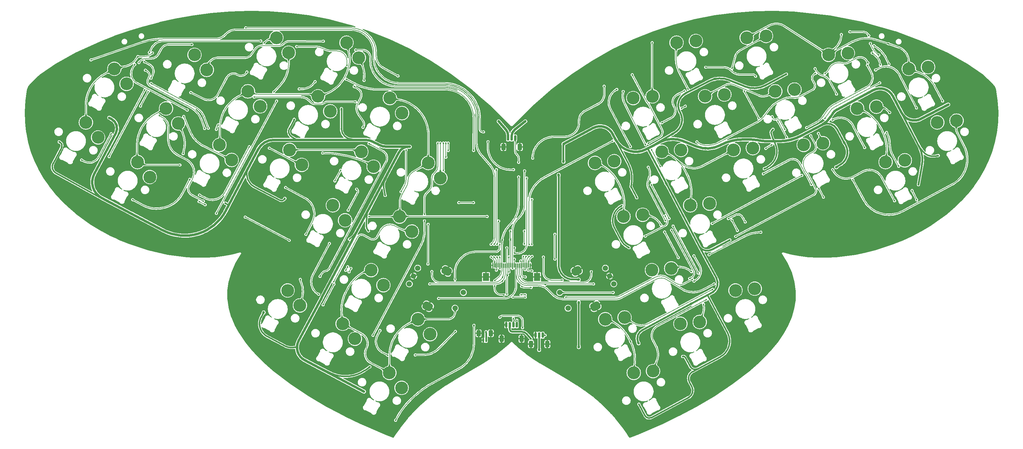
<source format=gbr>
%TF.GenerationSoftware,KiCad,Pcbnew,8.0.8*%
%TF.CreationDate,2025-01-21T23:18:11+01:00*%
%TF.ProjectId,____,e4e8e4e8-2e6b-4696-9361-645f70636258,2.0*%
%TF.SameCoordinates,Original*%
%TF.FileFunction,Copper,L1,Top*%
%TF.FilePolarity,Positive*%
%FSLAX46Y46*%
G04 Gerber Fmt 4.6, Leading zero omitted, Abs format (unit mm)*
G04 Created by KiCad (PCBNEW 8.0.8) date 2025-01-21 23:18:11*
%MOMM*%
%LPD*%
G01*
G04 APERTURE LIST*
G04 Aperture macros list*
%AMRoundRect*
0 Rectangle with rounded corners*
0 $1 Rounding radius*
0 $2 $3 $4 $5 $6 $7 $8 $9 X,Y pos of 4 corners*
0 Add a 4 corners polygon primitive as box body*
4,1,4,$2,$3,$4,$5,$6,$7,$8,$9,$2,$3,0*
0 Add four circle primitives for the rounded corners*
1,1,$1+$1,$2,$3*
1,1,$1+$1,$4,$5*
1,1,$1+$1,$6,$7*
1,1,$1+$1,$8,$9*
0 Add four rect primitives between the rounded corners*
20,1,$1+$1,$2,$3,$4,$5,0*
20,1,$1+$1,$4,$5,$6,$7,0*
20,1,$1+$1,$6,$7,$8,$9,0*
20,1,$1+$1,$8,$9,$2,$3,0*%
G04 Aperture macros list end*
%TA.AperFunction,ComponentPad*%
%ADD10C,3.600000*%
%TD*%
%TA.AperFunction,ComponentPad*%
%ADD11C,2.600000*%
%TD*%
%TA.AperFunction,ComponentPad*%
%ADD12C,5.600000*%
%TD*%
%TA.AperFunction,ComponentPad*%
%ADD13C,1.500000*%
%TD*%
%TA.AperFunction,ComponentPad*%
%ADD14RoundRect,0.800000X-0.365454X0.590715X-0.694084X-0.027349X0.365454X-0.590715X0.694084X0.027349X0*%
%TD*%
%TA.AperFunction,ComponentPad*%
%ADD15C,3.800000*%
%TD*%
%TA.AperFunction,SMDPad,CuDef*%
%ADD16RoundRect,0.150000X0.150000X0.625000X-0.150000X0.625000X-0.150000X-0.625000X0.150000X-0.625000X0*%
%TD*%
%TA.AperFunction,SMDPad,CuDef*%
%ADD17RoundRect,0.250000X0.350000X0.650000X-0.350000X0.650000X-0.350000X-0.650000X0.350000X-0.650000X0*%
%TD*%
%TA.AperFunction,SMDPad,CuDef*%
%ADD18RoundRect,0.150000X-0.150000X-0.625000X0.150000X-0.625000X0.150000X0.625000X-0.150000X0.625000X0*%
%TD*%
%TA.AperFunction,SMDPad,CuDef*%
%ADD19RoundRect,0.250000X-0.350000X-0.650000X0.350000X-0.650000X0.350000X0.650000X-0.350000X0.650000X0*%
%TD*%
%TA.AperFunction,SMDPad,CuDef*%
%ADD20RoundRect,0.125000X0.125000X0.375000X-0.125000X0.375000X-0.125000X-0.375000X0.125000X-0.375000X0*%
%TD*%
%TA.AperFunction,SMDPad,CuDef*%
%ADD21RoundRect,0.250000X0.350000X0.600000X-0.350000X0.600000X-0.350000X-0.600000X0.350000X-0.600000X0*%
%TD*%
%TA.AperFunction,ComponentPad*%
%ADD22RoundRect,0.800000X0.694084X-0.027349X0.365454X0.590715X-0.694084X0.027349X-0.365454X-0.590715X0*%
%TD*%
%TA.AperFunction,SMDPad,CuDef*%
%ADD23R,0.300000X1.300000*%
%TD*%
%TA.AperFunction,SMDPad,CuDef*%
%ADD24R,1.800000X2.200000*%
%TD*%
%TA.AperFunction,ViaPad*%
%ADD25C,0.450000*%
%TD*%
%TA.AperFunction,ViaPad*%
%ADD26C,0.500000*%
%TD*%
%TA.AperFunction,ViaPad*%
%ADD27C,0.700000*%
%TD*%
%TA.AperFunction,Conductor*%
%ADD28C,0.200000*%
%TD*%
%TA.AperFunction,Conductor*%
%ADD29C,0.400000*%
%TD*%
%TA.AperFunction,Conductor*%
%ADD30C,0.500000*%
%TD*%
%TA.AperFunction,Conductor*%
%ADD31C,0.700000*%
%TD*%
%TA.AperFunction,Conductor*%
%ADD32C,0.300000*%
%TD*%
G04 APERTURE END LIST*
D10*
%TO.P,SW18,1,1*%
%TO.N,row_3*%
X110670503Y-108878482D03*
%TO.P,SW18,2,2*%
%TO.N,mtx_b3*%
X114099351Y-113080030D03*
D11*
%TO.P,SW18,SH,B*%
%TO.N,GND*%
X101068104Y-116287695D03*
%TD*%
D12*
%TO.P,H2,1,1*%
%TO.N,GND*%
X135500000Y-65925000D03*
%TD*%
D10*
%TO.P,SW16,1,1*%
%TO.N,row_2*%
X118651277Y-93868454D03*
%TO.P,SW16,2,2*%
%TO.N,mtx_f2*%
X122080125Y-98070002D03*
D11*
%TO.P,SW16,SH,B*%
%TO.N,GND*%
X109048878Y-101277667D03*
%TD*%
D10*
%TO.P,SW33,1,1*%
%TO.N,row_6*%
X196233936Y-45181491D03*
%TO.P,SW33,2,2*%
%TO.N,mtx_a6*%
X201634564Y-44688323D03*
D11*
%TO.P,SW33,SH,B*%
%TO.N,GND*%
X197006859Y-57285420D03*
%TD*%
D12*
%TO.P,H18,1,1*%
%TO.N,GND*%
X81000000Y-102000000D03*
%TD*%
D10*
%TO.P,SW24,1,1*%
%TO.N,row_4*%
X176253372Y-122626525D03*
%TO.P,SW24,2,2*%
%TO.N,mtx_c4*%
X181654000Y-122133357D03*
D11*
%TO.P,SW24,SH,B*%
%TO.N,GND*%
X177026295Y-134730454D03*
%TD*%
D10*
%TO.P,SW12,1,1*%
%TO.N,row_2*%
X99941393Y-90715651D03*
%TO.P,SW12,2,2*%
%TO.N,mtx_b2*%
X103370241Y-94917199D03*
D11*
%TO.P,SW12,SH,B*%
%TO.N,GND*%
X90338994Y-98124864D03*
%TD*%
D10*
%TO.P,SW36,1,1*%
%TO.N,row_6*%
X231844795Y-73814801D03*
%TO.P,SW36,2,2*%
%TO.N,mtx_d6*%
X237245423Y-73321633D03*
D11*
%TO.P,SW36,SH,B*%
%TO.N,GND*%
X232617718Y-85918730D03*
%TD*%
D12*
%TO.P,H6,1,1*%
%TO.N,GND*%
X130000000Y-101924640D03*
%TD*%
D13*
%TO.P,SW43,A,A*%
%TO.N,Net-(R2-Pad1)*%
X123709682Y-108315557D03*
%TO.P,SW43,B,B*%
%TO.N,Net-(R3-Pad1)*%
X121362324Y-112730295D03*
%TO.P,SW43,C,C*%
%TO.N,GND*%
X122536003Y-110522926D03*
D14*
%TO.P,SW43,MP,MP*%
X131787150Y-109099455D03*
X126529068Y-118988469D03*
D13*
%TO.P,SW43,S1,S1*%
%TO.N,mtx_c3*%
X136512421Y-115122894D03*
%TO.P,SW43,S2,S2*%
%TO.N,row_3*%
X134165063Y-119537632D03*
%TD*%
D10*
%TO.P,SW10,1,1*%
%TO.N,row_1*%
X103766143Y-45181364D03*
%TO.P,SW10,2,2*%
%TO.N,mtx_f1*%
X107194991Y-49382912D03*
D11*
%TO.P,SW10,SH,B*%
%TO.N,GND*%
X94163744Y-52590577D03*
%TD*%
D10*
%TO.P,SW11,1,1*%
%TO.N,row_2*%
X87804110Y-75201581D03*
%TO.P,SW11,2,2*%
%TO.N,mtx_a2*%
X91232958Y-79403129D03*
D11*
%TO.P,SW11,SH,B*%
%TO.N,GND*%
X78201711Y-82610794D03*
%TD*%
D12*
%TO.P,H17,1,1*%
%TO.N,GND*%
X263000000Y-95000000D03*
%TD*%
D10*
%TO.P,SW19,1,1*%
%TO.N,row_3*%
X123746730Y-122626658D03*
%TO.P,SW19,2,2*%
%TO.N,mtx_d3*%
X127175578Y-126828206D03*
D11*
%TO.P,SW19,SH,B*%
%TO.N,GND*%
X114144331Y-130035871D03*
%TD*%
D10*
%TO.P,SW29,1,1*%
%TO.N,row_5*%
X184096650Y-60695558D03*
%TO.P,SW29,2,2*%
%TO.N,mtx_c5*%
X189497278Y-60202390D03*
D11*
%TO.P,SW29,SH,B*%
%TO.N,GND*%
X184869573Y-72799487D03*
%TD*%
D10*
%TO.P,SW5,1,1*%
%TO.N,row_1*%
X45220150Y-78608399D03*
%TO.P,SW5,2,2*%
%TO.N,mtx_a1*%
X48648998Y-82809947D03*
D11*
%TO.P,SW5,SH,B*%
%TO.N,GND*%
X35617751Y-86017612D03*
%TD*%
D15*
%TO.P,H22,1,1*%
%TO.N,GND*%
X228500000Y-39000000D03*
%TD*%
D10*
%TO.P,SW17,1,1*%
%TO.N,row_3*%
X87265899Y-114555154D03*
%TO.P,SW17,2,2*%
%TO.N,mtx_a3*%
X90694747Y-118756702D03*
D11*
%TO.P,SW17,SH,B*%
%TO.N,GND*%
X77663500Y-121964367D03*
%TD*%
D12*
%TO.P,H9,1,1*%
%TO.N,GND*%
X182500000Y-50000000D03*
%TD*%
D10*
%TO.P,SW2,1,1*%
%TO.N,row_0*%
X38716525Y-52498957D03*
%TO.P,SW2,2,2*%
%TO.N,mtx_b0*%
X42145373Y-56700505D03*
D11*
%TO.P,SW2,SH,B*%
%TO.N,GND*%
X29114126Y-59908170D03*
%TD*%
D10*
%TO.P,SW41,1,1*%
%TO.N,row_7*%
X261283553Y-52499089D03*
%TO.P,SW41,2,2*%
%TO.N,mtx_e7*%
X266684181Y-52005921D03*
D11*
%TO.P,SW41,SH,B*%
%TO.N,GND*%
X262056476Y-64603018D03*
%TD*%
D15*
%TO.P,H20,1,1*%
%TO.N,GND*%
X71500000Y-39000000D03*
%TD*%
D10*
%TO.P,SW13,1,1*%
%TO.N,row_2*%
X107922408Y-75705539D03*
%TO.P,SW13,2,2*%
%TO.N,mtx_c2*%
X111351256Y-79907087D03*
D11*
%TO.P,SW13,SH,B*%
%TO.N,GND*%
X98320009Y-83114752D03*
%TD*%
D10*
%TO.P,SW42,1,1*%
%TO.N,row_7*%
X269264570Y-67509198D03*
%TO.P,SW42,2,2*%
%TO.N,mtx_f7*%
X274665198Y-67016030D03*
D11*
%TO.P,SW42,SH,B*%
%TO.N,GND*%
X270037493Y-79613127D03*
%TD*%
D10*
%TO.P,SW39,1,1*%
%TO.N,row_7*%
X215882764Y-43794584D03*
%TO.P,SW39,2,2*%
%TO.N,mtx_a7*%
X221283392Y-43301416D03*
D11*
%TO.P,SW39,SH,B*%
%TO.N,GND*%
X216655687Y-55898513D03*
%TD*%
D10*
%TO.P,SW9,1,1*%
%TO.N,row_1*%
X95785126Y-60191472D03*
%TO.P,SW9,2,2*%
%TO.N,mtx_e1*%
X99213974Y-64393020D03*
D11*
%TO.P,SW9,SH,B*%
%TO.N,GND*%
X86182727Y-67600685D03*
%TD*%
D12*
%TO.P,H12,1,1*%
%TO.N,GND*%
X66000000Y-41000000D03*
%TD*%
D10*
%TO.P,SW25,1,1*%
%TO.N,row_4*%
X189329598Y-108878352D03*
%TO.P,SW25,2,2*%
%TO.N,mtx_e4*%
X194730226Y-108385184D03*
D11*
%TO.P,SW25,SH,B*%
%TO.N,GND*%
X190102521Y-120982281D03*
%TD*%
D10*
%TO.P,SW38,1,1*%
%TO.N,row_6*%
X254779927Y-78608528D03*
%TO.P,SW38,2,2*%
%TO.N,mtx_f6*%
X260180555Y-78115360D03*
D11*
%TO.P,SW38,SH,B*%
%TO.N,GND*%
X255552850Y-90712457D03*
%TD*%
D10*
%TO.P,SW22,1,1*%
%TO.N,row_4*%
X184234385Y-137636634D03*
%TO.P,SW22,2,2*%
%TO.N,mtx_a4*%
X189635013Y-137143466D03*
D11*
%TO.P,SW22,SH,B*%
%TO.N,GND*%
X185007308Y-149740563D03*
%TD*%
D12*
%TO.P,H8,1,1*%
%TO.N,GND*%
X117500000Y-50000000D03*
%TD*%
D10*
%TO.P,SW15,1,1*%
%TO.N,row_2*%
X126632295Y-78858342D03*
%TO.P,SW15,2,2*%
%TO.N,mtx_e2*%
X130061143Y-83059890D03*
D11*
%TO.P,SW15,SH,B*%
%TO.N,GND*%
X117029896Y-86267555D03*
%TD*%
D12*
%TO.P,H16,1,1*%
%TO.N,GND*%
X37000000Y-95000000D03*
%TD*%
D10*
%TO.P,SW34,1,1*%
%TO.N,row_6*%
X204214952Y-60191600D03*
%TO.P,SW34,2,2*%
%TO.N,mtx_b6*%
X209615580Y-59698432D03*
D11*
%TO.P,SW34,SH,B*%
%TO.N,GND*%
X204987875Y-72295529D03*
%TD*%
D10*
%TO.P,SW28,1,1*%
%TO.N,row_5*%
X173367781Y-78858472D03*
%TO.P,SW28,2,2*%
%TO.N,mtx_b5*%
X178768409Y-78365304D03*
D11*
%TO.P,SW28,SH,B*%
%TO.N,GND*%
X174140704Y-90962401D03*
%TD*%
D10*
%TO.P,SW8,1,1*%
%TO.N,row_1*%
X76136295Y-58804565D03*
%TO.P,SW8,2,2*%
%TO.N,mtx_d1*%
X79565143Y-63006113D03*
D11*
%TO.P,SW8,SH,B*%
%TO.N,GND*%
X66533896Y-66213778D03*
%TD*%
D10*
%TO.P,SW21,1,1*%
%TO.N,row_3*%
X115765712Y-137636762D03*
%TO.P,SW21,2,2*%
%TO.N,mtx_f3*%
X119194560Y-141838310D03*
D11*
%TO.P,SW21,SH,B*%
%TO.N,GND*%
X106163313Y-145045975D03*
%TD*%
D10*
%TO.P,SW26,1,1*%
%TO.N,row_4*%
X212734199Y-114555025D03*
%TO.P,SW26,2,2*%
%TO.N,mtx_f4*%
X218134827Y-114061857D03*
D11*
%TO.P,SW26,SH,B*%
%TO.N,GND*%
X213507122Y-126658954D03*
%TD*%
D12*
%TO.P,H4,1,1*%
%TO.N,GND*%
X135500000Y-130000000D03*
%TD*%
D10*
%TO.P,SW31,1,1*%
%TO.N,row_5*%
X200058684Y-90715777D03*
%TO.P,SW31,2,2*%
%TO.N,mtx_e5*%
X205459312Y-90222609D03*
D11*
%TO.P,SW31,SH,B*%
%TO.N,GND*%
X200831607Y-102819706D03*
%TD*%
D10*
%TO.P,SW35,1,1*%
%TO.N,row_6*%
X223863781Y-58804694D03*
%TO.P,SW35,2,2*%
%TO.N,mtx_c6*%
X229264409Y-58311526D03*
D11*
%TO.P,SW35,SH,B*%
%TO.N,GND*%
X224636704Y-70908623D03*
%TD*%
D10*
%TO.P,SW6,1,1*%
%TO.N,row_1*%
X53201165Y-63598290D03*
%TO.P,SW6,2,2*%
%TO.N,mtx_b1*%
X56630013Y-67799838D03*
D11*
%TO.P,SW6,SH,B*%
%TO.N,GND*%
X43598766Y-71007503D03*
%TD*%
D12*
%TO.P,H14,1,1*%
%TO.N,GND*%
X18000000Y-60000000D03*
%TD*%
D16*
%TO.P,J7,1,Pin_1*%
%TO.N,led_out*%
X158730000Y-127055000D03*
%TO.P,J7,2,Pin_2*%
%TO.N,+5V*%
X157730000Y-127055000D03*
%TO.P,J7,3,Pin_3*%
%TO.N,GND*%
X156730000Y-127055000D03*
D17*
%TO.P,J7,MP,MountPin*%
X160030000Y-129580000D03*
X155430000Y-129580000D03*
%TD*%
D18*
%TO.P,J5,1,Pin_1*%
%TO.N,GND*%
X148500000Y-124200000D03*
%TO.P,J5,2,Pin_2*%
%TO.N,Net-(J5-Pin_2)*%
X149500000Y-124200000D03*
%TO.P,J5,3,Pin_3*%
%TO.N,Net-(J5-Pin_3)*%
X150500000Y-124200000D03*
%TO.P,J5,4,Pin_4*%
%TO.N,gpio4*%
X151500000Y-124200000D03*
D19*
%TO.P,J5,MP,MountPin*%
%TO.N,GND*%
X147200000Y-128075000D03*
X152800000Y-128075000D03*
%TD*%
D10*
%TO.P,SW14,1,1*%
%TO.N,row_2*%
X115903424Y-60695432D03*
%TO.P,SW14,2,2*%
%TO.N,mtx_d2*%
X119332272Y-64896980D03*
D11*
%TO.P,SW14,SH,B*%
%TO.N,GND*%
X106301025Y-68104645D03*
%TD*%
D10*
%TO.P,SW37,1,1*%
%TO.N,row_6*%
X246798910Y-63598419D03*
%TO.P,SW37,2,2*%
%TO.N,mtx_e6*%
X252199538Y-63105251D03*
D11*
%TO.P,SW37,SH,B*%
%TO.N,GND*%
X247571833Y-75702348D03*
%TD*%
D20*
%TO.P,J6,1,Pin_1*%
%TO.N,VCC*%
X142880000Y-128510000D03*
%TO.P,J6,2,Pin_2*%
%TO.N,GND*%
X142080000Y-128510000D03*
D21*
%TO.P,J6,MP,MountPin*%
X144180000Y-126560000D03*
X140780000Y-126560000D03*
%TD*%
D10*
%TO.P,SW1,1,1*%
%TO.N,row_0*%
X30735508Y-67509067D03*
%TO.P,SW1,2,2*%
%TO.N,mtx_a0*%
X34164356Y-71710615D03*
D11*
%TO.P,SW1,SH,B*%
%TO.N,GND*%
X21133109Y-74918280D03*
%TD*%
D10*
%TO.P,SW4,1,1*%
%TO.N,row_0*%
X84117314Y-43794456D03*
%TO.P,SW4,2,2*%
%TO.N,mtx_f0*%
X87546162Y-47996004D03*
D11*
%TO.P,SW4,SH,B*%
%TO.N,GND*%
X74514915Y-51203669D03*
%TD*%
D10*
%TO.P,SW40,1,1*%
%TO.N,row_7*%
X238817894Y-48588309D03*
%TO.P,SW40,2,2*%
%TO.N,mtx_b7*%
X244218522Y-48095141D03*
D11*
%TO.P,SW40,SH,B*%
%TO.N,GND*%
X239590817Y-60692238D03*
%TD*%
D12*
%TO.P,H13,1,1*%
%TO.N,GND*%
X234000000Y-41000000D03*
%TD*%
D15*
%TO.P,H23,1,1*%
%TO.N,GND*%
X274500000Y-52000000D03*
%TD*%
D12*
%TO.P,H10,1,1*%
%TO.N,GND*%
X95000000Y-140000000D03*
%TD*%
D10*
%TO.P,SW20,1,1*%
%TO.N,row_3*%
X102689486Y-123888591D03*
%TO.P,SW20,2,2*%
%TO.N,mtx_e3*%
X106118334Y-128090139D03*
D11*
%TO.P,SW20,SH,B*%
%TO.N,GND*%
X93087087Y-131297804D03*
%TD*%
D10*
%TO.P,SW32,1,1*%
%TO.N,row_5*%
X212195967Y-75201707D03*
%TO.P,SW32,2,2*%
%TO.N,mtx_f5*%
X217596595Y-74708539D03*
D11*
%TO.P,SW32,SH,B*%
%TO.N,GND*%
X212968890Y-87305636D03*
%TD*%
D12*
%TO.P,H7,1,1*%
%TO.N,GND*%
X170000000Y-101924637D03*
%TD*%
D10*
%TO.P,SW7,1,1*%
%TO.N,row_1*%
X68155281Y-73814674D03*
%TO.P,SW7,2,2*%
%TO.N,mtx_c1*%
X71584129Y-78016222D03*
D11*
%TO.P,SW7,SH,B*%
%TO.N,GND*%
X58552882Y-81223887D03*
%TD*%
D12*
%TO.P,H5,1,1*%
%TO.N,GND*%
X164500000Y-130000000D03*
%TD*%
%TO.P,H3,1,1*%
%TO.N,GND*%
X164500000Y-65925000D03*
%TD*%
D10*
%TO.P,SW3,1,1*%
%TO.N,row_0*%
X61182183Y-48588181D03*
%TO.P,SW3,2,2*%
%TO.N,mtx_e0*%
X64611031Y-52789729D03*
D11*
%TO.P,SW3,SH,B*%
%TO.N,GND*%
X51579784Y-55997394D03*
%TD*%
D15*
%TO.P,H21,1,1*%
%TO.N,GND*%
X25500000Y-52000000D03*
%TD*%
D13*
%TO.P,SW44,A,A*%
%TO.N,Net-(R4-Pad1)*%
X178637600Y-112730353D03*
%TO.P,SW44,B,B*%
%TO.N,Net-(R5-Pad1)*%
X176290242Y-108315615D03*
%TO.P,SW44,C,C*%
%TO.N,GND*%
X177463921Y-110522984D03*
D22*
%TO.P,SW44,MP,MP*%
X173470856Y-118988527D03*
X168212774Y-109099513D03*
D13*
%TO.P,SW44,S1,S1*%
%TO.N,row_4*%
X165834861Y-119537690D03*
%TO.P,SW44,S2,S2*%
%TO.N,mtx_d4*%
X163487503Y-115122952D03*
%TD*%
D12*
%TO.P,H15,1,1*%
%TO.N,GND*%
X282000000Y-60000000D03*
%TD*%
D10*
%TO.P,SW23,1,1*%
%TO.N,row_4*%
X197310615Y-123888458D03*
%TO.P,SW23,2,2*%
%TO.N,mtx_b4*%
X202711243Y-123395290D03*
D11*
%TO.P,SW23,SH,B*%
%TO.N,GND*%
X198083538Y-135992387D03*
%TD*%
D10*
%TO.P,SW27,1,1*%
%TO.N,row_5*%
X181348798Y-93868582D03*
%TO.P,SW27,2,2*%
%TO.N,mtx_a5*%
X186749426Y-93375414D03*
D11*
%TO.P,SW27,SH,B*%
%TO.N,GND*%
X182121721Y-105972511D03*
%TD*%
D12*
%TO.P,H19,1,1*%
%TO.N,GND*%
X219000000Y-102000000D03*
%TD*%
D10*
%TO.P,SW30,1,1*%
%TO.N,row_5*%
X192077668Y-75705669D03*
%TO.P,SW30,2,2*%
%TO.N,mtx_d5*%
X197478296Y-75212501D03*
D11*
%TO.P,SW30,SH,B*%
%TO.N,GND*%
X192850591Y-87809598D03*
%TD*%
D23*
%TO.P,J2,1,Pin_1*%
%TO.N,GND*%
X144750000Y-107540000D03*
%TO.P,J2,2,Pin_2*%
%TO.N,row_0_in*%
X145250000Y-107540000D03*
%TO.P,J2,3,Pin_3*%
%TO.N,row_1_in*%
X145750000Y-107540000D03*
%TO.P,J2,4,Pin_4*%
%TO.N,row_2_in*%
X146250000Y-107540000D03*
%TO.P,J2,5,Pin_5*%
%TO.N,row_3_in*%
X146750000Y-107540000D03*
%TO.P,J2,6,Pin_6*%
%TO.N,gpio3*%
X147250000Y-107540000D03*
%TO.P,J2,7,Pin_7*%
%TO.N,ec1a*%
X147750000Y-107540000D03*
%TO.P,J2,8,Pin_8*%
%TO.N,ec1b*%
X148250000Y-107540000D03*
%TO.P,J2,9,Pin_9*%
%TO.N,col_a*%
X148750000Y-107540000D03*
%TO.P,J2,10,Pin_10*%
%TO.N,col_b*%
X149250000Y-107540000D03*
%TO.P,J2,11,Pin_11*%
%TO.N,col_c*%
X149750000Y-107540000D03*
%TO.P,J2,12,Pin_12*%
%TO.N,col_d*%
X150250000Y-107540000D03*
%TO.P,J2,13,Pin_13*%
%TO.N,col_e*%
X150750000Y-107540000D03*
%TO.P,J2,14,Pin_14*%
%TO.N,col_f*%
X151250000Y-107540000D03*
%TO.P,J2,15,Pin_15*%
%TO.N,ec2a*%
X151750000Y-107540000D03*
%TO.P,J2,16,Pin_16*%
%TO.N,ec2b*%
X152250000Y-107540000D03*
%TO.P,J2,17,Pin_17*%
%TO.N,gpio4*%
X152750000Y-107540000D03*
%TO.P,J2,18,Pin_18*%
%TO.N,row_4_in*%
X153250000Y-107540000D03*
%TO.P,J2,19,Pin_19*%
%TO.N,row_5_in*%
X153750000Y-107540000D03*
%TO.P,J2,20,Pin_20*%
%TO.N,row_6_in*%
X154250000Y-107540000D03*
%TO.P,J2,21,Pin_21*%
%TO.N,row_7_in*%
X154750000Y-107540000D03*
%TO.P,J2,22,Pin_22*%
%TO.N,GND*%
X155250000Y-107540000D03*
D24*
%TO.P,J2,MP,MP*%
X142850000Y-110790000D03*
X157150000Y-110790000D03*
%TD*%
D12*
%TO.P,H11,1,1*%
%TO.N,GND*%
X205000000Y-140000000D03*
%TD*%
D16*
%TO.P,J1,1,Pin_1*%
%TO.N,jst_data*%
X151020000Y-71865000D03*
%TO.P,J1,2,Pin_2*%
%TO.N,Net-(J1-Pin_2)*%
X150020000Y-71865000D03*
%TO.P,J1,3,Pin_3*%
%TO.N,Net-(J1-Pin_3)*%
X149020000Y-71865000D03*
D17*
%TO.P,J1,MP,MountPin*%
%TO.N,GND*%
X152320000Y-74390000D03*
X147720000Y-74390000D03*
%TD*%
D25*
%TO.N,Net-(D38-DOUT)*%
X263510000Y-89200000D03*
X262190000Y-86600000D03*
%TO.N,Net-(D3-DOUT)*%
X48200000Y-58880000D03*
X46024007Y-62933310D03*
%TO.N,Net-(D4-DOUT)*%
X60126560Y-59123440D03*
X75870000Y-53390000D03*
%TO.N,Net-(D5-DOUT)*%
X90530000Y-58120000D03*
X94960000Y-56090000D03*
%TO.N,Net-(D6-DOUT)*%
X108380000Y-68870000D03*
X105920000Y-57480000D03*
%TO.N,Net-(D7-DOUT)*%
X119020000Y-86930000D03*
X120460000Y-75230000D03*
%TO.N,Net-(D8-DOUT)*%
X135220000Y-89970000D03*
X139340000Y-89975044D03*
%TO.N,col_b*%
X87730000Y-100510000D03*
X103540000Y-108920000D03*
X104090000Y-107910000D03*
X154225579Y-83090000D03*
X149240000Y-109400000D03*
X150775000Y-102610000D03*
X149225000Y-105210000D03*
X150840000Y-104140000D03*
X75380000Y-94000000D03*
%TO.N,col_a*%
X148670000Y-115610000D03*
X148700000Y-102610000D03*
X105010000Y-108370000D03*
X150340000Y-116430000D03*
X104460000Y-109380000D03*
X153870000Y-116430000D03*
X148830000Y-110300000D03*
%TO.N,col_c*%
X149726499Y-97888178D03*
X149725000Y-100300000D03*
%TO.N,ec1a*%
X127680000Y-109230000D03*
X147458729Y-110918729D03*
D26*
%TO.N,col_d*%
X153660000Y-81070000D03*
D25*
X150250000Y-108431094D03*
D26*
%TO.N,GND*%
X219960000Y-40910000D03*
X54560000Y-48610000D03*
X201200000Y-69500000D03*
D25*
X200560000Y-113810000D03*
X199770000Y-110340000D03*
D26*
X117030000Y-55600000D03*
X180110000Y-59030000D03*
X114690000Y-115380000D03*
X233500000Y-54800000D03*
X101930000Y-53600000D03*
X57510000Y-78680000D03*
X143000000Y-107300000D03*
X156700000Y-107300000D03*
X162830000Y-73840000D03*
X54700000Y-54900000D03*
X155700000Y-110980000D03*
X225890000Y-67110000D03*
X199860000Y-46370000D03*
D25*
X53570000Y-47000000D03*
X188130000Y-82360000D03*
X269420000Y-60180000D03*
D26*
X206000000Y-102000000D03*
D25*
X240420000Y-65920000D03*
X54970000Y-50820000D03*
D27*
X159360000Y-70170000D03*
D25*
X185090000Y-105890000D03*
D26*
X103720000Y-47980000D03*
X240700000Y-57400000D03*
X191680000Y-91020000D03*
X151800000Y-114200000D03*
D25*
X152320000Y-125210000D03*
D26*
X248700000Y-71980000D03*
X242680000Y-45220000D03*
X81100000Y-126150000D03*
D25*
X253740000Y-48630000D03*
D26*
X106060000Y-108910000D03*
X135810000Y-75320000D03*
X32400000Y-58800000D03*
X218590000Y-43620000D03*
X199710000Y-63450000D03*
X214490000Y-46380000D03*
X171230000Y-94070000D03*
X237310000Y-51350000D03*
X219000000Y-58900000D03*
X181950000Y-86220000D03*
X93520000Y-60810000D03*
X103580000Y-64590000D03*
D25*
X149250000Y-112270000D03*
X186120000Y-69400000D03*
X205510000Y-97490000D03*
D26*
X220430000Y-82800000D03*
X214700000Y-60700000D03*
X152800000Y-97700000D03*
X183000000Y-57040000D03*
X98590000Y-74100000D03*
X242000000Y-40200000D03*
X112200000Y-150100000D03*
X180040000Y-135190000D03*
D25*
X155170000Y-108555000D03*
X207110000Y-77100000D03*
X81600000Y-45400000D03*
D26*
X77700000Y-50100000D03*
D25*
X157850000Y-104600000D03*
D26*
X97500000Y-51500000D03*
X146000000Y-128100000D03*
D25*
X152780000Y-86350000D03*
D26*
X144310000Y-110940000D03*
D25*
X192150000Y-79350000D03*
D26*
X225190000Y-46420000D03*
X18900000Y-70600000D03*
X214030000Y-59360000D03*
X213800000Y-84200000D03*
X202190000Y-47820000D03*
X221840000Y-46570000D03*
X110910000Y-123340000D03*
X90400000Y-89700000D03*
X205330000Y-47840000D03*
X187000000Y-100490000D03*
X198700000Y-69200000D03*
X224470000Y-43850000D03*
X147870000Y-100940000D03*
X104010000Y-59600000D03*
X64000000Y-92660000D03*
D25*
X194310000Y-75430000D03*
X179390000Y-89990000D03*
D26*
X241550000Y-48340000D03*
X148090000Y-112290000D03*
X150000000Y-128300000D03*
X219900000Y-89700000D03*
X153170000Y-94110000D03*
D25*
X51510000Y-50820000D03*
X158620000Y-73620000D03*
X50290000Y-46280000D03*
D26*
X102210000Y-82280000D03*
D25*
X221930000Y-65130000D03*
D26*
X248560000Y-44850000D03*
X117100000Y-129200000D03*
X240210000Y-73780000D03*
X142100000Y-104690000D03*
D25*
X191800000Y-78110000D03*
D26*
X103050000Y-62440000D03*
X170370000Y-63120000D03*
X212590000Y-43260000D03*
X208310000Y-98340000D03*
X221700000Y-93300000D03*
X151620000Y-100940000D03*
X148130000Y-104570000D03*
X141470000Y-108960000D03*
X45430000Y-93070000D03*
X117330000Y-105320000D03*
D25*
X94360000Y-71420000D03*
D26*
X185620000Y-132250000D03*
X114300000Y-71850000D03*
X207790000Y-61600000D03*
X193300000Y-73500000D03*
X187380000Y-76120000D03*
X107530000Y-52980000D03*
X278500000Y-75500000D03*
X258930000Y-51150000D03*
X150850000Y-104920000D03*
X110860000Y-111750000D03*
D25*
X150380000Y-93730000D03*
X253750000Y-49920000D03*
D26*
X104550000Y-120090000D03*
X29200000Y-79600000D03*
X238490000Y-54230000D03*
D25*
%TO.N,ec1b*%
X127080000Y-112730294D03*
X147459189Y-111920811D03*
%TO.N,col_f*%
X206712446Y-112752446D03*
X151225000Y-108463861D03*
X129540000Y-116790000D03*
%TO.N,ec2a*%
X152805777Y-113434223D03*
X159460000Y-112870000D03*
X155480000Y-113723346D03*
X172990000Y-112730352D03*
%TO.N,ec2b*%
X152409634Y-110620000D03*
X172340000Y-109300000D03*
%TO.N,led_data*%
X142150000Y-70180000D03*
X32170000Y-50000000D03*
D27*
%TO.N,+5V*%
X80545858Y-120704142D03*
D26*
X197924873Y-133058282D03*
X110280000Y-135950000D03*
X86480000Y-88800000D03*
X227000000Y-54010000D03*
D27*
X108660000Y-142890000D03*
X195087179Y-70727179D03*
X164560000Y-73540000D03*
D26*
X208139920Y-121950080D03*
D27*
X81920000Y-72626018D03*
X121500000Y-74320000D03*
D26*
X69790000Y-90120000D03*
D27*
X240950000Y-80050000D03*
D26*
X183450000Y-85490000D03*
X102340000Y-63650000D03*
X269522998Y-76792998D03*
D27*
X250158324Y-59128324D03*
D26*
X89111028Y-66640000D03*
D27*
X43332218Y-92967782D03*
D26*
X114580000Y-87930000D03*
D27*
X206860000Y-55368831D03*
D25*
X104533955Y-100203955D03*
D26*
X263985495Y-84974505D03*
X182900173Y-102550173D03*
X220800000Y-80480000D03*
D27*
X168820000Y-111500000D03*
X168830000Y-130440000D03*
X96676453Y-116856453D03*
X115073901Y-74320000D03*
D26*
X109915000Y-97855000D03*
X23278273Y-72961046D03*
D27*
X95480000Y-72400000D03*
D26*
X185670000Y-146410000D03*
X211150000Y-100440000D03*
D27*
X168820000Y-117880000D03*
X164530000Y-78520000D03*
X204310000Y-74786633D03*
D26*
X223250000Y-69430000D03*
D27*
X243182115Y-73107885D03*
X272340000Y-62500000D03*
X37280000Y-66210000D03*
X193341181Y-84638819D03*
D26*
X185082483Y-88597517D03*
D27*
X185580000Y-129370000D03*
X89920000Y-130300000D03*
D26*
X180870000Y-90840000D03*
D27*
X157721361Y-131230000D03*
X200217241Y-118327241D03*
X163190000Y-82180000D03*
D25*
%TO.N,col_e*%
X162150000Y-105770000D03*
X162110000Y-98810000D03*
X150780000Y-105770000D03*
%TO.N,led_out*%
X146730000Y-122070000D03*
X159410000Y-127090000D03*
X153090000Y-125000000D03*
X117520000Y-150910000D03*
D26*
X139450000Y-124360000D03*
D25*
%TO.N,Net-(D10-DOUT)*%
X198460000Y-58680000D03*
X192106337Y-67606337D03*
%TO.N,Net-(D11-DOUT)*%
X218380000Y-54570000D03*
X204358063Y-52058063D03*
%TO.N,Net-(D12-DOUT)*%
X241060000Y-59590000D03*
X235040000Y-52470000D03*
%TO.N,Net-(D13-DOUT)*%
X251985311Y-52825311D03*
X263447688Y-63482312D03*
%TO.N,Net-(D15-DOUT)*%
X255060000Y-70340000D03*
X258450000Y-79770000D03*
%TO.N,Net-(D16-DOUT)*%
X248910000Y-74570000D03*
X239890000Y-66820000D03*
%TO.N,Net-(D17-DOUT)*%
X226530000Y-69510000D03*
X223038111Y-65921889D03*
%TO.N,Net-(D19-DOUT)*%
X193060000Y-93670000D03*
X187460000Y-99330000D03*
%TO.N,Net-(D21-DOUT)*%
X106580000Y-86190000D03*
X104230000Y-92070000D03*
%TO.N,Net-(D22-DOUT)*%
X100500000Y-83900000D03*
X102120000Y-80920000D03*
%TO.N,Net-(D24-DOUT)*%
X67291386Y-69460000D03*
X67800000Y-68210000D03*
%TO.N,Net-(D25-DOUT)*%
X37811344Y-70641344D03*
X29550000Y-78040000D03*
%TO.N,Net-(D27-DOUT)*%
X59860000Y-83460000D03*
X43860000Y-89150000D03*
%TO.N,Net-(D29-DOUT)*%
X92390000Y-98840000D03*
X86680000Y-85750000D03*
%TO.N,Net-(D30-DOUT)*%
X98990000Y-101400000D03*
X95976892Y-115643209D03*
%TO.N,Net-(D31-DOUT)*%
X113148960Y-125788960D03*
X115280000Y-132680000D03*
%TO.N,Net-(D32-DOUT)*%
X134260000Y-126020000D03*
X123000000Y-132610000D03*
%TO.N,Net-(D36-DOUT)*%
X220520000Y-81920000D03*
X233980000Y-84860000D03*
%TO.N,Net-(D37-DOUT)*%
X257280000Y-89460000D03*
X239980000Y-80710000D03*
%TO.N,mtx_d7*%
X250080000Y-43210000D03*
X244780000Y-42150000D03*
X251530000Y-46040000D03*
X255740000Y-51160000D03*
%TO.N,mtx_b0*%
X63650000Y-89550000D03*
X51270000Y-65610000D03*
%TO.N,mtx_e0*%
X97280000Y-44780000D03*
%TO.N,mtx_f0*%
X83380000Y-58990000D03*
X67290000Y-92970000D03*
X84190000Y-61500000D03*
%TO.N,mtx_b1*%
X58000000Y-76240000D03*
%TO.N,mtx_c1*%
X44450000Y-51270000D03*
X58150000Y-65810000D03*
X59140000Y-64060000D03*
%TO.N,mtx_f1*%
X110090000Y-73470000D03*
X108670000Y-55750000D03*
X96350000Y-110650000D03*
%TO.N,mtx_a2*%
X76510000Y-74310000D03*
X62590000Y-87860000D03*
X82104053Y-74685947D03*
%TO.N,mtx_c2*%
X97060000Y-76079425D03*
X49020000Y-56640000D03*
X65060000Y-69139425D03*
%TO.N,mtx_d2*%
X77880000Y-60400000D03*
X106250000Y-61730000D03*
%TO.N,mtx_e2*%
X130030000Y-73290000D03*
%TO.N,mtx_f2*%
X100170000Y-112160000D03*
%TO.N,mtx_a3*%
X90810000Y-111490000D03*
%TO.N,mtx_d3*%
X48980000Y-55130000D03*
X37260000Y-77080000D03*
X47230000Y-58380000D03*
X47196807Y-50538191D03*
%TO.N,mtx_e3*%
X129330000Y-73290000D03*
X111195994Y-127105994D03*
X125600000Y-93270000D03*
X125600000Y-95070000D03*
%TO.N,mtx_f3*%
X97190000Y-118590000D03*
X100260000Y-112810000D03*
%TO.N,mtx_a4*%
X204577499Y-117172501D03*
%TO.N,mtx_b4*%
X203770000Y-118450000D03*
X193120000Y-95070000D03*
X181290000Y-58840000D03*
X187530000Y-73760000D03*
X188290000Y-80020000D03*
X199900000Y-111210000D03*
X194810000Y-97650000D03*
%TO.N,mtx_c4*%
X212780000Y-99410000D03*
X249677404Y-51482596D03*
X233807878Y-71255921D03*
X206300000Y-114250000D03*
X232647878Y-68975921D03*
%TO.N,mtx_e4*%
X200370000Y-109300000D03*
X219840000Y-98270000D03*
X205290000Y-104570000D03*
%TO.N,mtx_a5*%
X192864600Y-98185400D03*
X196710000Y-105380000D03*
X201090000Y-104860000D03*
X201120000Y-111950000D03*
X191840000Y-96240000D03*
%TO.N,mtx_b5*%
X183300000Y-74280000D03*
X179480000Y-58260000D03*
%TO.N,mtx_c5*%
X189370000Y-45190000D03*
X250510172Y-45379828D03*
X252890000Y-48650000D03*
%TO.N,mtx_d5*%
X235120000Y-53800000D03*
X201910000Y-72960000D03*
%TO.N,mtx_e5*%
X211740000Y-94860000D03*
X213276799Y-97783201D03*
%TO.N,mtx_f5*%
X237370000Y-88460000D03*
X236070000Y-86020000D03*
%TO.N,mtx_a6*%
X191650000Y-79910000D03*
X189210000Y-75160000D03*
X188300000Y-73360000D03*
X189140000Y-84940000D03*
X195270000Y-96520000D03*
X183815161Y-54165161D03*
X202288660Y-109701340D03*
X194130000Y-94430000D03*
%TO.N,mtx_c6*%
X249820000Y-50810000D03*
X237830153Y-53787189D03*
%TO.N,mtx_d6*%
X237760000Y-66460000D03*
X253130000Y-56450000D03*
X235980000Y-70580000D03*
D26*
%TO.N,mtx_e6*%
X255910000Y-64710000D03*
D25*
%TO.N,mtx_a7*%
X211780000Y-52350000D03*
X215190000Y-58750000D03*
X222910000Y-73770000D03*
X219310000Y-66440000D03*
X221210000Y-74790000D03*
%TO.N,row_3*%
X134160000Y-111470000D03*
X146690000Y-101670000D03*
%TO.N,row_0*%
X144280000Y-101640000D03*
X49400000Y-48050000D03*
X45300000Y-49070000D03*
X80670000Y-45280000D03*
X106320000Y-47230000D03*
%TO.N,row_2*%
X145870000Y-101660000D03*
X146360000Y-95120000D03*
X110060117Y-93869883D03*
X143170000Y-93824307D03*
%TO.N,row_1*%
X132260000Y-73300000D03*
X145747811Y-80750000D03*
X132260000Y-75370000D03*
X145090000Y-101650000D03*
X57100000Y-79420000D03*
%TO.N,row_6*%
X178340000Y-72730000D03*
X224585808Y-67074192D03*
X198680000Y-62970000D03*
X199471271Y-58218729D03*
X154950000Y-101740000D03*
X197600000Y-63550000D03*
X227080000Y-71720000D03*
%TO.N,row_5*%
X153590000Y-101540000D03*
X153595635Y-97901270D03*
%TO.N,row_7*%
X175950000Y-57370000D03*
X155920000Y-77520000D03*
X255587196Y-45472804D03*
X155670000Y-101740000D03*
X155690000Y-89070000D03*
X270760000Y-61510000D03*
X242400000Y-42867514D03*
%TO.N,row_4*%
X164180000Y-111660000D03*
X183340000Y-128850000D03*
X158930000Y-105180000D03*
%TO.N,jst_data*%
X152000000Y-78690000D03*
%TO.N,gpio3*%
X147870000Y-115830000D03*
X145260000Y-113270000D03*
X147379525Y-100290000D03*
X145260000Y-111780000D03*
X152000000Y-82780000D03*
%TO.N,gpio4*%
X151500000Y-122880000D03*
X153870000Y-110780000D03*
X152574997Y-106295000D03*
X153870000Y-115750000D03*
X152670000Y-115760000D03*
D27*
%TO.N,Net-(J1-Pin_2)*%
X153860000Y-67210000D03*
%TO.N,Net-(J1-Pin_3)*%
X146380000Y-67210000D03*
D25*
%TO.N,Net-(J5-Pin_3)*%
X150500000Y-122380000D03*
%TO.N,mtx_f7*%
X245590000Y-83500000D03*
%TO.N,mtx_c3*%
X47431258Y-52898742D03*
X64010000Y-69200000D03*
X126579991Y-107155519D03*
X126620000Y-96020000D03*
%TO.N,mtx_d4*%
X206210000Y-95810000D03*
X178470000Y-115140000D03*
X231340000Y-82350000D03*
D26*
%TO.N,Net-(J5-Pin_2)*%
X155420000Y-128120000D03*
%TO.N,VCC*%
X142850000Y-126140000D03*
D25*
%TO.N,col_a_left*%
X62440000Y-89670525D03*
X64150000Y-90570525D03*
%TO.N,led_data_in*%
X143390000Y-72890000D03*
X150570000Y-80740000D03*
%TO.N,row_3_in*%
X146680000Y-105190000D03*
X146750000Y-108440000D03*
%TO.N,row_0_in*%
X144260000Y-105180000D03*
X145225000Y-106616139D03*
%TO.N,row_2_in*%
X145900000Y-105190000D03*
%TO.N,row_1_in*%
X145750000Y-108875000D03*
X145070000Y-105190000D03*
%TO.N,row_6_in*%
X155720000Y-109080000D03*
X154910000Y-105000000D03*
%TO.N,row_5_in*%
X154090000Y-105000000D03*
X153780000Y-108750000D03*
%TO.N,row_7_in*%
X155750000Y-105000000D03*
X154840000Y-106490000D03*
%TO.N,row_4_in*%
X153225000Y-106295000D03*
X153350000Y-104990000D03*
%TO.N,col_c_left*%
X118180000Y-54500000D03*
X131610000Y-77232281D03*
X131595000Y-73290000D03*
X75500000Y-41010000D03*
X45600000Y-50780000D03*
D26*
X60440000Y-45680000D03*
D25*
%TO.N,col_d_left*%
X48530000Y-47930000D03*
D26*
X139360000Y-75340000D03*
D25*
X103720000Y-55430000D03*
X79750000Y-44710000D03*
X89790000Y-46290000D03*
X103900000Y-51580000D03*
%TO.N,col_e_left*%
X130920000Y-80970000D03*
X130910000Y-73290000D03*
%TO.N,col_a_right*%
X200683240Y-111453240D03*
X165160000Y-116430000D03*
%TO.N,col_d_right*%
X253340000Y-51380000D03*
X251060000Y-48080000D03*
%TO.N,col_e_right*%
X215450245Y-95399755D03*
X210730000Y-94440000D03*
%TD*%
D28*
%TO.N,Net-(D38-DOUT)*%
X263510000Y-89200000D02*
X262190000Y-86600000D01*
%TO.N,Net-(D3-DOUT)*%
X46024007Y-62933310D02*
X48200000Y-58880000D01*
%TO.N,Net-(D4-DOUT)*%
X63761967Y-60932288D02*
X60126560Y-59123440D01*
X70169110Y-55025764D02*
X67732837Y-59681522D01*
X75870000Y-53390000D02*
X75823621Y-53478067D01*
X73382998Y-54227081D02*
X73154776Y-54105193D01*
X67732837Y-59681522D02*
G75*
G02*
X63761983Y-60932256I-2634437J1435122D01*
G01*
X73382998Y-54227081D02*
G75*
G03*
X75823666Y-53478091I848002J1587781D01*
G01*
X73154776Y-54105193D02*
G75*
G03*
X70169145Y-55025782I-1036376J-1940607D01*
G01*
%TO.N,Net-(D5-DOUT)*%
X94364354Y-56765509D02*
X94960000Y-56090000D01*
X90530000Y-58120000D02*
X91364140Y-58120000D01*
X94364354Y-56765509D02*
G75*
G02*
X91364140Y-58120030I-3000254J2645509D01*
G01*
%TO.N,Net-(D6-DOUT)*%
X108496820Y-68649103D02*
X108380000Y-68870000D01*
X107704590Y-60707324D02*
X106925496Y-62209640D01*
X107147476Y-65334467D02*
X108391429Y-67076001D01*
X105920000Y-57480000D02*
X106918609Y-58048497D01*
X106925496Y-62209640D02*
G75*
G03*
X107147478Y-65334465I2663174J-1381110D01*
G01*
X108496820Y-68649103D02*
G75*
G03*
X108391394Y-67076026I-1326020J701203D01*
G01*
X106918609Y-58048497D02*
G75*
G02*
X107704597Y-60707328I-989509J-1738103D01*
G01*
%TO.N,Net-(D7-DOUT)*%
X120100460Y-84926647D02*
X119020000Y-86930000D01*
X120460000Y-75230000D02*
X120460000Y-83502579D01*
X120460000Y-83502579D02*
G75*
G02*
X120100469Y-84926652I-3000000J-21D01*
G01*
%TO.N,Net-(D8-DOUT)*%
X139340000Y-89975044D02*
X139334956Y-89970000D01*
X139334956Y-89970000D02*
X135220000Y-89970000D01*
%TO.N,col_b*%
X104090000Y-107910000D02*
X103540000Y-108920000D01*
X149250000Y-105235000D02*
X149250000Y-107540000D01*
X87730000Y-100510000D02*
X75380000Y-94000000D01*
X150775000Y-104075000D02*
X150840000Y-104140000D01*
X153522635Y-103427365D02*
X153512943Y-103437057D01*
X151815887Y-104140000D02*
X150840000Y-104140000D01*
X149290000Y-109395000D02*
X149290000Y-107545000D01*
X149225000Y-105210000D02*
X149250000Y-105235000D01*
X150775000Y-102610000D02*
X150775000Y-104075000D01*
X154225579Y-83090000D02*
X154225579Y-101730308D01*
X153512943Y-103437057D02*
G75*
G02*
X151815887Y-104139991I-1697043J1697057D01*
G01*
X154225579Y-101730308D02*
G75*
G02*
X153522626Y-103427356I-2399979J8D01*
G01*
%TO.N,col_a*%
X148670000Y-110460000D02*
X148670000Y-115610000D01*
X105010000Y-108370000D02*
X104460000Y-109380000D01*
X148830000Y-110300000D02*
X148670000Y-110460000D01*
X148700000Y-102610000D02*
X148700000Y-107490000D01*
X148830000Y-110300000D02*
X148715000Y-110185000D01*
X148715000Y-110185000D02*
X148715000Y-107575000D01*
X153870000Y-116430000D02*
X150340000Y-116430000D01*
%TO.N,col_c*%
X149725000Y-97889677D02*
X149725000Y-100300000D01*
X149725000Y-100300000D02*
X149750000Y-100325000D01*
X149726499Y-97888178D02*
X149725000Y-97889677D01*
X149750000Y-100325000D02*
X149750000Y-107540000D01*
%TO.N,ec1a*%
X146988477Y-111561523D02*
X146981228Y-111568772D01*
X129880000Y-112330294D02*
X145142751Y-112330294D01*
X147750000Y-107540000D02*
X147750000Y-109723045D01*
X127680000Y-110130294D02*
X127680000Y-109230000D01*
X127680000Y-110130294D02*
G75*
G03*
X129880000Y-112330300I2200000J-6D01*
G01*
X145142751Y-112330294D02*
G75*
G03*
X146981251Y-111568795I49J2599994D01*
G01*
X147750000Y-109723045D02*
G75*
G02*
X146988455Y-111561501I-2600000J45D01*
G01*
%TO.N,col_d*%
X153660000Y-90483386D02*
X153660000Y-81070000D01*
X151714466Y-94499988D02*
X152195534Y-94018920D01*
X150250000Y-108431094D02*
X150250000Y-107540000D01*
X150250000Y-107540000D02*
X150250000Y-98035522D01*
X153660000Y-90483386D02*
G75*
G02*
X152195541Y-94018927I-5000000J-14D01*
G01*
X150250000Y-98035522D02*
G75*
G02*
X151714455Y-94499977I5000000J22D01*
G01*
%TO.N,GND*%
X155250000Y-108475000D02*
X155170000Y-108555000D01*
X155250000Y-107540000D02*
X155250000Y-108475000D01*
%TO.N,ec1b*%
X148250000Y-110011623D02*
X148250000Y-107540000D01*
X147440518Y-111939482D02*
X147459189Y-111920811D01*
X127080000Y-112730294D02*
X145531329Y-112730294D01*
X145531329Y-112730294D02*
G75*
G03*
X147440502Y-111939466I-29J2699994D01*
G01*
X147459189Y-111920811D02*
G75*
G03*
X148250017Y-110011623I-1909189J1909211D01*
G01*
%TO.N,col_f*%
X157297840Y-113190000D02*
X154342641Y-113190000D01*
X197004023Y-113675977D02*
X193501680Y-111519846D01*
X161595097Y-115747560D02*
X160267688Y-114420151D01*
X198107920Y-114355563D02*
X197004023Y-113675977D01*
X150206548Y-115823452D02*
X150283453Y-115746547D01*
X199161366Y-114777862D02*
X198813311Y-114672745D01*
X190523541Y-111424104D02*
X180709229Y-116628155D01*
X129540000Y-116790000D02*
X147873095Y-116790000D01*
X206712446Y-112752446D02*
X203538299Y-114420987D01*
X152221321Y-112311321D02*
X152128680Y-112218680D01*
X151250000Y-107540000D02*
X151250000Y-109430000D01*
X179303828Y-116977712D02*
X164564946Y-116977712D01*
X151250000Y-113413095D02*
X151250000Y-109430000D01*
X151250000Y-110097359D02*
X151250000Y-109430000D01*
X203538299Y-114420987D02*
G75*
G02*
X199161374Y-114777835I-2642199J5386887D01*
G01*
X154342641Y-113190000D02*
G75*
G02*
X152221301Y-112311341I-41J3000000D01*
G01*
X193501680Y-111519846D02*
G75*
G03*
X190523521Y-111424066I-1572780J-2554654D01*
G01*
X157297840Y-113190000D02*
G75*
G02*
X160267668Y-114420171I-40J-4200000D01*
G01*
X147873095Y-116790000D02*
G75*
G03*
X150206550Y-115823454I5J3300000D01*
G01*
X198813311Y-114672745D02*
G75*
G02*
X198107927Y-114355551I867389J2871845D01*
G01*
X152128680Y-112218680D02*
G75*
G02*
X151250029Y-110097359I2121320J2121280D01*
G01*
X164564946Y-116977712D02*
G75*
G02*
X161595072Y-115747585I-46J4200012D01*
G01*
X150283453Y-115746547D02*
G75*
G03*
X151249997Y-113413095I-2333453J2333447D01*
G01*
X180709229Y-116628155D02*
G75*
G02*
X179303828Y-116977724I-1405429J2650455D01*
G01*
%TO.N,ec2a*%
X152865139Y-113434223D02*
X152964751Y-113533835D01*
X151750000Y-110011623D02*
X151750000Y-107540000D01*
X159460000Y-112730352D02*
X154468729Y-112730352D01*
X153726088Y-113723346D02*
X155480000Y-113723346D01*
X152805777Y-113434223D02*
X152865139Y-113434223D01*
X152559540Y-111939540D02*
X152540811Y-111920811D01*
X172990000Y-112730352D02*
X159460000Y-112730352D01*
X159460000Y-112870000D02*
X159460000Y-112730352D01*
X151750000Y-110011623D02*
G75*
G03*
X152540823Y-111920799I2700000J23D01*
G01*
X152559540Y-111939540D02*
G75*
G03*
X154468729Y-112730346I1909160J1909140D01*
G01*
X152964751Y-113533835D02*
G75*
G03*
X153726088Y-113723356I769649J1467835D01*
G01*
%TO.N,ec2b*%
X153018829Y-111568829D02*
X153011522Y-111561522D01*
X172340000Y-109300000D02*
X172329648Y-109310352D01*
X172329648Y-109310352D02*
X172329648Y-110130352D01*
X152250000Y-109723045D02*
X152250000Y-107540000D01*
X170129648Y-112330352D02*
X154857307Y-112330352D01*
X154857307Y-112330352D02*
G75*
G02*
X153018835Y-111568823I-7J2599952D01*
G01*
X172329648Y-110130352D02*
G75*
G02*
X170129648Y-112330448I-2200048J-48D01*
G01*
X153011522Y-111561522D02*
G75*
G02*
X152249968Y-109723045I1838478J1838522D01*
G01*
%TO.N,led_data*%
X141110000Y-66520000D02*
X141110000Y-69380000D01*
X52325362Y-44103799D02*
X67166454Y-44103799D01*
X109455227Y-43385227D02*
X109527638Y-43457638D01*
X113422129Y-54342961D02*
X113548915Y-54469747D01*
X118498663Y-56520000D02*
X131110000Y-56520000D01*
X141910000Y-70180000D02*
X142150000Y-70180000D01*
X72836854Y-41540000D02*
X105000455Y-41540000D01*
X32170000Y-50000000D02*
X46472239Y-45082020D01*
X69641327Y-43078673D02*
X70008427Y-42711573D01*
X111372866Y-47912411D02*
X111372866Y-49608410D01*
X105000455Y-41540000D02*
G75*
G02*
X109455250Y-43385204I45J-6300000D01*
G01*
X67166454Y-44103799D02*
G75*
G03*
X69641350Y-43078696I46J3499999D01*
G01*
X109527638Y-43457638D02*
G75*
G02*
X111372868Y-47912411I-4454738J-4454762D01*
G01*
X131110000Y-56520000D02*
G75*
G02*
X141110000Y-66520000I0J-10000000D01*
G01*
X113548915Y-54469747D02*
G75*
G03*
X118498663Y-56520026I4949785J4949747D01*
G01*
X141110000Y-69380000D02*
G75*
G03*
X141910000Y-70180000I800000J0D01*
G01*
X46472239Y-45082020D02*
G75*
G02*
X52325362Y-44103786I5853161J-17021780D01*
G01*
X70008427Y-42711573D02*
G75*
G02*
X72836854Y-41539968I2828473J-2828427D01*
G01*
X111372866Y-49608410D02*
G75*
G03*
X113422110Y-54342980I7012934J224610D01*
G01*
D29*
%TO.N,+5V*%
X114330919Y-86677458D02*
X114580000Y-87930000D01*
X36788585Y-89683952D02*
X37744483Y-90015517D01*
D30*
X243182115Y-73107885D02*
X241307776Y-69660458D01*
D29*
X189141485Y-150147825D02*
X199623442Y-144519789D01*
D30*
X164530000Y-78520000D02*
X164530000Y-73570000D01*
D31*
X178333629Y-70742437D02*
X179246045Y-72482136D01*
D30*
X202711909Y-102436588D02*
X207394410Y-111103310D01*
D29*
X23525514Y-73097703D02*
X23278273Y-72961046D01*
D31*
X89820000Y-72400000D02*
X83406336Y-72400000D01*
D29*
X86424597Y-88900353D02*
X86480000Y-88800000D01*
D30*
X243646655Y-73962303D02*
X243182115Y-73107885D01*
D29*
X178447756Y-93974365D02*
X178532406Y-93641168D01*
D31*
X96962546Y-116322546D02*
X109572063Y-92612063D01*
D30*
X200217241Y-118327241D02*
X186611549Y-125662470D01*
X221178099Y-57110578D02*
X227000000Y-54010000D01*
D31*
X96676453Y-116856453D02*
X96962546Y-116322546D01*
X191421403Y-73067530D02*
X188990819Y-74340819D01*
X115073901Y-74320000D02*
X121500000Y-74320000D01*
D29*
X88446971Y-71598267D02*
X89820000Y-72400000D01*
D31*
X52340353Y-97727207D02*
X43332218Y-92967782D01*
X108660000Y-142890000D02*
X92022894Y-134067880D01*
D29*
X115616438Y-81246438D02*
X114468493Y-83784538D01*
D31*
X78983333Y-75068252D02*
X76040465Y-80650465D01*
D29*
X99255426Y-137664484D02*
X96875756Y-136452105D01*
D30*
X264193143Y-74263811D02*
X256928149Y-60401851D01*
X185499448Y-129212731D02*
X185580000Y-129370000D01*
D29*
X222683805Y-70286144D02*
X222683805Y-70402686D01*
D31*
X237115940Y-68077376D02*
X231127488Y-71254150D01*
D29*
X89920000Y-130300000D02*
X89414857Y-130434373D01*
D30*
X193341181Y-84638819D02*
X202711909Y-102436588D01*
D31*
X201796982Y-74218420D02*
X198131545Y-72736943D01*
D29*
X114159877Y-85532223D02*
X114330919Y-86677458D01*
D30*
X211185477Y-55718289D02*
X215188983Y-57391041D01*
X163210000Y-107500000D02*
X163210000Y-82200000D01*
D29*
X102340000Y-63650000D02*
X102340000Y-69250000D01*
X110280000Y-135950000D02*
X108840000Y-136960000D01*
D31*
X272340000Y-62500000D02*
X264683512Y-66520441D01*
D32*
X104533955Y-100203955D02*
X104562019Y-100203955D01*
D31*
X182886056Y-75433726D02*
X183167955Y-75514828D01*
D29*
X221654853Y-80033919D02*
X220800000Y-80480000D01*
D31*
X258073688Y-62496135D02*
X256794651Y-60112406D01*
D29*
X79851303Y-122005387D02*
X80545858Y-120704142D01*
X265166368Y-75570391D02*
X264193143Y-74263811D01*
X197937802Y-133051651D02*
X197924873Y-133058282D01*
D31*
X33104671Y-81893309D02*
X39119136Y-70586348D01*
D29*
X76040465Y-80650465D02*
X76024589Y-80696932D01*
X183450000Y-85490000D02*
X183640502Y-83919330D01*
D30*
X243949412Y-76977540D02*
X243964191Y-76925142D01*
X157730000Y-131221361D02*
X157721361Y-131230000D01*
X197542617Y-68057448D02*
X197593543Y-67890641D01*
D31*
X37744483Y-90015517D02*
X35183250Y-88662296D01*
D30*
X241180000Y-69420000D02*
X241307776Y-69660458D01*
D29*
X200521930Y-141542520D02*
X199829142Y-140249482D01*
D30*
X211150000Y-100440000D02*
X206378574Y-102956783D01*
X198662861Y-59424084D02*
X205236390Y-55977599D01*
D29*
X223227016Y-72114833D02*
X223590000Y-72930891D01*
X200729632Y-137271140D02*
X202469352Y-136339352D01*
X89111028Y-66640000D02*
X87761505Y-69206005D01*
X269522998Y-76792998D02*
X268470742Y-76944094D01*
D31*
X240000421Y-64940177D02*
X239315906Y-65968269D01*
D29*
X185082483Y-88597517D02*
X183450000Y-85490000D01*
D30*
X164530000Y-73570000D02*
X164560000Y-73540000D01*
D31*
X70783052Y-90623052D02*
X69947068Y-92230659D01*
X109572063Y-92612063D02*
X118453689Y-75911374D01*
D30*
X188150847Y-74780847D02*
X193341181Y-84638819D01*
D31*
X121102419Y-74320000D02*
X121500000Y-74320000D01*
D29*
X23928308Y-74435555D02*
X21563014Y-78968045D01*
D31*
X111308901Y-72982843D02*
X112731099Y-73737158D01*
D30*
X204890281Y-115850281D02*
X200217241Y-118327241D01*
D29*
X182900173Y-102550173D02*
X182412337Y-102286536D01*
D31*
X37280000Y-66210000D02*
X37879559Y-66528969D01*
D29*
X109915000Y-97855000D02*
X109849985Y-97789985D01*
X223250000Y-69430000D02*
X222888830Y-69791170D01*
D30*
X163210000Y-82200000D02*
X163190000Y-82180000D01*
X157730000Y-127055000D02*
X157730000Y-131221361D01*
X195087179Y-70727179D02*
X195756554Y-70330405D01*
D29*
X105340000Y-72250000D02*
X106050000Y-72250000D01*
D31*
X76040465Y-80650465D02*
X70783052Y-90623052D01*
D30*
X206558172Y-114966211D02*
X204890281Y-115850281D01*
D31*
X164560000Y-73540000D02*
X172903528Y-69073759D01*
D29*
X180630717Y-90967278D02*
X180870000Y-90840000D01*
D31*
X43332218Y-92967782D02*
X37744483Y-90015517D01*
X259269176Y-64813118D02*
X258073688Y-62496135D01*
X217137459Y-72281983D02*
X214734814Y-72287506D01*
D29*
X204890281Y-115850281D02*
X208139920Y-121950080D01*
D31*
X251391050Y-58472402D02*
X241088355Y-63954374D01*
X219436943Y-72590042D02*
X218843140Y-72461920D01*
D29*
X77940575Y-85526551D02*
X85081854Y-89301134D01*
X104570846Y-138565905D02*
X104271722Y-138597005D01*
X109322804Y-96507469D02*
X109328221Y-95504684D01*
D31*
X187611113Y-75063593D02*
X188990819Y-74340819D01*
D30*
X185445393Y-126951057D02*
X185413561Y-127027454D01*
X240950000Y-80050000D02*
X242165431Y-79316958D01*
X263985495Y-84974505D02*
X264892842Y-79817491D01*
D29*
X69790000Y-90120000D02*
X70783052Y-90623052D01*
D32*
X104562019Y-100203955D02*
X104601162Y-100164812D01*
D30*
X196860678Y-61623466D02*
X196881786Y-61557697D01*
D29*
X109507357Y-93066939D02*
X109572063Y-92612063D01*
X185670000Y-146410000D02*
X187389542Y-149612923D01*
D30*
X206378574Y-102956783D02*
X205980402Y-103170572D01*
X197318877Y-64881406D02*
X197098987Y-64457332D01*
D31*
X208650708Y-73811538D02*
X208525159Y-73878356D01*
D29*
X180694615Y-100551709D02*
X178803887Y-96968662D01*
X208139920Y-121950080D02*
X210512449Y-126403483D01*
D31*
X90362234Y-128640050D02*
X96676453Y-116856453D01*
D29*
X208456855Y-133163869D02*
X202469352Y-136339352D01*
D31*
X95480000Y-72400000D02*
X108966099Y-72400000D01*
D29*
X200030570Y-135849218D02*
X198604078Y-133255596D01*
X22358585Y-81693952D02*
X36788585Y-89683952D01*
D30*
X188990819Y-74340819D02*
X195087179Y-70727179D01*
X204491828Y-103423789D02*
X204362023Y-103405723D01*
D31*
X225035338Y-72770000D02*
X221124233Y-72770000D01*
D29*
X223590000Y-72930891D02*
X223783692Y-73305708D01*
X86498875Y-130095356D02*
X81492385Y-127415471D01*
D30*
X168830000Y-130440000D02*
X168820000Y-117880000D01*
D29*
X202469352Y-136339352D02*
X202182173Y-136491658D01*
D30*
X168820000Y-111500000D02*
X167210000Y-111500000D01*
D31*
X95480000Y-72400000D02*
X89820000Y-72400000D01*
D29*
X182786491Y-79246205D02*
X179246045Y-72482136D01*
D30*
X186611549Y-125662470D02*
G75*
G03*
X185445376Y-126951050I1233851J-2288630D01*
G01*
X237132340Y-68173639D02*
G75*
G02*
X241179978Y-69420012I1398460J-2654061D01*
G01*
X205980402Y-103170572D02*
G75*
G02*
X204491824Y-103423819I-1144002J2222872D01*
G01*
D29*
X86424597Y-88900353D02*
G75*
G02*
X85081890Y-89301065I-875397J483353D01*
G01*
D31*
X214734814Y-72287506D02*
G75*
G03*
X208650708Y-73811538I23486J-12999994D01*
G01*
X115073901Y-74320000D02*
G75*
G02*
X112731099Y-73737158I-1J5000000D01*
G01*
D29*
X222683805Y-70402686D02*
G75*
G03*
X223227020Y-72114831I8014995J1600686D01*
G01*
D31*
X241088355Y-63954374D02*
G75*
G03*
X240000433Y-64940185I1409245J-2648426D01*
G01*
X221124233Y-72770000D02*
G75*
G02*
X219436941Y-72590051I-33J8000100D01*
G01*
D29*
X182412337Y-102286536D02*
G75*
G02*
X180694631Y-100551700I1996863J3694936D01*
G01*
X197937802Y-133051651D02*
G75*
G02*
X198604129Y-133255568I228198J-444949D01*
G01*
X265166368Y-75570391D02*
G75*
G03*
X268470744Y-76944109I2806932J2090791D01*
G01*
D31*
X208525159Y-73878356D02*
G75*
G02*
X201796989Y-74218404I-3730359J7077056D01*
G01*
D29*
X109849985Y-97789985D02*
G75*
G02*
X109322815Y-96507469I1272815J1272785D01*
G01*
D31*
X37879559Y-66528969D02*
G75*
G02*
X39119142Y-70586351I-1409059J-2648531D01*
G01*
D32*
X104601162Y-100164812D02*
G75*
G03*
X106289993Y-98346095I-2737762J4235712D01*
G01*
D30*
X167210000Y-111500000D02*
G75*
G02*
X163210000Y-107500000I0J4000000D01*
G01*
D31*
X218843140Y-72461920D02*
G75*
G03*
X217137459Y-72281973I-1687340J-7820080D01*
G01*
X108966099Y-72400000D02*
G75*
G02*
X111308901Y-72982842I1J-5000000D01*
G01*
D29*
X76024589Y-80696932D02*
G75*
G03*
X77940576Y-85526549I3785181J-1293218D01*
G01*
D30*
X195756554Y-70330405D02*
G75*
G03*
X197542593Y-68057441I-2039654J3440905D01*
G01*
D31*
X198131545Y-72736943D02*
G75*
G03*
X191421386Y-73067497I-2997845J-7417057D01*
G01*
X251391050Y-58472402D02*
G75*
G02*
X256794655Y-60112404I1878950J-3531198D01*
G01*
X83406336Y-72400000D02*
G75*
G03*
X78983305Y-75068237I-36J-5000000D01*
G01*
D30*
X196881786Y-61557697D02*
G75*
G02*
X198662861Y-59424083I3523014J-1130703D01*
G01*
D29*
X102340000Y-69250000D02*
G75*
G03*
X105340000Y-72250000I3000000J0D01*
G01*
X23928308Y-74435555D02*
G75*
G03*
X23525513Y-73097704I-886508J462655D01*
G01*
D31*
X178333629Y-70742437D02*
G75*
G03*
X172903553Y-69073806I-3542329J-1857863D01*
G01*
D29*
X109507357Y-93066939D02*
G75*
G03*
X109328225Y-95504684I17820643J-2534961D01*
G01*
D30*
X197593543Y-67890641D02*
G75*
G03*
X197318858Y-64881416I-3825643J1167941D01*
G01*
X185413561Y-127027454D02*
G75*
G03*
X185499413Y-129212749I2400039J-1000046D01*
G01*
D31*
X187611113Y-75063593D02*
G75*
G02*
X183167964Y-75514796I-2784213J5314893D01*
G01*
D29*
X200729632Y-137271140D02*
G75*
G03*
X199829116Y-140249496I1038668J-1939360D01*
G01*
X87761505Y-69206005D02*
G75*
G03*
X88446947Y-71598308I1593095J-837895D01*
G01*
D30*
X211185477Y-55718289D02*
G75*
G03*
X205236384Y-55977588I-2698677J-6458911D01*
G01*
D29*
X187389542Y-149612923D02*
G75*
G03*
X189141473Y-150147802I1145358J614923D01*
G01*
X223783692Y-73305708D02*
G75*
G02*
X221654856Y-80033924I-4441952J-2295442D01*
G01*
X180630717Y-90967278D02*
G75*
G03*
X178532436Y-93641176I1972383J-3708022D01*
G01*
X183640502Y-83919330D02*
G75*
G03*
X182786487Y-79246207I-7941802J963230D01*
G01*
X200030570Y-135849218D02*
G75*
G03*
X202182155Y-136491623I1401930J771118D01*
G01*
X108840000Y-136960000D02*
G75*
G02*
X104570848Y-138565929I-5199900J7345800D01*
G01*
X199623442Y-144519789D02*
G75*
G03*
X200521933Y-141542518I-1040742J1938289D01*
G01*
D31*
X264683512Y-66520441D02*
G75*
G02*
X259269186Y-64813113I-1859612J3541441D01*
G01*
D30*
X221178099Y-57110578D02*
G75*
G02*
X215188969Y-57391075I-3290499J6178478D01*
G01*
X264892842Y-79817491D02*
G75*
G03*
X264193119Y-74263823I-7785542J1839991D01*
G01*
X242165431Y-79316958D02*
G75*
G03*
X243949406Y-76977538I-2065831J3425258D01*
G01*
D29*
X114468493Y-83784538D02*
G75*
G03*
X114159892Y-85532221I2456007J-1334762D01*
G01*
D31*
X69947068Y-92230659D02*
G75*
G02*
X52340356Y-97727202I-11533728J5997749D01*
G01*
X92022894Y-134067880D02*
G75*
G02*
X90362248Y-128640057I1865106J3538580D01*
G01*
D29*
X21563014Y-78968045D02*
G75*
G03*
X22358583Y-81693955I1749966J-968315D01*
G01*
X210512449Y-126403483D02*
G75*
G02*
X208456854Y-133163867I-4412849J-2350917D01*
G01*
D31*
X33104671Y-81893309D02*
G75*
G03*
X35183252Y-88662292I4414339J-2348101D01*
G01*
D30*
X207394410Y-111103310D02*
G75*
G02*
X206159976Y-115179955I-2639410J-1425990D01*
G01*
D29*
X222683805Y-70286144D02*
G75*
G02*
X222888809Y-69791149I699995J44D01*
G01*
D31*
X179246045Y-72482136D02*
G75*
G03*
X182886051Y-75433745I5298955J2814536D01*
G01*
X239315906Y-65968269D02*
G75*
G02*
X237115931Y-68077359I-4757206J2760269D01*
G01*
D29*
X89414857Y-130434373D02*
G75*
G02*
X86498883Y-130095341I-1028257J3865573D01*
G01*
D31*
X118453689Y-75911374D02*
G75*
G02*
X121102419Y-74320017I2648711J-1408626D01*
G01*
D30*
X243964191Y-76925142D02*
G75*
G03*
X243646655Y-73962303I-3849791J1085842D01*
G01*
X204362023Y-103405723D02*
G75*
G02*
X202711891Y-102436602I344577J2476123D01*
G01*
D31*
X231127488Y-71254150D02*
G75*
G02*
X225035338Y-72770018I-6092188J11484150D01*
G01*
D29*
X79851303Y-122005387D02*
G75*
G03*
X81492393Y-127415455I3528797J-1883513D01*
G01*
X178803887Y-96968662D02*
G75*
G02*
X178447726Y-93974357I3714513J1960162D01*
G01*
D30*
X197098987Y-64457332D02*
G75*
G02*
X196860710Y-61623476I3284713J1703132D01*
G01*
D29*
X104271722Y-138597005D02*
G75*
G02*
X99255425Y-137664486I-930722J8951705D01*
G01*
D28*
%TO.N,col_e*%
X150750000Y-105780000D02*
X150740000Y-105770000D01*
X150750000Y-107540000D02*
X150750000Y-105780000D01*
X162110000Y-98810000D02*
X162110000Y-105730000D01*
X162110000Y-105730000D02*
X162150000Y-105770000D01*
%TO.N,led_out*%
X158730000Y-127055000D02*
X159375000Y-127055000D01*
X139450000Y-129452894D02*
X139450000Y-124360000D01*
X159375000Y-127055000D02*
X159410000Y-127090000D01*
X152709239Y-122109239D02*
X152640761Y-122040761D01*
X128234570Y-140305902D02*
X135270377Y-136481743D01*
X151721522Y-121660000D02*
X147471371Y-121660000D01*
X117520000Y-150910000D02*
X117959071Y-150116013D01*
X153090000Y-125000000D02*
X153090000Y-123028478D01*
X123015640Y-143955336D02*
X124028244Y-143100062D01*
X146905685Y-121894315D02*
X146730000Y-122070000D01*
X117959071Y-150116013D02*
G75*
G02*
X123015647Y-143955345I19252329J-10646487D01*
G01*
X146905685Y-121894315D02*
G75*
G02*
X147471371Y-121659979I565715J-565685D01*
G01*
X124028244Y-143100062D02*
G75*
G02*
X128234572Y-140305906I14195756J-16807138D01*
G01*
X151721522Y-121660000D02*
G75*
G02*
X152640750Y-122040772I-22J-1300000D01*
G01*
X152709239Y-122109239D02*
G75*
G02*
X153090016Y-123028478I-919239J-919261D01*
G01*
X139450000Y-129452894D02*
G75*
G02*
X135270380Y-136481748I-8000000J-6D01*
G01*
%TO.N,Net-(D10-DOUT)*%
X196309643Y-59804883D02*
X198460000Y-58680000D01*
X192106337Y-67606337D02*
X194717894Y-66220551D01*
X195630691Y-63247235D02*
X195385387Y-62784237D01*
X195385387Y-62784237D02*
G75*
G02*
X196309661Y-59804918I1944013J1029937D01*
G01*
X195630691Y-63247235D02*
G75*
G02*
X194717889Y-66220542I-1943991J-1029965D01*
G01*
%TO.N,Net-(D11-DOUT)*%
X211773657Y-53204572D02*
X211486873Y-52921360D01*
X218380000Y-54570000D02*
X218195169Y-54377468D01*
X217473782Y-54070000D02*
X213881643Y-54070000D01*
X209377613Y-52055931D02*
X204358063Y-52058063D01*
X217473782Y-54070000D02*
G75*
G02*
X218195178Y-54377459I18J-1000000D01*
G01*
X213881643Y-54070000D02*
G75*
G02*
X211773636Y-53204593I-43J3000000D01*
G01*
X209377613Y-52055931D02*
G75*
G02*
X211486874Y-52921359I1287J-2999969D01*
G01*
%TO.N,Net-(D12-DOUT)*%
X237324062Y-54433436D02*
X237011458Y-54335155D01*
X241060000Y-59590000D02*
X239067837Y-55876980D01*
X235040000Y-52470000D02*
X235271503Y-52898710D01*
X237011458Y-54335155D02*
G75*
G02*
X235271509Y-52898706I899742J2861855D01*
G01*
X239067837Y-55876980D02*
G75*
G03*
X237324066Y-54433423I-2643537J-1418320D01*
G01*
%TO.N,Net-(D13-DOUT)*%
X251985311Y-52825311D02*
X252966002Y-52315669D01*
X258638414Y-54122914D02*
X263447688Y-63482312D01*
X252966002Y-52315669D02*
G75*
G02*
X258638382Y-54122930I1936698J-3726831D01*
G01*
%TO.N,Net-(D15-DOUT)*%
X255261496Y-70734597D02*
X255060000Y-70340000D01*
X258450000Y-79770000D02*
X256740875Y-76648990D01*
X256031401Y-74345547D02*
X255889917Y-72884816D01*
X255889917Y-72884816D02*
G75*
G03*
X255261481Y-70734605I-5972017J-578484D01*
G01*
X256740875Y-76648990D02*
G75*
G02*
X256031394Y-74345548I5262525J2881890D01*
G01*
%TO.N,Net-(D16-DOUT)*%
X240247157Y-66635898D02*
X239890000Y-66820000D01*
X248910000Y-74570000D02*
X245618273Y-68325966D01*
X245618273Y-68325966D02*
G75*
G03*
X240247173Y-66635929I-3538373J-1865334D01*
G01*
%TO.N,Net-(D17-DOUT)*%
X224357339Y-66516331D02*
X224003925Y-66693038D01*
X226530000Y-69510000D02*
X225020520Y-66725270D01*
X223340051Y-66482815D02*
X223038111Y-65921889D01*
X224357339Y-66516331D02*
G75*
G02*
X225020450Y-66725308I223561J-447169D01*
G01*
X223340051Y-66482815D02*
G75*
G03*
X224003909Y-66693007I440249J237015D01*
G01*
%TO.N,Net-(D19-DOUT)*%
X193060000Y-93670000D02*
X193556785Y-94657437D01*
X193524887Y-95885462D02*
X193489107Y-95948234D01*
X192961505Y-96456783D02*
X187460000Y-99330000D01*
X192961505Y-96456783D02*
G75*
G03*
X193489098Y-95948229I-601805J1152283D01*
G01*
X193556785Y-94657437D02*
G75*
G02*
X193524888Y-95885462I-1161285J-584263D01*
G01*
%TO.N,Net-(D21-DOUT)*%
X104230000Y-92070000D02*
X106891594Y-87157661D01*
X106637674Y-86224787D02*
X106580000Y-86190000D01*
X106891594Y-87157661D02*
G75*
G03*
X106637673Y-86224789I-615494J333461D01*
G01*
%TO.N,Net-(D22-DOUT)*%
X102120000Y-80920000D02*
X100500000Y-83900000D01*
%TO.N,Net-(D24-DOUT)*%
X67654376Y-68426467D02*
X67800000Y-68210000D01*
X67291386Y-69460000D02*
X67351916Y-69154325D01*
X67351916Y-69154325D02*
G75*
G02*
X67654373Y-68426465I1961884J-388475D01*
G01*
%TO.N,Net-(D25-DOUT)*%
X30325643Y-78434665D02*
X29550000Y-78040000D01*
X37811344Y-70641344D02*
X34334058Y-77171009D01*
X34334058Y-77171009D02*
G75*
G02*
X30325640Y-78434671I-2647938J1410119D01*
G01*
%TO.N,Net-(D27-DOUT)*%
X52503278Y-91408755D02*
X52259625Y-91462940D01*
X46726342Y-90695423D02*
X43860000Y-89150000D01*
X59860000Y-83460000D02*
X57861422Y-87295981D01*
X52503278Y-91408755D02*
G75*
G03*
X57861424Y-87295982I-1736678J7809255D01*
G01*
X46726342Y-90695423D02*
G75*
G03*
X52259630Y-91462963I3796658J7041723D01*
G01*
%TO.N,Net-(D29-DOUT)*%
X94184117Y-95422843D02*
X92390000Y-98840000D01*
X86680000Y-85750000D02*
X92135710Y-88700537D01*
X94184117Y-95422843D02*
G75*
G03*
X92135710Y-88700536I-4426927J2324283D01*
G01*
%TO.N,Net-(D30-DOUT)*%
X98990000Y-101400000D02*
X94300000Y-110330000D01*
X94300000Y-110330000D02*
G75*
G03*
X95976894Y-115643205I3575800J-1792670D01*
G01*
%TO.N,Net-(D31-DOUT)*%
X113859215Y-131927078D02*
X115280000Y-132680000D01*
X112403704Y-127198999D02*
X113148960Y-125788960D01*
X113859215Y-131927078D02*
G75*
G02*
X112403725Y-127199010I1638885J3092578D01*
G01*
%TO.N,Net-(D32-DOUT)*%
X123000000Y-132610000D02*
X125249559Y-132624060D01*
X129581275Y-130814607D02*
X134260000Y-126020000D01*
X125249559Y-132624060D02*
G75*
G03*
X129581292Y-130814623I37541J5999860D01*
G01*
%TO.N,Net-(D36-DOUT)*%
X220520000Y-81920000D02*
X227748377Y-78030819D01*
X232303010Y-81885227D02*
X232451242Y-82049485D01*
X232635782Y-82313559D02*
X233980000Y-84860000D01*
X230746110Y-78959906D02*
X232112692Y-81610079D01*
X232451242Y-82049485D02*
G75*
G02*
X232635783Y-82313558I-965042J-870915D01*
G01*
X232303010Y-81885227D02*
G75*
G02*
X232112695Y-81610078I965090J870927D01*
G01*
X227748377Y-78030819D02*
G75*
G02*
X230746150Y-78959885I1042423J-1937381D01*
G01*
%TO.N,Net-(D37-DOUT)*%
X248326927Y-81298593D02*
X245623688Y-82751828D01*
X257280000Y-89460000D02*
X253738663Y-82917640D01*
X240222541Y-81152215D02*
X239980000Y-80710000D01*
X248326927Y-81298593D02*
G75*
G02*
X253738623Y-82917661I1893973J-3523207D01*
G01*
X245623688Y-82751828D02*
G75*
G02*
X240222591Y-81152188I-1893988J3523128D01*
G01*
%TO.N,mtx_d7*%
X248436869Y-42150000D02*
X244780000Y-42150000D01*
X255740000Y-51160000D02*
X254919361Y-49527643D01*
X251967759Y-46309674D02*
X251530000Y-46040000D01*
X250080000Y-43210000D02*
X250040740Y-43132934D01*
X248436869Y-42150000D02*
G75*
G02*
X250040765Y-43132921I31J-1800000D01*
G01*
X254919361Y-49527643D02*
G75*
G03*
X251967746Y-46309695I-7147561J-3593357D01*
G01*
%TO.N,mtx_b0*%
X59660000Y-85130000D02*
X60601590Y-83337942D01*
X63650000Y-89550000D02*
X60470307Y-87852109D01*
X52261503Y-66148355D02*
X51270000Y-65610000D01*
X53830000Y-72220000D02*
X53830000Y-68784792D01*
X58944195Y-77948672D02*
X56477059Y-76631765D01*
X60470307Y-87852109D02*
G75*
G02*
X59660039Y-85130021I944593J1762809D01*
G01*
X56477059Y-76631765D02*
G75*
G02*
X53830000Y-72220000I2352941J4411765D01*
G01*
X60601590Y-83337942D02*
G75*
G03*
X58944194Y-77948674I-3540970J1860512D01*
G01*
X53830000Y-68784792D02*
G75*
G03*
X52261500Y-66148361I-3000000J-8D01*
G01*
%TO.N,mtx_e0*%
X86644030Y-45109478D02*
X85856667Y-45700000D01*
X75302111Y-49400000D02*
X67810973Y-49400000D01*
X84896667Y-46020000D02*
X79987889Y-46020000D01*
X78201612Y-46935783D02*
X77088388Y-48484217D01*
X97280000Y-44780000D02*
X87602463Y-44789478D01*
X79987889Y-46020000D02*
G75*
G03*
X78201619Y-46935788I11J-2200000D01*
G01*
X67810973Y-49400000D02*
G75*
G03*
X64611000Y-52600973I27J-3200000D01*
G01*
X86644030Y-45109478D02*
G75*
G02*
X87602463Y-44789501I959970J-1280022D01*
G01*
X85856667Y-45700000D02*
G75*
G02*
X84896667Y-46019980I-959967J1280000D01*
G01*
X75302111Y-49400000D02*
G75*
G03*
X77088381Y-48484212I-11J2200000D01*
G01*
%TO.N,mtx_f0*%
X83380000Y-58990000D02*
X85037706Y-57264714D01*
X67290000Y-92970000D02*
X84190000Y-61530000D01*
X87547908Y-51023935D02*
X87546162Y-47996004D01*
X84190000Y-61530000D02*
X84190000Y-61500000D01*
X85037706Y-57264714D02*
G75*
G03*
X87547924Y-51023935I-6489806J6235614D01*
G01*
%TO.N,mtx_b1*%
X58000000Y-76240000D02*
X58243100Y-75151702D01*
X57603220Y-69854637D02*
X56606539Y-67843985D01*
X58243100Y-75151702D02*
G75*
G03*
X57603221Y-69854637I-7807600J1744032D01*
G01*
%TO.N,mtx_c1*%
X59140000Y-64060000D02*
X45000000Y-56480000D01*
X58150000Y-65810000D02*
X59809256Y-69733176D01*
X63724071Y-74119994D02*
X71560655Y-78060369D01*
X44452381Y-51358480D02*
X44450000Y-51270000D01*
X43793666Y-52403186D02*
X44450000Y-51270000D01*
X45000000Y-56480000D02*
G75*
G02*
X43793722Y-52403217I1426700J2639000D01*
G01*
X59809256Y-69733176D02*
G75*
G03*
X63724070Y-74119996I7508634J2760526D01*
G01*
%TO.N,mtx_f1*%
X96350000Y-110650000D02*
X96686114Y-110027200D01*
X113949413Y-75526136D02*
X110090000Y-73470000D01*
X99052964Y-108204852D02*
X114857189Y-78501147D01*
X108711805Y-54558553D02*
X108670000Y-55750000D01*
X97719337Y-109168427D02*
X98014406Y-109073584D01*
X96686114Y-110027200D02*
G75*
G02*
X97719332Y-109168412I1584086J-854900D01*
G01*
X114857189Y-78501147D02*
G75*
G03*
X113949395Y-75526169I-1942189J1033347D01*
G01*
X98014406Y-109073584D02*
G75*
G03*
X99052983Y-108204862I-550806J1713684D01*
G01*
X108711805Y-54558553D02*
G75*
G03*
X107704126Y-50382323I-7995105J280553D01*
G01*
%TO.N,mtx_a2*%
X76510000Y-74310000D02*
X69683013Y-87075320D01*
X91209484Y-79447276D02*
X82104053Y-74685947D01*
X64326755Y-88751578D02*
X62590000Y-87860000D01*
X69683013Y-87075320D02*
G75*
G02*
X64326756Y-88751577I-3529473J1882230D01*
G01*
%TO.N,mtx_c2*%
X65060000Y-69139425D02*
X63885926Y-66090659D01*
X61537724Y-63356613D02*
X49020000Y-56640000D01*
X110726327Y-79331268D02*
G75*
G03*
X97060000Y-76079415I-13666427J-27091732D01*
G01*
X63885926Y-66090659D02*
G75*
G03*
X61537735Y-63356593I-4712226J-1671741D01*
G01*
%TO.N,mtx_d2*%
X93512995Y-61593702D02*
X93357005Y-61436300D01*
X106250000Y-61730000D02*
X98370676Y-61730000D01*
X96699324Y-62330000D02*
X94788112Y-62330000D01*
X93869315Y-61949680D02*
X93512995Y-61593702D01*
X97609075Y-61976452D02*
X97460925Y-62083548D01*
X90871009Y-60400000D02*
X77880000Y-60400000D01*
X94788112Y-62330000D02*
G75*
G02*
X93869309Y-61949686I-12J1300000D01*
G01*
X98370676Y-61730000D02*
G75*
G03*
X97609083Y-61976463I24J-1300000D01*
G01*
X96699324Y-62330000D02*
G75*
G03*
X97460917Y-62083537I-24J1300000D01*
G01*
X93357005Y-61436300D02*
G75*
G03*
X90871009Y-60399994I-2486005J-2463700D01*
G01*
%TO.N,mtx_e2*%
X130030000Y-73290000D02*
X130037669Y-83104037D01*
%TO.N,mtx_f2*%
X113310000Y-97750000D02*
X112384700Y-99530310D01*
X110527879Y-100123821D02*
X108582559Y-99076279D01*
X118748135Y-97274813D02*
X117290365Y-96451416D01*
X106854122Y-99627270D02*
X100170000Y-112160000D01*
X112384700Y-99530310D02*
G75*
G02*
X110527859Y-100123860I-1232600J654810D01*
G01*
X121472255Y-98054990D02*
G75*
G02*
X118748137Y-97274808I805745J7959290D01*
G01*
X108582559Y-99076279D02*
G75*
G03*
X106854157Y-99627289I-581359J-1162721D01*
G01*
X113310000Y-97750000D02*
G75*
G02*
X117290382Y-96451381I2656700J-1393600D01*
G01*
%TO.N,mtx_a3*%
X91255963Y-116801913D02*
X90694747Y-118756702D01*
X90810000Y-111490000D02*
X90867983Y-111903513D01*
X90867983Y-111903513D02*
G75*
G02*
X91255993Y-116801922I-6340183J-2966787D01*
G01*
%TO.N,mtx_d3*%
X37260000Y-77080000D02*
X47230000Y-58380000D01*
X48573734Y-51306905D02*
X47196807Y-50538191D01*
X49443193Y-54261808D02*
X48980000Y-55130000D01*
X48573734Y-51306905D02*
G75*
G02*
X49443159Y-54261790I-1072434J-1920895D01*
G01*
%TO.N,mtx_e3*%
X128685635Y-81414365D02*
X128334365Y-81765635D01*
X124662200Y-101802182D02*
X111195994Y-127105994D01*
X127690000Y-83321270D02*
X127690000Y-84888730D01*
X129330000Y-73290000D02*
X129330000Y-79858730D01*
X127045635Y-86444365D02*
X126244365Y-87245635D01*
X125600000Y-88801270D02*
X125600000Y-93270000D01*
X125600000Y-95070000D02*
X125600000Y-98043814D01*
X127045635Y-86444365D02*
G75*
G03*
X127690021Y-84888730I-1555635J1555665D01*
G01*
X124662200Y-101802182D02*
G75*
G03*
X125600007Y-98043814I-7062200J3758382D01*
G01*
X126244365Y-87245635D02*
G75*
G03*
X125599979Y-88801270I1555635J-1555665D01*
G01*
X127690000Y-83321270D02*
G75*
G02*
X128334380Y-81765650I2200000J-30D01*
G01*
X129330000Y-79858730D02*
G75*
G02*
X128685620Y-81414350I-2200000J30D01*
G01*
%TO.N,mtx_f3*%
X97190000Y-118590000D02*
X100260000Y-112810000D01*
%TO.N,mtx_a4*%
X204577499Y-117172501D02*
X190852693Y-124511532D01*
X189625639Y-128578845D02*
X190439838Y-130091632D01*
X190725878Y-134197547D02*
X189635013Y-137143466D01*
X190439838Y-130091632D02*
G75*
G02*
X190725895Y-134197553I-4402838J-2369668D01*
G01*
X189625639Y-128578845D02*
G75*
G02*
X190852725Y-124511592I2641661J1421745D01*
G01*
%TO.N,mtx_b4*%
X188234000Y-83869704D02*
X188637545Y-82585379D01*
X181700804Y-62269672D02*
X187530000Y-73760000D01*
X193120000Y-95070000D02*
X188440370Y-86164469D01*
X203770000Y-118450000D02*
X203800000Y-118520000D01*
X181290000Y-58840000D02*
X181240062Y-59115370D01*
X201000000Y-109200720D02*
X194810000Y-97650000D01*
X188435254Y-80298404D02*
X188290000Y-80020000D01*
X199900000Y-111210000D02*
X200469536Y-110915673D01*
X188637545Y-82585379D02*
G75*
G03*
X188435256Y-80298403I-2862045J899279D01*
G01*
X200469536Y-110915673D02*
G75*
G03*
X200999982Y-109200729I-633236J1135373D01*
G01*
X181240062Y-59115370D02*
G75*
G03*
X181700779Y-62269685I4919738J-892230D01*
G01*
X203800000Y-118520000D02*
G75*
G02*
X203031390Y-122247534I-4912800J-930000D01*
G01*
X188234000Y-83869704D02*
G75*
G03*
X188440359Y-86164475I2862000J-899296D01*
G01*
%TO.N,mtx_c4*%
X249533889Y-57615816D02*
X240271595Y-62518124D01*
X232573532Y-81406474D02*
X232924332Y-81801123D01*
X235499171Y-67440490D02*
X232647878Y-68975921D01*
X233103892Y-82060846D02*
X235159366Y-85978788D01*
X232040000Y-80480000D02*
X232396930Y-81152356D01*
X249677404Y-51482596D02*
X250779584Y-53556329D01*
X206300000Y-114250000D02*
X188211183Y-123874005D01*
X234471021Y-75812084D02*
X233286907Y-76441600D01*
X238519468Y-64062779D02*
X237219625Y-65912744D01*
X233807878Y-71255921D02*
X235110000Y-73640000D01*
X212780000Y-99410000D02*
X234592583Y-87815635D01*
X184210150Y-123733296D02*
X181654000Y-122133357D01*
X233103892Y-82060846D02*
G75*
G03*
X232924341Y-81801115I-1151292J-603954D01*
G01*
X240271595Y-62518124D02*
G75*
G03*
X238519482Y-64062789I2339005J-4419176D01*
G01*
X250779584Y-53556329D02*
G75*
G02*
X249533888Y-57615815I-2649084J-1407971D01*
G01*
X233286907Y-76441600D02*
G75*
G03*
X232039990Y-80480005I1411093J-2647400D01*
G01*
X235110000Y-73640000D02*
G75*
G02*
X234470992Y-75812031I-1404200J-766900D01*
G01*
X188211183Y-123874005D02*
G75*
G02*
X184210160Y-123733281I-1878783J3531305D01*
G01*
X237219625Y-65912744D02*
G75*
G02*
X235499174Y-67440496I-4091125J2874544D01*
G01*
X235159366Y-85978788D02*
G75*
G02*
X234592559Y-87815590I-1207266J-633312D01*
G01*
X232573532Y-81406474D02*
G75*
G02*
X232396939Y-81152351I971568J863574D01*
G01*
%TO.N,mtx_e4*%
X219840000Y-98270000D02*
X218344601Y-98424011D01*
X200370000Y-109300000D02*
X200031664Y-109037008D01*
X215478596Y-99281465D02*
X205290000Y-104570000D01*
X195514921Y-108198980D02*
G75*
G02*
X200031663Y-109037009I1448179J-4785720D01*
G01*
X218344601Y-98424011D02*
G75*
G03*
X215478599Y-99281471I819599J-7957889D01*
G01*
%TO.N,mtx_a5*%
X201513307Y-111728063D02*
X201120000Y-111950000D01*
X192864600Y-98185400D02*
X196710000Y-105380000D01*
X191800037Y-96163379D02*
X191840000Y-96240000D01*
X201090000Y-104860000D02*
X202763754Y-107860099D01*
X191800037Y-96163379D02*
G75*
G03*
X187727689Y-93488645I-4433237J-2312221D01*
G01*
X202763754Y-107860099D02*
G75*
G02*
X201513283Y-111728020I-2724754J-1255201D01*
G01*
%TO.N,mtx_b5*%
X177696232Y-63741010D02*
X183300000Y-74280000D01*
X179480000Y-58260000D02*
X179309225Y-58353363D01*
X179309225Y-58353363D02*
G75*
G03*
X177696230Y-63741011I1918775J-3509737D01*
G01*
%TO.N,mtx_c5*%
X189370000Y-45190000D02*
X189370000Y-60075112D01*
X250510172Y-45379828D02*
X251058221Y-46553788D01*
X252777290Y-48573357D02*
X252890000Y-48650000D01*
X251058221Y-46553788D02*
G75*
G03*
X252777303Y-48573338I4530579J2115088D01*
G01*
%TO.N,mtx_d5*%
X235120000Y-53800000D02*
X234875114Y-53936848D01*
X224472176Y-61838736D02*
X225903667Y-61091711D01*
X228677252Y-60545671D02*
X228910905Y-60567276D01*
X204139772Y-73920000D02*
X205364020Y-73920000D01*
X201910000Y-72960000D02*
X202187398Y-73197770D01*
X207710280Y-73335322D02*
X218688773Y-67519286D01*
X220608125Y-65911200D02*
X222519893Y-63464137D01*
X234341366Y-58369269D02*
X231203341Y-60091070D01*
X234363518Y-55685861D02*
X234861783Y-56615372D01*
X222519893Y-63464137D02*
G75*
G02*
X224472182Y-61838747I4728107J-3693863D01*
G01*
X234363518Y-55685861D02*
G75*
G02*
X234875127Y-53936872I1145782J614161D01*
G01*
X220608125Y-65911200D02*
G75*
G02*
X218688765Y-67519271I-4728125J3693900D01*
G01*
X205364020Y-73920000D02*
G75*
G03*
X207710275Y-73335313I-20J5000000D01*
G01*
X225903667Y-61091711D02*
G75*
G02*
X228677253Y-60545660I2313233J-4432689D01*
G01*
X234341366Y-58369269D02*
G75*
G03*
X234861727Y-56615402I-625366J1139669D01*
G01*
X202187398Y-73197770D02*
G75*
G03*
X204139772Y-73920018I1952402J2277770D01*
G01*
X228910905Y-60567276D02*
G75*
G03*
X231203340Y-60091068I368295J3982976D01*
G01*
%TO.N,mtx_e5*%
X213276799Y-97783201D02*
X211740000Y-94860000D01*
%TO.N,mtx_f5*%
X237370000Y-88460000D02*
X236070000Y-86020000D01*
%TO.N,mtx_a6*%
X191458473Y-71644803D02*
X188300000Y-73360000D01*
X202288660Y-109701340D02*
X195270000Y-96520000D01*
X183815161Y-54165161D02*
X187665322Y-61369289D01*
X191650000Y-79910000D02*
X189210000Y-75160000D01*
X188661622Y-62775319D02*
X192119519Y-69510383D01*
X194130000Y-94430000D02*
X189140000Y-84940000D01*
X188006502Y-61875802D02*
X188297480Y-62224976D01*
X192119519Y-69510383D02*
G75*
G02*
X191458445Y-71644752I-1424619J-728317D01*
G01*
X188661622Y-62775319D02*
G75*
G03*
X188297481Y-62224975I-2668922J-1370281D01*
G01*
X187665322Y-61369289D02*
G75*
G03*
X188006505Y-61875799I2645878J1414089D01*
G01*
%TO.N,mtx_c6*%
X240139940Y-51243657D02*
X240388326Y-51114380D01*
X249608650Y-50419426D02*
X249820000Y-50810000D01*
X238966633Y-52546746D02*
X238990050Y-52491131D01*
X241792200Y-50844496D02*
X243026413Y-50968376D01*
X244383039Y-50722450D02*
X246642307Y-49523225D01*
X240388326Y-51114380D02*
G75*
G02*
X241792199Y-50844510I1154174J-2217620D01*
G01*
X243026413Y-50968376D02*
G75*
G03*
X244383041Y-50722454I249687J2487476D01*
G01*
X237830153Y-53787189D02*
G75*
G03*
X238966616Y-52546739I-1167653J2210589D01*
G01*
X238990050Y-52491131D02*
G75*
G02*
X240139954Y-51243684I2304050J-970169D01*
G01*
X246642307Y-49523225D02*
G75*
G02*
X249608672Y-50419414I1031493J-1943175D01*
G01*
%TO.N,mtx_d6*%
X253130000Y-56450000D02*
X240389319Y-63272982D01*
X239349929Y-64194351D02*
X237760000Y-66460000D01*
X235980000Y-70580000D02*
X237268897Y-73365781D01*
X240389319Y-63272982D02*
G75*
G03*
X239349936Y-64194356I1416281J-2644618D01*
G01*
%TO.N,mtx_e6*%
X255910000Y-64710000D02*
X255910000Y-64690000D01*
X255910000Y-64690000D02*
X255203930Y-63983930D01*
X253082610Y-63105251D02*
G75*
G02*
X255203914Y-63983946I-10J-2999949D01*
G01*
%TO.N,mtx_a7*%
X222910000Y-73770000D02*
X221210000Y-74790000D01*
X211780000Y-52350000D02*
X212612224Y-49178939D01*
X214072389Y-47309533D02*
X221306866Y-43345564D01*
X215190000Y-58750000D02*
X219310000Y-66440000D01*
X212612224Y-49178939D02*
G75*
G02*
X214072385Y-47309526I2901776J-761561D01*
G01*
%TO.N,row_3*%
X132271905Y-122582511D02*
X123770204Y-122582511D01*
X134165063Y-119537632D02*
X134165063Y-120689353D01*
X133637855Y-121962145D02*
X133544697Y-122055303D01*
X135770912Y-105609088D02*
X136019087Y-105360913D01*
X115789186Y-137592615D02*
X110574772Y-134867743D01*
X134160000Y-111470000D02*
X134160000Y-109498175D01*
X139908175Y-103750000D02*
X145504365Y-103750000D01*
X121040696Y-123970562D02*
X123766724Y-122491381D01*
X146690000Y-102564365D02*
X146690000Y-101670000D01*
X146282183Y-103427817D02*
X146367818Y-103342182D01*
X102450000Y-121460000D02*
X102725824Y-123588828D01*
X108093134Y-126754551D02*
X102712960Y-123844444D01*
X104108628Y-114004405D02*
X103625784Y-114921344D01*
X146660000Y-101700000D02*
X146660000Y-101741522D01*
X146690000Y-101670000D02*
X146660000Y-101700000D01*
X115785707Y-137501491D02*
X115810093Y-132709109D01*
X109313685Y-130803619D02*
X109316372Y-130798551D01*
X146367818Y-103342182D02*
G75*
G03*
X146689975Y-102564365I-777818J777782D01*
G01*
X133637855Y-121962145D02*
G75*
G03*
X134165040Y-120689353I-1272755J1272745D01*
G01*
X136019087Y-105360913D02*
G75*
G02*
X139908175Y-103749982I3889113J-3889087D01*
G01*
X134160000Y-109498175D02*
G75*
G02*
X135770925Y-105609101I5500000J-25D01*
G01*
X146282183Y-103427817D02*
G75*
G02*
X145504365Y-103749975I-777783J777817D01*
G01*
X132271905Y-122582511D02*
G75*
G03*
X133544697Y-122055303I-5J1800011D01*
G01*
X110340707Y-108701640D02*
G75*
G03*
X104108626Y-114004404I3500993J-10428060D01*
G01*
X109313685Y-130803619D02*
G75*
G03*
X110574765Y-134867756I2650515J-1405281D01*
G01*
X121040696Y-123970562D02*
G75*
G03*
X115810105Y-132709109I4769304J-8789438D01*
G01*
X102450000Y-121460000D02*
G75*
G02*
X103625793Y-114921349I10908800J1413400D01*
G01*
X108093134Y-126754551D02*
G75*
G02*
X109316410Y-130798571I-1427234J-2638749D01*
G01*
%TO.N,row_0*%
X49199167Y-48241448D02*
X49400000Y-48050000D01*
X35990497Y-53978138D02*
X38716525Y-52498957D01*
X30735508Y-67509067D02*
X30759894Y-62716685D01*
X144270000Y-101630000D02*
X144280000Y-101640000D01*
X110475186Y-50209202D02*
X110473823Y-49426170D01*
X131484551Y-57372383D02*
X117601878Y-57372383D01*
X80670000Y-45280000D02*
X80993971Y-44966029D01*
X38739999Y-52454810D02*
X41735629Y-51822514D01*
X45300000Y-49070000D02*
X47129188Y-49070000D01*
X140190000Y-73242132D02*
X140190000Y-66370000D01*
X44822199Y-49764443D02*
X45300000Y-49070000D01*
X144270000Y-101630000D02*
X144605635Y-101294365D01*
X144025075Y-79525944D02*
X141437739Y-76546755D01*
X112652130Y-55322130D02*
X112525344Y-55195344D01*
X145250000Y-99738730D02*
X145250000Y-82804482D01*
X108273826Y-47230000D02*
X106320000Y-47230000D01*
X144605635Y-101294365D02*
G75*
G03*
X145250021Y-99738730I-1555635J1555665D01*
G01*
X47129188Y-49070000D02*
G75*
G03*
X49199173Y-48241454I12J3000000D01*
G01*
X80993971Y-44966029D02*
G75*
G02*
X83822398Y-43794468I2828429J-2828471D01*
G01*
X117601878Y-57372383D02*
G75*
G02*
X112652145Y-55322115I22J6999983D01*
G01*
X112525344Y-55195344D02*
G75*
G02*
X110475191Y-50209202I4949756J4949744D01*
G01*
X110473823Y-49426170D02*
G75*
G03*
X108273826Y-47229974I-2200023J-3830D01*
G01*
X41735629Y-51822514D02*
G75*
G03*
X44822192Y-49764438I-1032629J4892214D01*
G01*
X140190000Y-66370000D02*
G75*
G03*
X131484551Y-57372382I-9004330J-1750D01*
G01*
X141437739Y-76546755D02*
G75*
G02*
X140189979Y-73242132I3752261J3304655D01*
G01*
X145250000Y-82804482D02*
G75*
G03*
X144025066Y-79525952I-5000000J-18D01*
G01*
X35990497Y-53978138D02*
G75*
G03*
X30759890Y-62716685I4769263J-8789432D01*
G01*
%TO.N,row_2*%
X87827584Y-75157434D02*
X107441924Y-75157434D01*
X118755824Y-93688828D02*
X118742882Y-89772043D01*
X143170000Y-93824307D02*
X118674751Y-93824307D01*
X122453248Y-81329010D02*
X126632295Y-78858342D01*
X126691757Y-71040602D02*
X126655769Y-78814195D01*
X120980000Y-83924010D02*
X120980000Y-83911456D01*
X119146606Y-88128548D02*
X120630603Y-85329108D01*
X118651277Y-93868454D02*
X110060117Y-93869883D01*
X146015685Y-101514315D02*
X145870000Y-101660000D01*
X146250000Y-95230000D02*
X146250000Y-100948629D01*
X146360000Y-95120000D02*
X146250000Y-95230000D01*
X115926898Y-60651285D02*
X118625156Y-61182968D01*
X120980000Y-83911456D02*
G75*
G02*
X122453267Y-81329042I3000000J-44D01*
G01*
X126691757Y-71040602D02*
G75*
G03*
X118625152Y-61182989I-9999857J46302D01*
G01*
X146015685Y-101514315D02*
G75*
G03*
X146250021Y-100948629I-565685J565715D01*
G01*
X118742882Y-89772043D02*
G75*
G02*
X119146622Y-88128556I3499918J11543D01*
G01*
X120980000Y-83924010D02*
G75*
G02*
X120630599Y-85329106I-3000000J10D01*
G01*
%TO.N,row_1*%
X73530000Y-60230000D02*
X76256028Y-58750819D01*
X145750000Y-100244416D02*
X145750000Y-80752189D01*
X145750000Y-80752189D02*
X145747811Y-80750000D01*
X103766143Y-45181364D02*
X104324800Y-47538025D01*
X68275011Y-73760929D02*
X68299397Y-68968547D01*
X132260000Y-75370000D02*
X132260000Y-73300000D01*
X50320000Y-65110000D02*
X53046028Y-63630819D01*
X93310936Y-59610000D02*
X78888450Y-59610000D01*
X45065011Y-78640929D02*
X45089397Y-73848547D01*
X103405816Y-54573286D02*
X103250127Y-54863397D01*
X97424387Y-59678663D02*
X95785126Y-60191472D01*
X57100000Y-79420000D02*
X47728518Y-79429371D01*
X145090000Y-101650000D02*
X145222792Y-101517208D01*
X50320000Y-65110000D02*
G75*
G03*
X45089441Y-73848547I4769300J-8789400D01*
G01*
X104324800Y-47538025D02*
G75*
G02*
X103405817Y-54573287I-9730330J-2306625D01*
G01*
X77370527Y-59310799D02*
G75*
G03*
X78888450Y-59609981I1517873J3700799D01*
G01*
X46524084Y-79178292D02*
G75*
G03*
X47728518Y-79429366I1201416J2748892D01*
G01*
X97424387Y-59678663D02*
G75*
G03*
X103250124Y-54863396I-2985587J9543863D01*
G01*
X145222792Y-101517208D02*
G75*
G03*
X145750011Y-100244416I-1272792J1272808D01*
G01*
X93310936Y-59610000D02*
G75*
G02*
X94501459Y-59791287I-36J-4000000D01*
G01*
X73530000Y-60230000D02*
G75*
G03*
X68299441Y-68968547I4769300J-8789400D01*
G01*
%TO.N,row_6*%
X253373649Y-68979958D02*
X253856493Y-69896897D01*
X154860000Y-90025898D02*
X154860000Y-101590000D01*
X209866135Y-57099570D02*
X204191478Y-60147453D01*
X223840307Y-58760547D02*
X221879153Y-59828190D01*
X154860000Y-101590000D02*
X154940000Y-101670000D01*
X197600000Y-63550000D02*
X198680000Y-62970000D01*
X196080000Y-49743520D02*
X196080000Y-47479189D01*
X154940000Y-101670000D02*
X154940000Y-101730000D01*
X199471271Y-58218729D02*
X196982948Y-53435655D01*
X255032277Y-76435553D02*
X254756453Y-78564381D01*
X178340000Y-72730000D02*
X159102946Y-82962998D01*
X154940000Y-101730000D02*
X154950000Y-101740000D01*
X227080000Y-71720000D02*
X224585808Y-67074192D01*
X219244737Y-59942872D02*
X212485664Y-56992938D01*
X196982948Y-53435655D02*
G75*
G02*
X196079990Y-49743520I7097052J3692155D01*
G01*
X159102946Y-82962998D02*
G75*
G03*
X154859998Y-90025898I3757054J-7062902D01*
G01*
X209866135Y-57099570D02*
G75*
G02*
X212485680Y-56992901I1419565J-2642930D01*
G01*
X196103864Y-46861734D02*
G75*
G03*
X196079998Y-47479189I7975736J-617466D01*
G01*
X247141570Y-63677193D02*
G75*
G02*
X253373640Y-68979963I-3500970J-10428007D01*
G01*
X255032277Y-76435553D02*
G75*
G03*
X253856519Y-69896883I-10908877J1413453D01*
G01*
X221879153Y-59828190D02*
G75*
G02*
X219244721Y-59942909I-1434453J2634890D01*
G01*
%TO.N,row_5*%
X200270000Y-88440000D02*
X199994176Y-90568828D01*
X153595635Y-97901270D02*
X153590000Y-97906905D01*
X179791372Y-84104405D02*
X180274216Y-85021344D01*
X212172493Y-75157560D02*
X203402866Y-79756909D01*
X198611372Y-80984405D02*
X199094216Y-81901344D01*
X153590000Y-97906905D02*
X153590000Y-101540000D01*
X199837517Y-80171963D02*
X199729175Y-80144155D01*
X197867181Y-79220158D02*
X196189258Y-77890742D01*
X181450000Y-91560000D02*
X181174176Y-93688828D01*
X192379293Y-75681640D02*
G75*
G02*
X198611374Y-80984404I-3500993J-10428060D01*
G01*
X173559293Y-78801640D02*
G75*
G02*
X179791374Y-84104404I-3500993J-10428060D01*
G01*
X200270000Y-88440000D02*
G75*
G03*
X199094207Y-81901349I-10908800J1413400D01*
G01*
X181450000Y-91560000D02*
G75*
G03*
X180274207Y-85021349I-10908800J1413400D01*
G01*
X199837517Y-80171963D02*
G75*
G03*
X203402881Y-79756938I1243083J4843063D01*
G01*
X199729175Y-80144155D02*
G75*
G02*
X197867173Y-79220169I1243025J4843055D01*
G01*
%TO.N,row_7*%
X175970170Y-59590000D02*
X175950000Y-57370000D01*
X155670000Y-101740000D02*
X155670000Y-89090000D01*
X161920000Y-71520000D02*
X164900000Y-71520000D01*
X222229658Y-40375214D02*
X215859290Y-43750437D01*
X238772266Y-48494920D02*
X245656744Y-44862417D01*
X264217912Y-53567238D02*
X261283553Y-52499089D01*
X255587196Y-45472804D02*
X258464371Y-46478911D01*
X170501836Y-64329730D02*
X174368726Y-62292805D01*
X270760000Y-61510000D02*
X268550762Y-57339685D01*
X261277994Y-50432209D02*
X261283553Y-52499089D01*
X168900000Y-67520000D02*
X168900000Y-66983998D01*
X155670000Y-89090000D02*
X155690000Y-89070000D01*
X251739472Y-44290677D02*
X255587196Y-45472804D01*
X238794420Y-48544162D02*
X226480525Y-40562140D01*
X240935534Y-46403048D02*
X238794420Y-48544162D01*
X174368726Y-62292805D02*
G75*
G03*
X175970223Y-59589999I-1398126J2654305D01*
G01*
X155920000Y-77520000D02*
G75*
G02*
X161920000Y-71520000I6000000J0D01*
G01*
X242400000Y-42867514D02*
G75*
G02*
X240935527Y-46403041I-5000000J14D01*
G01*
X222229658Y-40375214D02*
G75*
G02*
X226480523Y-40562142I1966342J-3711286D01*
G01*
X258464371Y-46478911D02*
G75*
G02*
X261277984Y-50432209I-1386371J-3964589D01*
G01*
X168900000Y-66983998D02*
G75*
G02*
X170501837Y-64329732I3000000J-2D01*
G01*
X164900000Y-71520000D02*
G75*
G03*
X168900000Y-67520000I0J4000000D01*
G01*
X264217912Y-53567238D02*
G75*
G02*
X268550794Y-57339668I-2736412J-7517462D01*
G01*
X245656744Y-44862417D02*
G75*
G02*
X251739465Y-44290700I3733256J-7075483D01*
G01*
%TO.N,row_4*%
X159574365Y-111034365D02*
X159575635Y-111035635D01*
X164160000Y-111680000D02*
X164180000Y-111660000D01*
X183340000Y-128850000D02*
X183294216Y-128801344D01*
X158930000Y-105180000D02*
X158930000Y-109478730D01*
X183340000Y-128850000D02*
X182811372Y-127884405D01*
X184470000Y-135340000D02*
X184194176Y-137468828D01*
X161131270Y-111680000D02*
X164160000Y-111680000D01*
X183294216Y-128801344D02*
G75*
G02*
X184470010Y-135340001I-9733016J-5125256D01*
G01*
X159575635Y-111035635D02*
G75*
G03*
X161131270Y-111680021I1555665J1555635D01*
G01*
X158930000Y-109478730D02*
G75*
G03*
X159574380Y-111034350I2200000J30D01*
G01*
X182811372Y-127884405D02*
G75*
G03*
X176579292Y-122581642I-9733072J-5125295D01*
G01*
%TO.N,jst_data*%
X152000000Y-77571968D02*
X152000000Y-78690000D01*
X151020000Y-71865000D02*
X151020000Y-75468032D01*
X151334188Y-76315484D02*
X151685812Y-76724516D01*
X151334188Y-76315484D02*
G75*
G02*
X151019979Y-75468032I985812J847484D01*
G01*
X151685812Y-76724516D02*
G75*
G02*
X152000021Y-77571968I-985812J-847484D01*
G01*
%TO.N,gpio3*%
X145260000Y-113940000D02*
X145260000Y-113270000D01*
X147250000Y-104560000D02*
X147250000Y-107540000D01*
X147870000Y-115830000D02*
X147777834Y-115737834D01*
X152000000Y-82780000D02*
X152000000Y-90346292D01*
X147250000Y-101723708D02*
X147250000Y-104560000D01*
X147250000Y-107540000D02*
X147275000Y-107565000D01*
X146486287Y-110754544D02*
X145260000Y-111780000D01*
X147777834Y-115737834D02*
X146931416Y-115737834D01*
X147275000Y-107565000D02*
X147275000Y-109066863D01*
X149656854Y-96003146D02*
X149593146Y-96066854D01*
X149593146Y-96066854D02*
G75*
G03*
X147250006Y-101723708I5656854J-5656846D01*
G01*
X152000000Y-90346292D02*
G75*
G02*
X149656858Y-96003150I-8000000J-8D01*
G01*
X146486287Y-110754544D02*
G75*
G03*
X147274971Y-109066863I-1411287J1687644D01*
G01*
X146931416Y-115737834D02*
G75*
G02*
X145259953Y-113940000I133084J1799634D01*
G01*
%TO.N,gpio4*%
X152670000Y-115760000D02*
X153870000Y-115750000D01*
X153013604Y-110463604D02*
X153066396Y-110516396D01*
X152574997Y-106295000D02*
X152700000Y-106420003D01*
X153702792Y-110780000D02*
X153870000Y-110780000D01*
X152750000Y-107540000D02*
X152750000Y-109827208D01*
X151500000Y-122880000D02*
X151500000Y-124200000D01*
X152700000Y-106420003D02*
X152700000Y-107490000D01*
X153702792Y-110780000D02*
G75*
G02*
X153066400Y-110516392I8J900000D01*
G01*
X152750000Y-109827208D02*
G75*
G03*
X153013608Y-110463600I900000J8D01*
G01*
D31*
%TO.N,Net-(J1-Pin_2)*%
X150859997Y-69569377D02*
X153860000Y-67210000D01*
X150020000Y-71865000D02*
X150020000Y-71298652D01*
X150020000Y-71298652D02*
G75*
G02*
X150860020Y-69569407I2200000J-48D01*
G01*
%TO.N,Net-(J1-Pin_3)*%
X148483415Y-69640082D02*
X146380000Y-67210000D01*
X149020000Y-71865000D02*
X149020000Y-71079891D01*
X149020000Y-71079891D02*
G75*
G03*
X148483411Y-69640086I-2200000J-9D01*
G01*
D28*
%TO.N,Net-(J5-Pin_3)*%
X150500000Y-122380000D02*
X150500000Y-124200000D01*
%TO.N,mtx_f7*%
X245590000Y-83500000D02*
X248649640Y-89150283D01*
X259458590Y-92394703D02*
X273462182Y-84902080D01*
X274553778Y-68845768D02*
X274688672Y-67060178D01*
X276803433Y-74191604D02*
X274876986Y-70443019D01*
X274876986Y-70443019D02*
G75*
G02*
X274553793Y-68845769I2668214J1371219D01*
G01*
X259458590Y-92394703D02*
G75*
G02*
X248649682Y-89150260I-3774090J7053803D01*
G01*
X273462182Y-84902080D02*
G75*
G03*
X276803440Y-74191601I-3774082J7053780D01*
G01*
%TO.N,mtx_c3*%
X63229906Y-67012043D02*
X64010000Y-69200000D01*
X48357043Y-55044219D02*
X48206109Y-55311163D01*
X47431258Y-52898742D02*
X47813839Y-53106139D01*
X48390646Y-54979127D02*
X48357043Y-55044219D01*
X126579991Y-96060009D02*
X126620000Y-96020000D01*
X126579991Y-107155519D02*
X126579991Y-96060009D01*
X48765718Y-57235383D02*
X59929035Y-63185583D01*
X48206109Y-55311163D02*
G75*
G03*
X48765733Y-57235356I1218691J-689037D01*
G01*
X59929035Y-63185583D02*
G75*
G02*
X63229940Y-67012031I-3292535J-6177317D01*
G01*
X47813839Y-53106139D02*
G75*
G02*
X48390606Y-54979106I-667239J-1230761D01*
G01*
%TO.N,mtx_d4*%
X163487503Y-115122952D02*
X178452952Y-115122952D01*
X178452952Y-115122952D02*
X178470000Y-115140000D01*
X206210000Y-95810000D02*
X231340000Y-82350000D01*
D30*
%TO.N,Net-(J5-Pin_2)*%
X149675736Y-125895736D02*
X149744264Y-125964264D01*
X149500000Y-124200000D02*
X149500000Y-125471472D01*
X154289365Y-126779486D02*
X155420000Y-128120000D01*
X150168528Y-126140000D02*
X152913426Y-126140000D01*
X149744264Y-125964264D02*
G75*
G03*
X150168528Y-126139980I424236J424264D01*
G01*
X149500000Y-125471472D02*
G75*
G03*
X149675722Y-125895750I600000J-28D01*
G01*
X154289365Y-126779486D02*
G75*
G03*
X152913426Y-126139980I-1375965J-1160514D01*
G01*
%TO.N,VCC*%
X142860227Y-126228633D02*
X142850000Y-126140000D01*
X142880000Y-128510000D02*
X142880000Y-126572505D01*
X142880000Y-126572505D02*
G75*
G03*
X142860226Y-126228633I-2999800J5D01*
G01*
D28*
%TO.N,col_a_left*%
X64150000Y-90570525D02*
X62440000Y-89670525D01*
%TO.N,led_data_in*%
X149648124Y-80740000D02*
X150620000Y-80740000D01*
X145205938Y-78865938D02*
X145264062Y-78924062D01*
X143390000Y-72890000D02*
X143390000Y-74481876D01*
X145264062Y-78924062D02*
G75*
G03*
X149648124Y-80739983I4384038J4384062D01*
G01*
X145205938Y-78865938D02*
G75*
G02*
X143390017Y-74481876I4384062J4384038D01*
G01*
%TO.N,row_3_in*%
X146740000Y-108533068D02*
X146750000Y-108543068D01*
X146750000Y-107540000D02*
X146750000Y-105260000D01*
X146740000Y-108533068D02*
X146750000Y-108523068D01*
X146750000Y-105260000D02*
X146680000Y-105190000D01*
X146750000Y-108523068D02*
X146750000Y-107540000D01*
%TO.N,row_0_in*%
X144990685Y-105910685D02*
X144260000Y-105180000D01*
X145250000Y-106641139D02*
X145225000Y-106616139D01*
X145250000Y-107540000D02*
X145250000Y-106641139D01*
X145225000Y-106616139D02*
X145225000Y-106476371D01*
X144990685Y-105910685D02*
G75*
G02*
X145225021Y-106476371I-565685J-565715D01*
G01*
%TO.N,row_2_in*%
X146015685Y-105305685D02*
X145900000Y-105190000D01*
X146250000Y-107540000D02*
X146250000Y-105871371D01*
X146015685Y-105305685D02*
G75*
G02*
X146250021Y-105871371I-565685J-565715D01*
G01*
%TO.N,row_1_in*%
X145750000Y-107540000D02*
X145750000Y-108875000D01*
X145750000Y-107540000D02*
X145750000Y-106201371D01*
X145515685Y-105635685D02*
X145070000Y-105190000D01*
X145515685Y-105635685D02*
G75*
G02*
X145750021Y-106201371I-565685J-565715D01*
G01*
%TO.N,row_6_in*%
X154250000Y-108391472D02*
X154250000Y-107540000D01*
X154514264Y-108904264D02*
X154425736Y-108815736D01*
X154910000Y-105000000D02*
X154630761Y-105279239D01*
X155720000Y-109080000D02*
X154938528Y-109080000D01*
X154250000Y-106198478D02*
X154250000Y-107540000D01*
X154938528Y-109080000D02*
G75*
G02*
X154514250Y-108904278I-28J600000D01*
G01*
X154425736Y-108815736D02*
G75*
G02*
X154250020Y-108391472I424264J424236D01*
G01*
X154250000Y-106198478D02*
G75*
G02*
X154630772Y-105279250I1300000J-22D01*
G01*
%TO.N,row_5_in*%
X153750000Y-105671371D02*
X153750000Y-107540000D01*
X153780000Y-108750000D02*
X153780000Y-107570000D01*
X154090000Y-105000000D02*
X153984314Y-105105686D01*
X153984314Y-105105686D02*
G75*
G03*
X153749979Y-105671371I565686J-565714D01*
G01*
%TO.N,row_7_in*%
X154840000Y-106490000D02*
X154912132Y-106417868D01*
X154750000Y-106580000D02*
X154840000Y-106490000D01*
X155750000Y-105000000D02*
X155220761Y-105529239D01*
X154750000Y-107540000D02*
X154750000Y-106580000D01*
X154840000Y-106448478D02*
X154840000Y-106490000D01*
X155220761Y-105529239D02*
G75*
G03*
X154839984Y-106448478I919239J-919261D01*
G01*
%TO.N,row_4_in*%
X153225000Y-106295000D02*
X153225000Y-105239264D01*
X153225000Y-106295000D02*
X153225000Y-107515000D01*
X153312868Y-105027132D02*
X153350000Y-104990000D01*
X153225000Y-105239264D02*
G75*
G02*
X153312886Y-105027150I300000J-36D01*
G01*
%TO.N,col_c_left*%
X75524496Y-41034496D02*
X75500000Y-41010000D01*
X114076247Y-52248912D02*
X118180000Y-54500000D01*
X112000000Y-48034496D02*
X112000000Y-48741894D01*
X131595000Y-77235000D02*
X131595000Y-73290000D01*
X51881800Y-46903119D02*
X51058200Y-48366881D01*
X75524496Y-41034496D02*
X105000000Y-41034496D01*
X45604029Y-50773151D02*
X45600000Y-50780000D01*
X48966562Y-49590000D02*
X47672671Y-49590000D01*
X60440000Y-45680000D02*
X53973438Y-45680000D01*
X45604029Y-50773151D02*
G75*
G02*
X47672671Y-49589975I2068671J-1216849D01*
G01*
X114076247Y-52248912D02*
G75*
G02*
X112000005Y-48741894I1923753J3507012D01*
G01*
X51058200Y-48366881D02*
G75*
G02*
X48966562Y-49589967I-2091600J1176881D01*
G01*
X51881800Y-46903119D02*
G75*
G02*
X53973438Y-45680033I2091600J-1176881D01*
G01*
X105000000Y-41034496D02*
G75*
G02*
X112000004Y-48034496I0J-7000004D01*
G01*
%TO.N,col_d_left*%
X101098384Y-47478673D02*
X99662904Y-47479390D01*
X139370000Y-66240000D02*
X139360000Y-75340000D01*
X103740000Y-55430000D02*
X106288676Y-56760069D01*
X103740000Y-55430000D02*
X103720000Y-55430000D01*
X79750000Y-44710000D02*
X52396268Y-44710000D01*
X112303188Y-58235068D02*
X131370001Y-58235068D01*
X97354864Y-46916108D02*
X97233963Y-46853282D01*
X48530000Y-47930000D02*
X49208632Y-46636986D01*
X103900000Y-51580000D02*
X103899782Y-50278204D01*
X94928419Y-46290000D02*
X89790000Y-46290000D01*
X112303188Y-58235068D02*
G75*
G02*
X106288680Y-56760061I12J12999968D01*
G01*
X99662904Y-47479390D02*
G75*
G02*
X97354863Y-46916111I-2504J4999990D01*
G01*
X52396268Y-44710000D02*
G75*
G03*
X49208657Y-46636999I32J-3600000D01*
G01*
X103899782Y-50278204D02*
G75*
G03*
X101098384Y-47478718I-2799982J-496D01*
G01*
X94928419Y-46290000D02*
G75*
G02*
X97233959Y-46853290I-19J-5000000D01*
G01*
X131370001Y-58235068D02*
G75*
G02*
X139370030Y-66240000I-1J-8000032D01*
G01*
%TO.N,col_e_left*%
X130910000Y-80960000D02*
X130920000Y-80970000D01*
X130910000Y-73290000D02*
X130910000Y-80960000D01*
%TO.N,col_a_right*%
X178960444Y-116430000D02*
X165160000Y-116430000D01*
X190428301Y-110798300D02*
X180354818Y-116086261D01*
X200683240Y-111453240D02*
X198343075Y-112670042D01*
X196080856Y-112530387D02*
X193379711Y-110890260D01*
X190428301Y-110798300D02*
G75*
G02*
X193379724Y-110890238I1394399J-2656300D01*
G01*
X198343075Y-112670042D02*
G75*
G02*
X196080882Y-112530349I-1014875J1951942D01*
G01*
X180354818Y-116086261D02*
G75*
G02*
X178960444Y-116430021I-1394418J2656261D01*
G01*
%TO.N,col_d_right*%
X251060000Y-48080000D02*
X252157553Y-48999572D01*
X253144235Y-50583283D02*
X253340000Y-51380000D01*
X253144235Y-50583283D02*
G75*
G03*
X252157563Y-48999560I-2913335J-715817D01*
G01*
%TO.N,col_e_right*%
X215450245Y-95399755D02*
X214717157Y-94065315D01*
X212705363Y-93439417D02*
X210730000Y-94440000D01*
X214717157Y-94065315D02*
G75*
G03*
X212705340Y-93439373I-1323157J-706685D01*
G01*
%TD*%
%TA.AperFunction,Conductor*%
%TO.N,+5V*%
G36*
X243503233Y-72978570D02*
G01*
X243509547Y-72984920D01*
X243509691Y-72985289D01*
X243550628Y-73095364D01*
X243550918Y-73096251D01*
X243577093Y-73188585D01*
X243577234Y-73189131D01*
X243595293Y-73266961D01*
X243615821Y-73343883D01*
X243615824Y-73343891D01*
X243615825Y-73343895D01*
X243617023Y-73347089D01*
X243649445Y-73433500D01*
X243701845Y-73539511D01*
X243702439Y-73548446D01*
X243696945Y-73554974D01*
X243277755Y-73782885D01*
X243268849Y-73783826D01*
X243261934Y-73778280D01*
X243211012Y-73686444D01*
X243166181Y-73612430D01*
X243166179Y-73612426D01*
X243124594Y-73554340D01*
X243077786Y-73500156D01*
X243077782Y-73500152D01*
X243077777Y-73500146D01*
X243017294Y-73437850D01*
X242942897Y-73363621D01*
X242939461Y-73355352D01*
X242942864Y-73347090D01*
X243179975Y-73108678D01*
X243183817Y-73106111D01*
X243494280Y-72978545D01*
X243503233Y-72978570D01*
G37*
%TD.AperFunction*%
%TD*%
%TA.AperFunction,Conductor*%
%TO.N,Net-(D5-DOUT)*%
G36*
X90626748Y-57916998D02*
G01*
X90627089Y-57917147D01*
X90683468Y-57942911D01*
X90684080Y-57943213D01*
X90733670Y-57969470D01*
X90775110Y-57990824D01*
X90775117Y-57990827D01*
X90775125Y-57990831D01*
X90802470Y-58001025D01*
X90817712Y-58006709D01*
X90817714Y-58006709D01*
X90817716Y-58006710D01*
X90870856Y-58016596D01*
X90870867Y-58016596D01*
X90870871Y-58016597D01*
X90887573Y-58017374D01*
X90932845Y-58019480D01*
X90940949Y-58023287D01*
X90944000Y-58031167D01*
X90944000Y-58208831D01*
X90940573Y-58217104D01*
X90932844Y-58220518D01*
X90870868Y-58223401D01*
X90870860Y-58223402D01*
X90817712Y-58233289D01*
X90781328Y-58246855D01*
X90775125Y-58249168D01*
X90775123Y-58249168D01*
X90775123Y-58249169D01*
X90733599Y-58270564D01*
X90684066Y-58296792D01*
X90683454Y-58297093D01*
X90627090Y-58322852D01*
X90618141Y-58323174D01*
X90611586Y-58317074D01*
X90611436Y-58316733D01*
X90583125Y-58249169D01*
X90530893Y-58124519D01*
X90530857Y-58115568D01*
X90611436Y-57923265D01*
X90617793Y-57916961D01*
X90626748Y-57916998D01*
G37*
%TD.AperFunction*%
%TD*%
%TA.AperFunction,Conductor*%
%TO.N,+5V*%
G36*
X223081529Y-69261472D02*
G01*
X223081813Y-69261745D01*
X223250673Y-69429260D01*
X223250739Y-69429326D01*
X223418254Y-69598186D01*
X223421648Y-69606473D01*
X223418188Y-69614732D01*
X223417904Y-69615005D01*
X223355006Y-69673336D01*
X223354206Y-69674014D01*
X223297260Y-69718035D01*
X223296567Y-69718531D01*
X223246464Y-69751733D01*
X223196007Y-69785168D01*
X223196003Y-69785170D01*
X223138301Y-69829777D01*
X223074413Y-69889028D01*
X223066017Y-69892141D01*
X223058184Y-69888722D01*
X222791277Y-69621815D01*
X222787850Y-69613542D01*
X222790970Y-69605588D01*
X222850227Y-69541692D01*
X222894826Y-69483998D01*
X222928266Y-69433535D01*
X222961481Y-69383409D01*
X222961948Y-69382757D01*
X223005994Y-69325779D01*
X223006651Y-69325004D01*
X223064995Y-69262094D01*
X223073133Y-69258359D01*
X223081529Y-69261472D01*
G37*
%TD.AperFunction*%
%TD*%
%TA.AperFunction,Conductor*%
%TO.N,col_c_left*%
G36*
X60348841Y-45459836D02*
G01*
X60349038Y-45460281D01*
X60439109Y-45675483D01*
X60439142Y-45684437D01*
X60439109Y-45684517D01*
X60349038Y-45899718D01*
X60342682Y-45906027D01*
X60333728Y-45905994D01*
X60333283Y-45905797D01*
X60269101Y-45875740D01*
X60268277Y-45875313D01*
X60213449Y-45844115D01*
X60213386Y-45844079D01*
X60211249Y-45842846D01*
X60167690Y-45817705D01*
X60120747Y-45797493D01*
X60120741Y-45797491D01*
X60061783Y-45784557D01*
X59991049Y-45780615D01*
X59982979Y-45776733D01*
X59980000Y-45768933D01*
X59980000Y-45591066D01*
X59983427Y-45582793D01*
X59991048Y-45579384D01*
X60061781Y-45575442D01*
X60120747Y-45562506D01*
X60167690Y-45542294D01*
X60213405Y-45515908D01*
X60268291Y-45484677D01*
X60269087Y-45484264D01*
X60333284Y-45454201D01*
X60342229Y-45453797D01*
X60348841Y-45459836D01*
G37*
%TD.AperFunction*%
%TD*%
%TA.AperFunction,Conductor*%
%TO.N,row_4_in*%
G36*
X153421733Y-106376436D02*
G01*
X153428039Y-106382794D01*
X153428002Y-106391749D01*
X153427852Y-106392090D01*
X153402093Y-106448454D01*
X153401792Y-106449066D01*
X153375580Y-106498570D01*
X153354169Y-106540123D01*
X153338289Y-106582712D01*
X153328402Y-106635860D01*
X153328401Y-106635868D01*
X153325519Y-106697844D01*
X153321712Y-106705949D01*
X153313832Y-106709000D01*
X153136168Y-106709000D01*
X153127895Y-106705573D01*
X153124481Y-106697844D01*
X153121597Y-106635871D01*
X153121596Y-106635867D01*
X153121596Y-106635856D01*
X153111710Y-106582716D01*
X153095831Y-106540125D01*
X153095827Y-106540117D01*
X153095824Y-106540110D01*
X153074479Y-106498686D01*
X153048213Y-106449080D01*
X153047911Y-106448468D01*
X153022147Y-106392089D01*
X153021826Y-106383140D01*
X153027926Y-106376584D01*
X153028207Y-106376460D01*
X153220480Y-106295893D01*
X153229431Y-106295857D01*
X153421733Y-106376436D01*
G37*
%TD.AperFunction*%
%TD*%
%TA.AperFunction,Conductor*%
%TO.N,row_0*%
G36*
X84075526Y-43798644D02*
G01*
X84079206Y-43806807D01*
X84076036Y-43815182D01*
X84072932Y-43817537D01*
X82543431Y-44617124D01*
X82534512Y-44617920D01*
X82530028Y-44615308D01*
X82486783Y-44574945D01*
X82486782Y-44574944D01*
X82382456Y-44514882D01*
X82378724Y-44513474D01*
X82237510Y-44460221D01*
X82237496Y-44460217D01*
X82066317Y-44430395D01*
X81883286Y-44444858D01*
X81711766Y-44519165D01*
X81702812Y-44519309D01*
X81697387Y-44514929D01*
X81598303Y-44366640D01*
X81596556Y-44357857D01*
X81601531Y-44350412D01*
X81601610Y-44350359D01*
X81774953Y-44238566D01*
X81947202Y-44132460D01*
X82098398Y-44039452D01*
X82218491Y-43960562D01*
X82297437Y-43896809D01*
X82313946Y-43868491D01*
X82321922Y-43854814D01*
X82329049Y-43849393D01*
X82331667Y-43849013D01*
X84067151Y-43795474D01*
X84075526Y-43798644D01*
G37*
%TD.AperFunction*%
%TD*%
%TA.AperFunction,Conductor*%
%TO.N,row_2*%
G36*
X120391128Y-93441931D02*
G01*
X120394180Y-93444594D01*
X120428143Y-93486627D01*
X120428146Y-93486629D01*
X120428148Y-93486632D01*
X120519519Y-93546973D01*
X120655248Y-93610370D01*
X120655257Y-93610373D01*
X120655262Y-93610375D01*
X120826956Y-93667359D01*
X120826959Y-93667359D01*
X120826969Y-93667363D01*
X121026318Y-93708494D01*
X121234075Y-93723521D01*
X121242078Y-93727536D01*
X121244930Y-93735191D01*
X121244930Y-93913527D01*
X121241503Y-93921800D01*
X121234187Y-93925188D01*
X121026491Y-93942229D01*
X120828267Y-93988641D01*
X120828249Y-93988646D01*
X120658250Y-94052529D01*
X120658236Y-94052535D01*
X120524513Y-94122862D01*
X120524501Y-94122869D01*
X120435090Y-94188620D01*
X120402504Y-94232721D01*
X120394831Y-94237338D01*
X120390669Y-94237214D01*
X118700174Y-93879026D01*
X118692791Y-93873959D01*
X118691153Y-93865155D01*
X118696220Y-93857772D01*
X118699788Y-93856222D01*
X120382275Y-93440588D01*
X120391128Y-93441931D01*
G37*
%TD.AperFunction*%
%TD*%
%TA.AperFunction,Conductor*%
%TO.N,+5V*%
G36*
X221117587Y-80101558D02*
G01*
X221292207Y-80436191D01*
X221292996Y-80445111D01*
X221287757Y-80451694D01*
X221208980Y-80497933D01*
X221147812Y-80543747D01*
X221100008Y-80585615D01*
X221099768Y-80585818D01*
X221051733Y-80625660D01*
X221050617Y-80626480D01*
X220988430Y-80666693D01*
X220987107Y-80667432D01*
X220906750Y-80705694D01*
X220897807Y-80706156D01*
X220891156Y-80700160D01*
X220890929Y-80699650D01*
X220860121Y-80626103D01*
X220799114Y-80480462D01*
X220708847Y-80260061D01*
X220708883Y-80251107D01*
X220715240Y-80244800D01*
X220715393Y-80244738D01*
X220791009Y-80215411D01*
X220791466Y-80215247D01*
X220856712Y-80193492D01*
X220856882Y-80193437D01*
X220911378Y-80176789D01*
X220965266Y-80158661D01*
X221028800Y-80132427D01*
X221102061Y-80096467D01*
X221110995Y-80095899D01*
X221117587Y-80101558D01*
G37*
%TD.AperFunction*%
%TD*%
%TA.AperFunction,Conductor*%
%TO.N,mtx_e5*%
G36*
X213179816Y-97382359D02*
G01*
X213213898Y-97438410D01*
X213250989Y-97480930D01*
X213288544Y-97510635D01*
X213288549Y-97510638D01*
X213288555Y-97510643D01*
X213329577Y-97537535D01*
X213329968Y-97537804D01*
X213377317Y-97571745D01*
X213378299Y-97572532D01*
X213381958Y-97575808D01*
X213426725Y-97615889D01*
X213430603Y-97623961D01*
X213427638Y-97632410D01*
X213427229Y-97632844D01*
X213280715Y-97780604D01*
X213272457Y-97784066D01*
X213272361Y-97784066D01*
X213063646Y-97783247D01*
X213055386Y-97779788D01*
X213051992Y-97771501D01*
X213051994Y-97771354D01*
X213052943Y-97713819D01*
X213052945Y-97713721D01*
X213054252Y-97661127D01*
X213054253Y-97661103D01*
X213052520Y-97617685D01*
X213044547Y-97575808D01*
X213030709Y-97537666D01*
X213027139Y-97527826D01*
X213027128Y-97527800D01*
X213002039Y-97476230D01*
X213001501Y-97467292D01*
X213007113Y-97460758D01*
X213164375Y-97378081D01*
X213173292Y-97377265D01*
X213179816Y-97382359D01*
G37*
%TD.AperFunction*%
%TD*%
%TA.AperFunction,Conductor*%
%TO.N,+5V*%
G36*
X168816154Y-111153637D02*
G01*
X168820018Y-111161715D01*
X168820035Y-111162308D01*
X168821000Y-111500000D01*
X168821000Y-111500066D01*
X168820035Y-111837691D01*
X168816584Y-111845955D01*
X168808302Y-111849358D01*
X168807709Y-111849341D01*
X168682529Y-111842632D01*
X168681048Y-111842458D01*
X168581211Y-111824181D01*
X168580045Y-111823905D01*
X168497999Y-111800000D01*
X168415375Y-111775925D01*
X168314217Y-111757406D01*
X168187074Y-111750593D01*
X168178996Y-111746729D01*
X168176000Y-111738910D01*
X168176000Y-111261089D01*
X168179427Y-111252816D01*
X168187072Y-111249406D01*
X168314219Y-111242592D01*
X168415375Y-111224074D01*
X168497999Y-111200000D01*
X168580052Y-111176091D01*
X168581204Y-111175818D01*
X168681060Y-111157538D01*
X168682516Y-111157367D01*
X168807710Y-111150658D01*
X168816154Y-111153637D01*
G37*
%TD.AperFunction*%
%TD*%
%TA.AperFunction,Conductor*%
%TO.N,ec1a*%
G36*
X147759918Y-107584903D02*
G01*
X147761400Y-107588480D01*
X147899022Y-108185759D01*
X147897969Y-108193846D01*
X147891671Y-108205780D01*
X147891666Y-108205789D01*
X147883333Y-108223665D01*
X147875003Y-108243618D01*
X147866665Y-108265666D01*
X147858330Y-108289798D01*
X147852593Y-108307845D01*
X147846821Y-108314691D01*
X147841443Y-108316000D01*
X147658557Y-108316000D01*
X147650284Y-108312573D01*
X147647407Y-108307846D01*
X147641664Y-108289786D01*
X147633333Y-108265666D01*
X147625000Y-108243625D01*
X147616666Y-108223666D01*
X147616666Y-108223665D01*
X147616662Y-108223656D01*
X147608332Y-108205789D01*
X147608320Y-108205766D01*
X147606017Y-108201402D01*
X147604689Y-108195189D01*
X147605000Y-108190375D01*
X147605000Y-108189159D01*
X147604144Y-108174077D01*
X147604423Y-108170803D01*
X147738599Y-107588477D01*
X147743795Y-107581188D01*
X147752626Y-107579706D01*
X147759918Y-107584903D01*
G37*
%TD.AperFunction*%
%TD*%
%TA.AperFunction,Conductor*%
%TO.N,mtx_c1*%
G36*
X69310618Y-76816074D02*
G01*
X69333893Y-76825430D01*
X69501716Y-76892890D01*
X69697697Y-76938953D01*
X69876521Y-76956725D01*
X70026133Y-76952676D01*
X70134477Y-76933281D01*
X70182776Y-76908465D01*
X70191700Y-76907734D01*
X70195411Y-76909721D01*
X70594179Y-77227376D01*
X71545196Y-77984946D01*
X71549532Y-77992781D01*
X71547057Y-78001387D01*
X71539222Y-78005723D01*
X71535342Y-78005513D01*
X69847681Y-77626471D01*
X69840360Y-77621314D01*
X69838813Y-77617544D01*
X69827436Y-77565286D01*
X69827435Y-77565285D01*
X69827435Y-77565283D01*
X69773491Y-77471096D01*
X69773488Y-77471093D01*
X69773487Y-77471090D01*
X69681718Y-77354420D01*
X69681702Y-77354401D01*
X69555249Y-77227376D01*
X69555246Y-77227373D01*
X69397217Y-77102099D01*
X69220131Y-76996323D01*
X69214786Y-76989138D01*
X69215678Y-76981022D01*
X69227895Y-76956725D01*
X69295801Y-76821673D01*
X69302579Y-76815822D01*
X69310618Y-76816074D01*
G37*
%TD.AperFunction*%
%TD*%
%TA.AperFunction,Conductor*%
%TO.N,row_5*%
G36*
X193833703Y-75962977D02*
G01*
X193841391Y-75967569D01*
X193842955Y-75970435D01*
X193861129Y-76018766D01*
X193861130Y-76018768D01*
X193929691Y-76099710D01*
X193997280Y-76162108D01*
X194038915Y-76200546D01*
X194181515Y-76315024D01*
X194181520Y-76315027D01*
X194181528Y-76315034D01*
X194350224Y-76436909D01*
X194528149Y-76553641D01*
X194533187Y-76561045D01*
X194531654Y-76569623D01*
X194437167Y-76720863D01*
X194429877Y-76726064D01*
X194422429Y-76725327D01*
X194242133Y-76643918D01*
X194242131Y-76643917D01*
X194051675Y-76608927D01*
X194051673Y-76608927D01*
X194012275Y-76609497D01*
X193874376Y-76611496D01*
X193874375Y-76611496D01*
X193724276Y-76638551D01*
X193724261Y-76638555D01*
X193615319Y-76677035D01*
X193615316Y-76677037D01*
X193568139Y-76709358D01*
X193559377Y-76711207D01*
X193554951Y-76709384D01*
X192119002Y-75733798D01*
X192114085Y-75726314D01*
X192115899Y-75717545D01*
X192123383Y-75712628D01*
X192127270Y-75712544D01*
X193833703Y-75962977D01*
G37*
%TD.AperFunction*%
%TD*%
%TA.AperFunction,Conductor*%
%TO.N,mtx_c3*%
G36*
X126677096Y-106744946D02*
G01*
X126680510Y-106752675D01*
X126683392Y-106814646D01*
X126683393Y-106814659D01*
X126683394Y-106814662D01*
X126693280Y-106867802D01*
X126693281Y-106867805D01*
X126693280Y-106867805D01*
X126709160Y-106910395D01*
X126709165Y-106910407D01*
X126730510Y-106951831D01*
X126756783Y-107001450D01*
X126757084Y-107002062D01*
X126782843Y-107058428D01*
X126783165Y-107067377D01*
X126777065Y-107073932D01*
X126776724Y-107074082D01*
X126584513Y-107154624D01*
X126575558Y-107154661D01*
X126575469Y-107154624D01*
X126383258Y-107074083D01*
X126376952Y-107067725D01*
X126376989Y-107058770D01*
X126377138Y-107058429D01*
X126377139Y-107058428D01*
X126402903Y-107002046D01*
X126403204Y-107001437D01*
X126429470Y-106951831D01*
X126450815Y-106910407D01*
X126450815Y-106910404D01*
X126450822Y-106910393D01*
X126466701Y-106867802D01*
X126476587Y-106814662D01*
X126479472Y-106752675D01*
X126483279Y-106744570D01*
X126491159Y-106741519D01*
X126668823Y-106741519D01*
X126677096Y-106744946D01*
G37*
%TD.AperFunction*%
%TD*%
%TA.AperFunction,Conductor*%
%TO.N,+5V*%
G36*
X193662274Y-84509515D02*
G01*
X193668588Y-84515865D01*
X193668741Y-84516259D01*
X193709763Y-84627336D01*
X193710071Y-84628295D01*
X193735632Y-84721513D01*
X193735786Y-84722142D01*
X193752757Y-84800893D01*
X193771926Y-84878950D01*
X193771928Y-84878959D01*
X193804100Y-84969964D01*
X193804102Y-84969968D01*
X193804103Y-84969971D01*
X193833041Y-85030846D01*
X193855341Y-85077758D01*
X193855798Y-85086701D01*
X193850225Y-85093134D01*
X193428032Y-85315423D01*
X193419115Y-85316245D01*
X193412261Y-85310580D01*
X193363202Y-85218692D01*
X193320196Y-85144186D01*
X193280233Y-85085509D01*
X193234822Y-85030846D01*
X193175472Y-84968383D01*
X193101915Y-84894557D01*
X193098503Y-84886278D01*
X193101907Y-84878048D01*
X193256966Y-84722142D01*
X193339054Y-84639605D01*
X193342897Y-84637038D01*
X193653319Y-84509490D01*
X193662274Y-84509515D01*
G37*
%TD.AperFunction*%
%TD*%
%TA.AperFunction,Conductor*%
%TO.N,mtx_f1*%
G36*
X110256893Y-73319648D02*
G01*
X110257297Y-73320077D01*
X110300736Y-73368699D01*
X110301547Y-73369715D01*
X110335373Y-73417294D01*
X110335666Y-73417726D01*
X110362354Y-73459058D01*
X110362360Y-73459067D01*
X110391842Y-73497013D01*
X110391843Y-73497014D01*
X110434174Y-73534558D01*
X110434176Y-73534559D01*
X110434178Y-73534561D01*
X110490205Y-73569121D01*
X110495448Y-73576380D01*
X110494389Y-73584579D01*
X110410852Y-73741379D01*
X110403938Y-73747070D01*
X110395340Y-73746366D01*
X110344164Y-73721058D01*
X110344162Y-73721057D01*
X110296466Y-73703286D01*
X110296461Y-73703284D01*
X110261774Y-73696336D01*
X110254815Y-73694942D01*
X110211595Y-73692876D01*
X110211588Y-73692876D01*
X110211586Y-73692876D01*
X110159213Y-73693943D01*
X110159154Y-73693944D01*
X110101832Y-73694819D01*
X110093507Y-73691518D01*
X110089954Y-73683299D01*
X110089137Y-73474431D01*
X110092532Y-73466145D01*
X110092599Y-73466078D01*
X110099679Y-73459058D01*
X110240348Y-73319577D01*
X110248635Y-73316186D01*
X110256893Y-73319648D01*
G37*
%TD.AperFunction*%
%TD*%
%TA.AperFunction,Conductor*%
%TO.N,row_4*%
G36*
X184559021Y-135350852D02*
G01*
X184566818Y-135355255D01*
X184569305Y-135362420D01*
X184569863Y-135505869D01*
X184602465Y-135644605D01*
X184654908Y-135763281D01*
X184715029Y-135856866D01*
X184770664Y-135920332D01*
X184802671Y-135943580D01*
X184807350Y-135951213D01*
X184806869Y-135956818D01*
X184250723Y-137589312D01*
X184244811Y-137596038D01*
X184235875Y-137596614D01*
X184229149Y-137590702D01*
X184228035Y-137586967D01*
X184213775Y-137470997D01*
X184016114Y-135863482D01*
X184018506Y-135854854D01*
X184022888Y-135851403D01*
X184058022Y-135835455D01*
X184058022Y-135835454D01*
X184058024Y-135835454D01*
X184123399Y-135785407D01*
X184123397Y-135785407D01*
X184123407Y-135785401D01*
X184199297Y-135707206D01*
X184273765Y-135603282D01*
X184334886Y-135476042D01*
X184368285Y-135338019D01*
X184373562Y-135330786D01*
X184381072Y-135329159D01*
X184559021Y-135350852D01*
G37*
%TD.AperFunction*%
%TD*%
%TA.AperFunction,Conductor*%
%TO.N,row_4*%
G36*
X159126733Y-105261436D02*
G01*
X159133039Y-105267794D01*
X159133002Y-105276749D01*
X159132852Y-105277090D01*
X159107093Y-105333454D01*
X159106792Y-105334066D01*
X159080580Y-105383570D01*
X159059169Y-105425123D01*
X159043289Y-105467712D01*
X159033402Y-105520860D01*
X159033401Y-105520868D01*
X159030519Y-105582844D01*
X159026712Y-105590949D01*
X159018832Y-105594000D01*
X158841168Y-105594000D01*
X158832895Y-105590573D01*
X158829481Y-105582844D01*
X158826597Y-105520871D01*
X158826596Y-105520867D01*
X158826596Y-105520856D01*
X158816710Y-105467716D01*
X158800831Y-105425125D01*
X158800827Y-105425117D01*
X158800824Y-105425110D01*
X158779479Y-105383686D01*
X158753213Y-105334080D01*
X158752911Y-105333468D01*
X158727147Y-105277089D01*
X158726826Y-105268140D01*
X158732926Y-105261584D01*
X158733207Y-105261460D01*
X158925480Y-105180893D01*
X158934431Y-105180857D01*
X159126733Y-105261436D01*
G37*
%TD.AperFunction*%
%TD*%
%TA.AperFunction,Conductor*%
%TO.N,row_7*%
G36*
X236716971Y-47077402D02*
G01*
X236899953Y-47177574D01*
X236899955Y-47177575D01*
X236952199Y-47197601D01*
X237090276Y-47250531D01*
X237266108Y-47294761D01*
X237415140Y-47313964D01*
X237525064Y-47311841D01*
X237576506Y-47294478D01*
X237585439Y-47295080D01*
X237588719Y-47297495D01*
X238783558Y-48551923D01*
X238786783Y-48560276D01*
X238783155Y-48568463D01*
X238774801Y-48571688D01*
X238770978Y-48570946D01*
X237152497Y-47964118D01*
X237145954Y-47958005D01*
X237144935Y-47954003D01*
X237141003Y-47899370D01*
X237100474Y-47796164D01*
X237024930Y-47665245D01*
X236915416Y-47519994D01*
X236772977Y-47373790D01*
X236664417Y-47290478D01*
X236607231Y-47246592D01*
X236602754Y-47238836D01*
X236604535Y-47230948D01*
X236701539Y-47081300D01*
X236708913Y-47076224D01*
X236716971Y-47077402D01*
G37*
%TD.AperFunction*%
%TD*%
%TA.AperFunction,Conductor*%
%TO.N,row_4_in*%
G36*
X153324926Y-106767427D02*
G01*
X153327716Y-106771892D01*
X153334019Y-106790204D01*
X153343045Y-106814339D01*
X153352068Y-106836384D01*
X153361081Y-106856322D01*
X153370109Y-106874208D01*
X153376963Y-106886206D01*
X153378280Y-106894286D01*
X153260620Y-107487456D01*
X153255649Y-107494905D01*
X153246868Y-107496656D01*
X153239419Y-107491685D01*
X153237744Y-107487809D01*
X153100799Y-106893467D01*
X153100500Y-106890840D01*
X153100500Y-106889621D01*
X153100887Y-106886636D01*
X153104166Y-106874208D01*
X153108333Y-106856333D01*
X153112500Y-106836375D01*
X153112500Y-106836372D01*
X153112506Y-106836346D01*
X153116665Y-106814338D01*
X153120827Y-106790241D01*
X153120833Y-106790208D01*
X153123432Y-106773863D01*
X153128116Y-106766230D01*
X153134987Y-106764000D01*
X153316653Y-106764000D01*
X153324926Y-106767427D01*
G37*
%TD.AperFunction*%
%TD*%
%TA.AperFunction,Conductor*%
%TO.N,+5V*%
G36*
X182604035Y-102162505D02*
G01*
X182675918Y-102199299D01*
X182738309Y-102226629D01*
X182791262Y-102245784D01*
X182845011Y-102263265D01*
X182909606Y-102285506D01*
X182910001Y-102285652D01*
X182984769Y-102314874D01*
X182991227Y-102321077D01*
X182991407Y-102330030D01*
X182991337Y-102330205D01*
X182901952Y-102548449D01*
X182899366Y-102552320D01*
X182731519Y-102718888D01*
X182723233Y-102722283D01*
X182715157Y-102719005D01*
X182664052Y-102669727D01*
X182664036Y-102669712D01*
X182642320Y-102651234D01*
X182617534Y-102630144D01*
X182576059Y-102601268D01*
X182576054Y-102601265D01*
X182531798Y-102576123D01*
X182485774Y-102552320D01*
X182477018Y-102547791D01*
X182476961Y-102547724D01*
X182476946Y-102547754D01*
X182414147Y-102514702D01*
X182408422Y-102507816D01*
X182409242Y-102498899D01*
X182588415Y-102167356D01*
X182595361Y-102161709D01*
X182604035Y-102162505D01*
G37*
%TD.AperFunction*%
%TD*%
%TA.AperFunction,Conductor*%
%TO.N,mtx_a2*%
G36*
X88978384Y-78166750D02*
G01*
X89168535Y-78246755D01*
X89168539Y-78246757D01*
X89168540Y-78246757D01*
X89168542Y-78246758D01*
X89260966Y-78270079D01*
X89364051Y-78296092D01*
X89364056Y-78296093D01*
X89364060Y-78296094D01*
X89364062Y-78296094D01*
X89364066Y-78296095D01*
X89428713Y-78303600D01*
X89542844Y-78316851D01*
X89542855Y-78316850D01*
X89542858Y-78316851D01*
X89647757Y-78315761D01*
X89692720Y-78315295D01*
X89801514Y-78297693D01*
X89850279Y-78273649D01*
X89859211Y-78273065D01*
X89862884Y-78275110D01*
X90724899Y-78984663D01*
X91194513Y-79371217D01*
X91198722Y-79379120D01*
X91196110Y-79387686D01*
X91188207Y-79391895D01*
X91184328Y-79391623D01*
X89500635Y-78984663D01*
X89493399Y-78979388D01*
X89491911Y-78975584D01*
X89481440Y-78923217D01*
X89429214Y-78828294D01*
X89339616Y-78710314D01*
X89339613Y-78710310D01*
X89215570Y-78581458D01*
X89215569Y-78581457D01*
X89059987Y-78453897D01*
X89059981Y-78453893D01*
X88885037Y-78345537D01*
X88879808Y-78338267D01*
X88880830Y-78330168D01*
X88887794Y-78316851D01*
X88963480Y-78172110D01*
X88970349Y-78166369D01*
X88978384Y-78166750D01*
G37*
%TD.AperFunction*%
%TD*%
%TA.AperFunction,Conductor*%
%TO.N,row_7*%
G36*
X263044761Y-52716302D02*
G01*
X263052551Y-52720717D01*
X263054470Y-52724349D01*
X263071022Y-52776098D01*
X263134368Y-52866224D01*
X263134370Y-52866226D01*
X263134373Y-52866230D01*
X263238025Y-52975135D01*
X263238037Y-52975147D01*
X263377815Y-53090398D01*
X263377827Y-53090406D01*
X263549528Y-53199541D01*
X263549533Y-53199543D01*
X263549537Y-53199546D01*
X263739125Y-53285644D01*
X263745240Y-53292184D01*
X263745280Y-53300298D01*
X263684271Y-53467898D01*
X263678221Y-53474500D01*
X263670154Y-53475172D01*
X263617842Y-53460683D01*
X263473526Y-53420712D01*
X263473521Y-53420711D01*
X263473520Y-53420711D01*
X263353205Y-53405333D01*
X263275629Y-53395418D01*
X263275627Y-53395417D01*
X263275620Y-53395417D01*
X263097874Y-53395193D01*
X263097870Y-53395193D01*
X262951241Y-53413051D01*
X262846745Y-53442007D01*
X262846740Y-53442009D01*
X262801688Y-53471000D01*
X262792877Y-53472595D01*
X262789012Y-53470991D01*
X261325534Y-52526448D01*
X261320442Y-52519083D01*
X261322049Y-52510273D01*
X261329414Y-52505181D01*
X261333311Y-52505006D01*
X263044761Y-52716302D01*
G37*
%TD.AperFunction*%
%TD*%
%TA.AperFunction,Conductor*%
%TO.N,row_5_in*%
G36*
X153849716Y-106767427D02*
G01*
X153852593Y-106772155D01*
X153858330Y-106790200D01*
X153866665Y-106814332D01*
X153871234Y-106826415D01*
X153875000Y-106836375D01*
X153878911Y-106845743D01*
X153883336Y-106856342D01*
X153891666Y-106874209D01*
X153891678Y-106874231D01*
X153897969Y-106886151D01*
X153899023Y-106894239D01*
X153761401Y-107491519D01*
X153756204Y-107498811D01*
X153747373Y-107500293D01*
X153740081Y-107495096D01*
X153738599Y-107491519D01*
X153714821Y-107388324D01*
X153600976Y-106894236D01*
X153602029Y-106886153D01*
X153608333Y-106874208D01*
X153616666Y-106856333D01*
X153625000Y-106836375D01*
X153633333Y-106814333D01*
X153641666Y-106790208D01*
X153647407Y-106772153D01*
X153653180Y-106765309D01*
X153658557Y-106764000D01*
X153841443Y-106764000D01*
X153849716Y-106767427D01*
G37*
%TD.AperFunction*%
%TD*%
%TA.AperFunction,Conductor*%
%TO.N,mtx_c3*%
G36*
X63964147Y-68782524D02*
G01*
X63969994Y-68788745D01*
X63992077Y-68843899D01*
X64017206Y-68889797D01*
X64017211Y-68889803D01*
X64017212Y-68889805D01*
X64038960Y-68917399D01*
X64044335Y-68924218D01*
X64076602Y-68955389D01*
X64076608Y-68955394D01*
X64116998Y-68991411D01*
X64117270Y-68991661D01*
X64160431Y-69032666D01*
X64164068Y-69040848D01*
X64160854Y-69049207D01*
X64160678Y-69049388D01*
X64013787Y-69197460D01*
X64005528Y-69200920D01*
X64005432Y-69200920D01*
X63797209Y-69200050D01*
X63788950Y-69196589D01*
X63785558Y-69188301D01*
X63785569Y-69187844D01*
X63788550Y-69124264D01*
X63788641Y-69123266D01*
X63796269Y-69066391D01*
X63803543Y-69018868D01*
X63805855Y-68972203D01*
X63798663Y-68917399D01*
X63780560Y-68856074D01*
X63781504Y-68847171D01*
X63787849Y-68841744D01*
X63955205Y-68782075D01*
X63964147Y-68782524D01*
G37*
%TD.AperFunction*%
%TD*%
%TA.AperFunction,Conductor*%
%TO.N,mtx_d2*%
G36*
X77976748Y-60196998D02*
G01*
X77977089Y-60197147D01*
X78033468Y-60222911D01*
X78034080Y-60223213D01*
X78083670Y-60249470D01*
X78125110Y-60270824D01*
X78125117Y-60270827D01*
X78125125Y-60270831D01*
X78152470Y-60281025D01*
X78167712Y-60286709D01*
X78167714Y-60286709D01*
X78167716Y-60286710D01*
X78220856Y-60296596D01*
X78220867Y-60296596D01*
X78220871Y-60296597D01*
X78237573Y-60297374D01*
X78282845Y-60299480D01*
X78290949Y-60303287D01*
X78294000Y-60311167D01*
X78294000Y-60488831D01*
X78290573Y-60497104D01*
X78282844Y-60500518D01*
X78220868Y-60503401D01*
X78220860Y-60503402D01*
X78167712Y-60513289D01*
X78131328Y-60526855D01*
X78125125Y-60529168D01*
X78125123Y-60529168D01*
X78125123Y-60529169D01*
X78083599Y-60550564D01*
X78034066Y-60576792D01*
X78033454Y-60577093D01*
X77977090Y-60602852D01*
X77968141Y-60603174D01*
X77961586Y-60597074D01*
X77961436Y-60596733D01*
X77933125Y-60529169D01*
X77880893Y-60404519D01*
X77880857Y-60395568D01*
X77961436Y-60203265D01*
X77967793Y-60196961D01*
X77976748Y-60196998D01*
G37*
%TD.AperFunction*%
%TD*%
%TA.AperFunction,Conductor*%
%TO.N,Net-(D16-DOUT)*%
G36*
X248812574Y-74169289D02*
G01*
X248846754Y-74225334D01*
X248883940Y-74267817D01*
X248921588Y-74297484D01*
X248921593Y-74297487D01*
X248921594Y-74297488D01*
X248962656Y-74324322D01*
X248963065Y-74324601D01*
X249010476Y-74358529D01*
X249011469Y-74359326D01*
X249059922Y-74402688D01*
X249063802Y-74410758D01*
X249060838Y-74419208D01*
X249060428Y-74419644D01*
X248913917Y-74567402D01*
X248905659Y-74570864D01*
X248905563Y-74570864D01*
X248696844Y-74570046D01*
X248688584Y-74566587D01*
X248685190Y-74558300D01*
X248685192Y-74558156D01*
X248686126Y-74500669D01*
X248686127Y-74500579D01*
X248687385Y-74448006D01*
X248685584Y-74404629D01*
X248677534Y-74362798D01*
X248677533Y-74362795D01*
X248677533Y-74362793D01*
X248660051Y-74314877D01*
X248660049Y-74314874D01*
X248660046Y-74314864D01*
X248634906Y-74263366D01*
X248634357Y-74254430D01*
X248639963Y-74247886D01*
X248797130Y-74165030D01*
X248806045Y-74164204D01*
X248812574Y-74169289D01*
G37*
%TD.AperFunction*%
%TD*%
%TA.AperFunction,Conductor*%
%TO.N,led_data_in*%
G36*
X143586733Y-72971436D02*
G01*
X143593039Y-72977794D01*
X143593002Y-72986749D01*
X143592852Y-72987090D01*
X143567093Y-73043454D01*
X143566792Y-73044066D01*
X143540580Y-73093570D01*
X143519169Y-73135123D01*
X143503289Y-73177712D01*
X143493402Y-73230860D01*
X143493401Y-73230868D01*
X143490519Y-73292844D01*
X143486712Y-73300949D01*
X143478832Y-73304000D01*
X143301168Y-73304000D01*
X143292895Y-73300573D01*
X143289481Y-73292844D01*
X143286597Y-73230871D01*
X143286596Y-73230867D01*
X143286596Y-73230856D01*
X143276710Y-73177716D01*
X143260831Y-73135125D01*
X143260827Y-73135117D01*
X143260824Y-73135110D01*
X143239479Y-73093686D01*
X143213213Y-73044080D01*
X143212911Y-73043468D01*
X143187147Y-72987089D01*
X143186826Y-72978140D01*
X143192926Y-72971584D01*
X143193207Y-72971460D01*
X143385480Y-72890893D01*
X143394431Y-72890857D01*
X143586733Y-72971436D01*
G37*
%TD.AperFunction*%
%TD*%
%TA.AperFunction,Conductor*%
%TO.N,col_d*%
G36*
X150347105Y-108020521D02*
G01*
X150350519Y-108028250D01*
X150353401Y-108090221D01*
X150353402Y-108090234D01*
X150353403Y-108090237D01*
X150363289Y-108143377D01*
X150363290Y-108143380D01*
X150363289Y-108143380D01*
X150379169Y-108185970D01*
X150379174Y-108185982D01*
X150400519Y-108227406D01*
X150403711Y-108233434D01*
X150404846Y-108236626D01*
X150411133Y-108268231D01*
X150447506Y-108322666D01*
X150448419Y-108324303D01*
X150452852Y-108334003D01*
X150453174Y-108342952D01*
X150447074Y-108349507D01*
X150446733Y-108349657D01*
X150254522Y-108430199D01*
X150245567Y-108430236D01*
X150245478Y-108430199D01*
X150053266Y-108349657D01*
X150046960Y-108343299D01*
X150046997Y-108334344D01*
X150047116Y-108334070D01*
X150051588Y-108324285D01*
X150052481Y-108322685D01*
X150088867Y-108268231D01*
X150095156Y-108236610D01*
X150096283Y-108233440D01*
X150099448Y-108227464D01*
X150120831Y-108185968D01*
X150136710Y-108143377D01*
X150146596Y-108090237D01*
X150149481Y-108028250D01*
X150153288Y-108020145D01*
X150161168Y-108017094D01*
X150338832Y-108017094D01*
X150347105Y-108020521D01*
G37*
%TD.AperFunction*%
%TD*%
%TA.AperFunction,Conductor*%
%TO.N,row_4*%
G36*
X183552957Y-128849951D02*
G01*
X183561217Y-128853411D01*
X183564610Y-128861698D01*
X183564604Y-128862036D01*
X183562603Y-128922864D01*
X183562570Y-128923439D01*
X183558031Y-128978567D01*
X183555295Y-129024399D01*
X183555296Y-129024414D01*
X183558364Y-129069028D01*
X183558366Y-129069040D01*
X183571219Y-129120670D01*
X183571222Y-129120677D01*
X183593709Y-129177197D01*
X183593583Y-129186151D01*
X183587644Y-129192189D01*
X183425663Y-129265175D01*
X183416713Y-129265449D01*
X183410435Y-129259825D01*
X183381722Y-129203548D01*
X183350217Y-129158678D01*
X183317683Y-129125971D01*
X183280820Y-129096255D01*
X183271873Y-129089036D01*
X183236632Y-129060601D01*
X183236035Y-129060085D01*
X183189796Y-129017324D01*
X183186049Y-129009191D01*
X183189150Y-129000790D01*
X183189404Y-129000524D01*
X183336139Y-128852567D01*
X183344394Y-128849108D01*
X183552957Y-128849951D01*
G37*
%TD.AperFunction*%
%TD*%
%TA.AperFunction,Conductor*%
%TO.N,row_5*%
G36*
X212156198Y-75214649D02*
G01*
X212161482Y-75221879D01*
X212160106Y-75230727D01*
X212157560Y-75233666D01*
X210827319Y-76331368D01*
X210818757Y-76333991D01*
X210814711Y-76332844D01*
X210765912Y-76308860D01*
X210765914Y-76308860D01*
X210657089Y-76291395D01*
X210567149Y-76290576D01*
X210507192Y-76290031D01*
X210507191Y-76290031D01*
X210507190Y-76290031D01*
X210507187Y-76290031D01*
X210328417Y-76311017D01*
X210132933Y-76360605D01*
X209942851Y-76440857D01*
X209933896Y-76440918D01*
X209927939Y-76435512D01*
X209888653Y-76360605D01*
X209845097Y-76277556D01*
X209844290Y-76268639D01*
X209849284Y-76262186D01*
X210024068Y-76153630D01*
X210126582Y-76069362D01*
X210179454Y-76025902D01*
X210179456Y-76025899D01*
X210179462Y-76025895D01*
X210303324Y-75896900D01*
X210392753Y-75778823D01*
X210444847Y-75683844D01*
X210455249Y-75631467D01*
X210460221Y-75624023D01*
X210463959Y-75622380D01*
X212147350Y-75213273D01*
X212156198Y-75214649D01*
G37*
%TD.AperFunction*%
%TD*%
%TA.AperFunction,Conductor*%
%TO.N,row_7*%
G36*
X242596668Y-42948921D02*
G01*
X242602972Y-42955278D01*
X242602934Y-42964233D01*
X242602756Y-42964637D01*
X242576702Y-43020747D01*
X242576285Y-43021560D01*
X242548992Y-43070042D01*
X242548894Y-43070212D01*
X242525405Y-43110339D01*
X242525400Y-43110350D01*
X242506129Y-43151610D01*
X242506127Y-43151615D01*
X242491369Y-43203719D01*
X242491368Y-43203721D01*
X242482875Y-43265458D01*
X242478352Y-43273187D01*
X242470264Y-43275518D01*
X242293184Y-43260025D01*
X242285241Y-43255891D01*
X242282511Y-43247959D01*
X242284502Y-43191575D01*
X242278494Y-43142064D01*
X242265174Y-43102019D01*
X242245620Y-43062933D01*
X242221063Y-43016587D01*
X242220782Y-43016020D01*
X242197176Y-42964615D01*
X242196839Y-42955668D01*
X242202928Y-42949101D01*
X242203260Y-42948954D01*
X242395567Y-42868410D01*
X242404519Y-42868376D01*
X242596668Y-42948921D01*
G37*
%TD.AperFunction*%
%TD*%
%TA.AperFunction,Conductor*%
%TO.N,gpio4*%
G36*
X152784246Y-106294929D02*
G01*
X152792502Y-106298393D01*
X152795748Y-106304799D01*
X152799853Y-106330716D01*
X152799997Y-106332546D01*
X152799997Y-106432363D01*
X152799999Y-106528517D01*
X152799999Y-106586896D01*
X152800000Y-106654181D01*
X152796573Y-106662454D01*
X152788300Y-106665881D01*
X152610407Y-106665881D01*
X152602134Y-106662454D01*
X152598787Y-106655544D01*
X152593252Y-106608367D01*
X152593252Y-106608365D01*
X152574316Y-106570662D01*
X152545153Y-106544579D01*
X152545152Y-106544578D01*
X152507788Y-106521960D01*
X152507631Y-106521863D01*
X152464671Y-106494922D01*
X152463362Y-106493969D01*
X152425639Y-106462281D01*
X152421508Y-106454335D01*
X152424205Y-106445797D01*
X152424857Y-106445082D01*
X152571545Y-106297472D01*
X152579804Y-106294021D01*
X152784246Y-106294929D01*
G37*
%TD.AperFunction*%
%TD*%
%TA.AperFunction,Conductor*%
%TO.N,Net-(D15-DOUT)*%
G36*
X255273119Y-70339953D02*
G01*
X255281379Y-70343413D01*
X255284773Y-70351699D01*
X255284771Y-70351878D01*
X255283654Y-70410026D01*
X255283649Y-70410203D01*
X255281827Y-70463177D01*
X255281826Y-70463191D01*
X255282837Y-70507025D01*
X255282838Y-70507040D01*
X255290000Y-70549385D01*
X255290001Y-70549389D01*
X255306637Y-70598036D01*
X255327829Y-70643191D01*
X255331254Y-70650489D01*
X255331666Y-70659435D01*
X255325983Y-70665880D01*
X255167750Y-70746679D01*
X255158823Y-70747390D01*
X255152349Y-70742199D01*
X255119295Y-70686105D01*
X255119293Y-70686102D01*
X255083193Y-70643192D01*
X255083192Y-70643191D01*
X255046477Y-70612999D01*
X255046473Y-70612996D01*
X255046471Y-70612994D01*
X255020303Y-70595268D01*
X255006115Y-70585657D01*
X255005802Y-70585437D01*
X254958957Y-70551246D01*
X254958045Y-70550505D01*
X254956804Y-70549389D01*
X254910032Y-70507313D01*
X254906173Y-70499233D01*
X254909159Y-70490790D01*
X254909534Y-70490392D01*
X255056095Y-70342590D01*
X255064352Y-70339129D01*
X255064359Y-70339129D01*
X255273119Y-70339953D01*
G37*
%TD.AperFunction*%
%TD*%
%TA.AperFunction,Conductor*%
%TO.N,row_4*%
G36*
X164098409Y-111462938D02*
G01*
X164098657Y-111463490D01*
X164179105Y-111655478D01*
X164179142Y-111664433D01*
X164179105Y-111664522D01*
X164098480Y-111856932D01*
X164092122Y-111863238D01*
X164083167Y-111863201D01*
X164083019Y-111863138D01*
X164027794Y-111839096D01*
X164027613Y-111839015D01*
X164013426Y-111832551D01*
X163978302Y-111816548D01*
X163936726Y-111799854D01*
X163894086Y-111788510D01*
X163894079Y-111788509D01*
X163879563Y-111786726D01*
X163841473Y-111782049D01*
X163835003Y-111781863D01*
X163781343Y-111780325D01*
X163773171Y-111776663D01*
X163769978Y-111768630D01*
X163769978Y-111590952D01*
X163773405Y-111582679D01*
X163780904Y-111579277D01*
X163843259Y-111575155D01*
X163895595Y-111561655D01*
X163936907Y-111541050D01*
X163977047Y-111514936D01*
X163977169Y-111514859D01*
X164025633Y-111485044D01*
X164026660Y-111484482D01*
X164082795Y-111457468D01*
X164091733Y-111456970D01*
X164098409Y-111462938D01*
G37*
%TD.AperFunction*%
%TD*%
%TA.AperFunction,Conductor*%
%TO.N,row_2*%
G36*
X106317684Y-74946952D02*
G01*
X107877244Y-75683730D01*
X107883260Y-75690363D01*
X107882825Y-75699307D01*
X107876192Y-75705323D01*
X107872354Y-75706009D01*
X106132883Y-75722034D01*
X106124578Y-75718683D01*
X106121866Y-75714563D01*
X106101387Y-75661706D01*
X106034566Y-75568380D01*
X105928375Y-75461711D01*
X105928374Y-75461710D01*
X105928370Y-75461706D01*
X105786862Y-75361279D01*
X105786858Y-75361276D01*
X105786855Y-75361274D01*
X105786849Y-75361271D01*
X105614068Y-75286658D01*
X105614064Y-75286657D01*
X105614060Y-75286656D01*
X105614058Y-75286656D01*
X105424048Y-75258896D01*
X105416357Y-75254309D01*
X105414039Y-75247319D01*
X105414039Y-75068953D01*
X105417466Y-75060680D01*
X105425554Y-75057254D01*
X105635219Y-75053994D01*
X105840230Y-75043906D01*
X106019716Y-75027518D01*
X106164325Y-75005177D01*
X106264703Y-74977232D01*
X106305916Y-74947988D01*
X106314646Y-74945996D01*
X106317684Y-74946952D01*
G37*
%TD.AperFunction*%
%TD*%
%TA.AperFunction,Conductor*%
%TO.N,ec1b*%
G36*
X147567751Y-111664780D02*
G01*
X147609425Y-111698014D01*
X147707874Y-111776527D01*
X147712205Y-111784363D01*
X147710481Y-111791906D01*
X147690663Y-111823387D01*
X147681344Y-111857379D01*
X147681210Y-111888869D01*
X147683326Y-111920983D01*
X147683327Y-111922495D01*
X147681037Y-111958487D01*
X147680583Y-111961053D01*
X147670725Y-111994489D01*
X147665099Y-112001455D01*
X147656194Y-112002402D01*
X147655072Y-112002008D01*
X147463103Y-111923448D01*
X147456744Y-111917143D01*
X147456707Y-111917055D01*
X147378036Y-111725023D01*
X147378071Y-111716070D01*
X147384428Y-111709762D01*
X147385622Y-111709347D01*
X147412669Y-111701602D01*
X147415140Y-111701176D01*
X147447352Y-111699175D01*
X147448470Y-111699161D01*
X147477337Y-111700194D01*
X147504330Y-111698015D01*
X147531058Y-111686200D01*
X147552299Y-111665539D01*
X147560618Y-111662228D01*
X147567751Y-111664780D01*
G37*
%TD.AperFunction*%
%TD*%
%TA.AperFunction,Conductor*%
%TO.N,Net-(D10-DOUT)*%
G36*
X192427669Y-67335467D02*
G01*
X192510946Y-67492406D01*
X192511797Y-67501320D01*
X192506734Y-67507860D01*
X192450703Y-67542272D01*
X192450701Y-67542274D01*
X192408307Y-67579686D01*
X192378752Y-67617524D01*
X192378750Y-67617526D01*
X192352009Y-67658751D01*
X192351721Y-67659175D01*
X192317856Y-67706690D01*
X192317051Y-67707697D01*
X192273647Y-67756250D01*
X192265578Y-67760134D01*
X192257126Y-67757175D01*
X192256686Y-67756760D01*
X192108935Y-67610256D01*
X192105473Y-67601998D01*
X192105473Y-67601902D01*
X192105560Y-67579685D01*
X192106290Y-67393172D01*
X192109749Y-67384915D01*
X192118036Y-67381520D01*
X192118070Y-67381520D01*
X192175616Y-67382419D01*
X192175617Y-67382419D01*
X192212054Y-67383210D01*
X192228072Y-67383559D01*
X192228074Y-67383559D01*
X192228076Y-67383558D01*
X192228083Y-67383559D01*
X192271362Y-67381594D01*
X192313082Y-67373361D01*
X192360869Y-67355698D01*
X192412169Y-67330452D01*
X192421104Y-67329875D01*
X192427669Y-67335467D01*
G37*
%TD.AperFunction*%
%TD*%
%TA.AperFunction,Conductor*%
%TO.N,ec1b*%
G36*
X127176748Y-112527292D02*
G01*
X127177089Y-112527441D01*
X127233468Y-112553205D01*
X127234080Y-112553507D01*
X127283670Y-112579764D01*
X127325110Y-112601118D01*
X127325117Y-112601121D01*
X127325125Y-112601125D01*
X127352470Y-112611319D01*
X127367712Y-112617003D01*
X127367714Y-112617003D01*
X127367716Y-112617004D01*
X127420856Y-112626890D01*
X127420867Y-112626890D01*
X127420871Y-112626891D01*
X127437573Y-112627668D01*
X127482845Y-112629774D01*
X127490949Y-112633581D01*
X127494000Y-112641461D01*
X127494000Y-112819125D01*
X127490573Y-112827398D01*
X127482844Y-112830812D01*
X127420868Y-112833695D01*
X127420860Y-112833696D01*
X127367712Y-112843583D01*
X127331328Y-112857149D01*
X127325125Y-112859462D01*
X127325123Y-112859462D01*
X127325123Y-112859463D01*
X127283599Y-112880858D01*
X127234066Y-112907086D01*
X127233454Y-112907387D01*
X127177090Y-112933146D01*
X127168141Y-112933468D01*
X127161586Y-112927368D01*
X127161436Y-112927027D01*
X127133125Y-112859463D01*
X127080893Y-112734813D01*
X127080857Y-112725862D01*
X127161436Y-112533559D01*
X127167793Y-112527255D01*
X127176748Y-112527292D01*
G37*
%TD.AperFunction*%
%TD*%
%TA.AperFunction,Conductor*%
%TO.N,mtx_c4*%
G36*
X249890568Y-51482549D02*
G01*
X249898826Y-51486008D01*
X249902221Y-51494295D01*
X249902220Y-51494430D01*
X249901332Y-51551841D01*
X249901330Y-51551908D01*
X249900220Y-51604270D01*
X249900220Y-51604290D01*
X249902226Y-51647530D01*
X249902226Y-51647532D01*
X249910505Y-51689229D01*
X249910506Y-51689231D01*
X249928211Y-51736976D01*
X249937089Y-51754979D01*
X249951651Y-51784512D01*
X249953484Y-51788228D01*
X249954069Y-51797163D01*
X249948481Y-51803733D01*
X249791597Y-51887116D01*
X249782683Y-51887973D01*
X249776142Y-51882916D01*
X249741668Y-51826885D01*
X249721195Y-51803733D01*
X249704199Y-51784512D01*
X249666326Y-51754994D01*
X249666305Y-51754979D01*
X249625043Y-51728264D01*
X249624616Y-51727974D01*
X249577081Y-51694130D01*
X249576070Y-51693323D01*
X249527492Y-51649906D01*
X249523607Y-51641837D01*
X249526565Y-51633385D01*
X249526960Y-51632965D01*
X249673483Y-51485193D01*
X249681741Y-51481732D01*
X249681787Y-51481732D01*
X249890568Y-51482549D01*
G37*
%TD.AperFunction*%
%TD*%
%TA.AperFunction,Conductor*%
%TO.N,row_0*%
G36*
X30837823Y-64927852D02*
G01*
X30846077Y-64931321D01*
X30849431Y-64938700D01*
X30864466Y-65144512D01*
X30907368Y-65341611D01*
X30967080Y-65511075D01*
X31033325Y-65644747D01*
X31033328Y-65644751D01*
X31095842Y-65734512D01*
X31138422Y-65767608D01*
X31142851Y-65775391D01*
X31142631Y-65779525D01*
X30747161Y-67460510D01*
X30741931Y-67467779D01*
X30733093Y-67469220D01*
X30725824Y-67463990D01*
X30724356Y-67460393D01*
X30347173Y-65779525D01*
X30346011Y-65774346D01*
X30347543Y-65765525D01*
X30350341Y-65762477D01*
X30393242Y-65729863D01*
X30456661Y-65640873D01*
X30524267Y-65508065D01*
X30585704Y-65339454D01*
X30630616Y-65143057D01*
X30647747Y-64937670D01*
X30651850Y-64929713D01*
X30659465Y-64926945D01*
X30837823Y-64927852D01*
G37*
%TD.AperFunction*%
%TD*%
%TA.AperFunction,Conductor*%
%TO.N,mtx_c2*%
G36*
X65003403Y-68722377D02*
G01*
X65009385Y-68728405D01*
X65033591Y-68784085D01*
X65033594Y-68784090D01*
X65033596Y-68784094D01*
X65060877Y-68829705D01*
X65060881Y-68829710D01*
X65060882Y-68829712D01*
X65089932Y-68863577D01*
X65123888Y-68894252D01*
X65157187Y-68922836D01*
X65165693Y-68930138D01*
X65166086Y-68930491D01*
X65210342Y-68972094D01*
X65214022Y-68980257D01*
X65210853Y-68988632D01*
X65210635Y-68988858D01*
X65063811Y-69136877D01*
X65055551Y-69140337D01*
X65055456Y-69140337D01*
X64847145Y-69139475D01*
X64838886Y-69136014D01*
X64835493Y-69127727D01*
X64835501Y-69127338D01*
X64838108Y-69064556D01*
X64838174Y-69063721D01*
X64844628Y-69007412D01*
X64844633Y-69007366D01*
X64848815Y-68972093D01*
X64850210Y-68960329D01*
X64850550Y-68914265D01*
X64841342Y-68860410D01*
X64821738Y-68800561D01*
X64822420Y-68791633D01*
X64828650Y-68786003D01*
X64994453Y-68722153D01*
X65003403Y-68722377D01*
G37*
%TD.AperFunction*%
%TD*%
%TA.AperFunction,Conductor*%
%TO.N,col_a*%
G36*
X148896733Y-102691436D02*
G01*
X148903039Y-102697794D01*
X148903002Y-102706749D01*
X148902852Y-102707090D01*
X148877093Y-102763454D01*
X148876792Y-102764066D01*
X148850580Y-102813570D01*
X148829169Y-102855123D01*
X148813289Y-102897712D01*
X148803402Y-102950860D01*
X148803401Y-102950868D01*
X148800519Y-103012844D01*
X148796712Y-103020949D01*
X148788832Y-103024000D01*
X148611168Y-103024000D01*
X148602895Y-103020573D01*
X148599481Y-103012844D01*
X148596597Y-102950871D01*
X148596596Y-102950867D01*
X148596596Y-102950856D01*
X148586710Y-102897716D01*
X148570831Y-102855125D01*
X148570827Y-102855117D01*
X148570824Y-102855110D01*
X148549479Y-102813686D01*
X148523213Y-102764080D01*
X148522911Y-102763468D01*
X148497147Y-102707089D01*
X148496826Y-102698140D01*
X148502926Y-102691584D01*
X148503207Y-102691460D01*
X148695480Y-102610893D01*
X148704431Y-102610857D01*
X148896733Y-102691436D01*
G37*
%TD.AperFunction*%
%TD*%
%TA.AperFunction,Conductor*%
%TO.N,row_6_in*%
G36*
X154349716Y-106767427D02*
G01*
X154352593Y-106772155D01*
X154358330Y-106790200D01*
X154366665Y-106814332D01*
X154371234Y-106826415D01*
X154375000Y-106836375D01*
X154378911Y-106845743D01*
X154383336Y-106856342D01*
X154389582Y-106869739D01*
X154391666Y-106874208D01*
X154396893Y-106884112D01*
X154398231Y-106889006D01*
X154398500Y-106894549D01*
X154398215Y-106897743D01*
X154261400Y-107491519D01*
X154256203Y-107498811D01*
X154247372Y-107500293D01*
X154240080Y-107495096D01*
X154238599Y-107491523D01*
X154101781Y-106897732D01*
X154101497Y-106894549D01*
X154101766Y-106889004D01*
X154103101Y-106884121D01*
X154108333Y-106874208D01*
X154116666Y-106856333D01*
X154125000Y-106836375D01*
X154133333Y-106814333D01*
X154141666Y-106790208D01*
X154147407Y-106772153D01*
X154153180Y-106765309D01*
X154158557Y-106764000D01*
X154341443Y-106764000D01*
X154349716Y-106767427D01*
G37*
%TD.AperFunction*%
%TD*%
%TA.AperFunction,Conductor*%
%TO.N,mtx_a2*%
G36*
X76513855Y-74312533D02*
G01*
X76513922Y-74312600D01*
X76660418Y-74460344D01*
X76663810Y-74468632D01*
X76660348Y-74476890D01*
X76659902Y-74477310D01*
X76611236Y-74520760D01*
X76610213Y-74521575D01*
X76562569Y-74555366D01*
X76562127Y-74555665D01*
X76520706Y-74582294D01*
X76482635Y-74611718D01*
X76482634Y-74611719D01*
X76444956Y-74654001D01*
X76444953Y-74654005D01*
X76410257Y-74710020D01*
X76402988Y-74715249D01*
X76394793Y-74714176D01*
X76238127Y-74630389D01*
X76232448Y-74623466D01*
X76233166Y-74614867D01*
X76258539Y-74563805D01*
X76276412Y-74516197D01*
X76284864Y-74474611D01*
X76287026Y-74431449D01*
X76286028Y-74379111D01*
X76285175Y-74321824D01*
X76288479Y-74313504D01*
X76296699Y-74309954D01*
X76505568Y-74309138D01*
X76513855Y-74312533D01*
G37*
%TD.AperFunction*%
%TD*%
%TA.AperFunction,Conductor*%
%TO.N,col_e_left*%
G36*
X131106733Y-73371436D02*
G01*
X131113039Y-73377794D01*
X131113002Y-73386749D01*
X131112852Y-73387090D01*
X131087093Y-73443454D01*
X131086792Y-73444066D01*
X131060580Y-73493570D01*
X131039169Y-73535123D01*
X131023289Y-73577712D01*
X131013402Y-73630860D01*
X131013401Y-73630868D01*
X131010519Y-73692844D01*
X131006712Y-73700949D01*
X130998832Y-73704000D01*
X130821168Y-73704000D01*
X130812895Y-73700573D01*
X130809481Y-73692844D01*
X130806597Y-73630871D01*
X130806596Y-73630867D01*
X130806596Y-73630856D01*
X130796710Y-73577716D01*
X130780831Y-73535125D01*
X130780827Y-73535117D01*
X130780824Y-73535110D01*
X130759479Y-73493686D01*
X130733213Y-73444080D01*
X130732911Y-73443468D01*
X130707147Y-73387089D01*
X130706826Y-73378140D01*
X130712926Y-73371584D01*
X130713207Y-73371460D01*
X130905480Y-73290893D01*
X130914431Y-73290857D01*
X131106733Y-73371436D01*
G37*
%TD.AperFunction*%
%TD*%
%TA.AperFunction,Conductor*%
%TO.N,mtx_b4*%
G36*
X195023174Y-97649953D02*
G01*
X195031432Y-97653412D01*
X195034827Y-97661699D01*
X195034826Y-97661825D01*
X195033986Y-97719025D01*
X195033985Y-97719068D01*
X195033023Y-97771361D01*
X195035237Y-97814509D01*
X195043744Y-97856048D01*
X195043748Y-97856059D01*
X195045833Y-97861591D01*
X195061674Y-97903615D01*
X195070963Y-97922262D01*
X195087079Y-97954614D01*
X195087700Y-97963547D01*
X195082132Y-97970144D01*
X194925537Y-98054063D01*
X194916627Y-98054950D01*
X194910071Y-98049922D01*
X194875299Y-97993905D01*
X194875297Y-97993903D01*
X194875296Y-97993901D01*
X194837548Y-97951651D01*
X194799417Y-97922262D01*
X194799410Y-97922257D01*
X194757945Y-97895663D01*
X194757498Y-97895362D01*
X194709823Y-97861591D01*
X194708795Y-97860773D01*
X194660100Y-97817309D01*
X194656210Y-97809243D01*
X194659162Y-97800789D01*
X194659565Y-97800360D01*
X194806076Y-97652599D01*
X194814334Y-97649138D01*
X194814391Y-97649138D01*
X195023174Y-97649953D01*
G37*
%TD.AperFunction*%
%TD*%
%TA.AperFunction,Conductor*%
%TO.N,jst_data*%
G36*
X151024551Y-71883296D02*
G01*
X151030778Y-71889523D01*
X151305778Y-72540764D01*
X151305840Y-72549718D01*
X151303914Y-72552893D01*
X151277158Y-72584366D01*
X151277148Y-72584379D01*
X151245721Y-72629534D01*
X151245714Y-72629545D01*
X151214292Y-72682872D01*
X151182871Y-72744376D01*
X151182856Y-72744406D01*
X151151430Y-72814108D01*
X151122954Y-72884678D01*
X151116680Y-72891068D01*
X151112104Y-72892000D01*
X150927895Y-72892000D01*
X150919622Y-72888573D01*
X150917045Y-72884678D01*
X150888569Y-72814107D01*
X150857139Y-72744399D01*
X150825709Y-72682875D01*
X150794278Y-72629534D01*
X150762848Y-72584376D01*
X150762844Y-72584372D01*
X150762840Y-72584366D01*
X150736085Y-72552893D01*
X150733337Y-72544370D01*
X150734221Y-72540764D01*
X151009222Y-71889523D01*
X151015597Y-71883234D01*
X151024551Y-71883296D01*
G37*
%TD.AperFunction*%
%TD*%
%TA.AperFunction,Conductor*%
%TO.N,col_c_left*%
G36*
X131791733Y-73371436D02*
G01*
X131798039Y-73377794D01*
X131798002Y-73386749D01*
X131797852Y-73387090D01*
X131772093Y-73443454D01*
X131771792Y-73444066D01*
X131745580Y-73493570D01*
X131724169Y-73535123D01*
X131708289Y-73577712D01*
X131698402Y-73630860D01*
X131698401Y-73630868D01*
X131695519Y-73692844D01*
X131691712Y-73700949D01*
X131683832Y-73704000D01*
X131506168Y-73704000D01*
X131497895Y-73700573D01*
X131494481Y-73692844D01*
X131491597Y-73630871D01*
X131491596Y-73630867D01*
X131491596Y-73630856D01*
X131481710Y-73577716D01*
X131465831Y-73535125D01*
X131465827Y-73535117D01*
X131465824Y-73535110D01*
X131444479Y-73493686D01*
X131418213Y-73444080D01*
X131417911Y-73443468D01*
X131392147Y-73387089D01*
X131391826Y-73378140D01*
X131397926Y-73371584D01*
X131398207Y-73371460D01*
X131590480Y-73290893D01*
X131599431Y-73290857D01*
X131791733Y-73371436D01*
G37*
%TD.AperFunction*%
%TD*%
%TA.AperFunction,Conductor*%
%TO.N,row_6*%
G36*
X223824206Y-58818275D02*
G01*
X223829586Y-58825433D01*
X223828328Y-58834299D01*
X223825819Y-58837274D01*
X222510662Y-59951833D01*
X222502135Y-59954567D01*
X222497714Y-59953295D01*
X222459241Y-59933355D01*
X222370744Y-59915398D01*
X222370729Y-59915396D01*
X222265974Y-59909143D01*
X222248148Y-59908079D01*
X222248145Y-59908079D01*
X222248144Y-59908079D01*
X222248134Y-59908079D01*
X222100456Y-59916446D01*
X221936633Y-59945554D01*
X221936630Y-59945554D01*
X221936629Y-59945555D01*
X221908562Y-59954567D01*
X221776009Y-59997127D01*
X221767084Y-59996393D01*
X221761588Y-59990379D01*
X221738495Y-59933356D01*
X221694445Y-59824584D01*
X221694515Y-59815631D01*
X221699518Y-59810016D01*
X221838924Y-59731003D01*
X221954461Y-59622813D01*
X222039169Y-59505615D01*
X222095012Y-59394518D01*
X222123954Y-59304634D01*
X222123954Y-59304630D01*
X222123955Y-59304628D01*
X222127334Y-59259440D01*
X222131368Y-59251445D01*
X222136083Y-59248982D01*
X223815342Y-58817017D01*
X223824206Y-58818275D01*
G37*
%TD.AperFunction*%
%TD*%
%TA.AperFunction,Conductor*%
%TO.N,row_7*%
G36*
X255583347Y-45251451D02*
G01*
X255587230Y-45259520D01*
X255587248Y-45260123D01*
X255588130Y-45468194D01*
X255584738Y-45476482D01*
X255584671Y-45476549D01*
X255436501Y-45623563D01*
X255428214Y-45626958D01*
X255419955Y-45623499D01*
X255419858Y-45623400D01*
X255379860Y-45582122D01*
X255379808Y-45582068D01*
X255343580Y-45544197D01*
X255343574Y-45544191D01*
X255343568Y-45544185D01*
X255311585Y-45514935D01*
X255311581Y-45514931D01*
X255276272Y-45491215D01*
X255230007Y-45469874D01*
X255230000Y-45469871D01*
X255229997Y-45469870D01*
X255212397Y-45463867D01*
X255175860Y-45451405D01*
X255169136Y-45445490D01*
X255168453Y-45436897D01*
X255220630Y-45267065D01*
X255226335Y-45260164D01*
X255234539Y-45259124D01*
X255298466Y-45274445D01*
X255354876Y-45278012D01*
X255397520Y-45272807D01*
X255402514Y-45272198D01*
X255402515Y-45272197D01*
X255402521Y-45272197D01*
X255450604Y-45261982D01*
X255451058Y-45261896D01*
X255508632Y-45252261D01*
X255509872Y-45252124D01*
X255574895Y-45248491D01*
X255583347Y-45251451D01*
G37*
%TD.AperFunction*%
%TD*%
%TA.AperFunction,Conductor*%
%TO.N,+5V*%
G36*
X69896249Y-89894057D02*
G01*
X69896739Y-89894275D01*
X69976749Y-89932191D01*
X69978022Y-89932894D01*
X70040249Y-89972509D01*
X70041313Y-89973274D01*
X70089642Y-90012297D01*
X70089782Y-90012414D01*
X70118301Y-90036560D01*
X70137966Y-90053211D01*
X70137971Y-90053215D01*
X70137976Y-90053219D01*
X70199467Y-90097717D01*
X70237851Y-90119549D01*
X70278344Y-90142581D01*
X70283841Y-90149650D01*
X70282996Y-90158038D01*
X70112425Y-90494755D01*
X70105630Y-90500587D01*
X70096980Y-90500042D01*
X70022571Y-90464796D01*
X70022562Y-90464792D01*
X69958089Y-90439488D01*
X69903402Y-90422216D01*
X69848362Y-90406282D01*
X69848004Y-90406173D01*
X69782238Y-90384830D01*
X69781643Y-90384618D01*
X69705476Y-90355265D01*
X69698988Y-90349093D01*
X69698766Y-90340141D01*
X69698825Y-90339991D01*
X69789108Y-90119549D01*
X69880938Y-89900327D01*
X69887295Y-89894021D01*
X69896249Y-89894057D01*
G37*
%TD.AperFunction*%
%TD*%
%TA.AperFunction,Conductor*%
%TO.N,mtx_c1*%
G36*
X58362940Y-65809950D02*
G01*
X58371198Y-65813411D01*
X58374591Y-65821698D01*
X58374584Y-65822053D01*
X58372460Y-65883620D01*
X58372421Y-65884256D01*
X58367463Y-65939856D01*
X58364052Y-65986103D01*
X58364052Y-65986109D01*
X58366208Y-66031251D01*
X58366210Y-66031263D01*
X58377934Y-66083739D01*
X58377938Y-66083750D01*
X58399355Y-66141561D01*
X58399016Y-66150509D01*
X58392942Y-66156401D01*
X58229310Y-66225607D01*
X58220355Y-66225673D01*
X58214207Y-66219899D01*
X58187215Y-66163734D01*
X58187208Y-66163721D01*
X58157118Y-66118620D01*
X58125603Y-66085626D01*
X58089472Y-66055692D01*
X58089472Y-66055691D01*
X58045934Y-66020109D01*
X58045382Y-66019628D01*
X58009235Y-65986103D01*
X57999770Y-65977325D01*
X57996035Y-65969188D01*
X57999149Y-65960792D01*
X57999401Y-65960528D01*
X58146158Y-65812559D01*
X58154417Y-65809099D01*
X58154505Y-65809099D01*
X58362940Y-65809950D01*
G37*
%TD.AperFunction*%
%TD*%
%TA.AperFunction,Conductor*%
%TO.N,+5V*%
G36*
X110111527Y-135781463D02*
G01*
X110111550Y-135781485D01*
X110279132Y-135947754D01*
X110281718Y-135951625D01*
X110371264Y-136170213D01*
X110371229Y-136179167D01*
X110364943Y-136185446D01*
X110339825Y-136195927D01*
X110296250Y-136214110D01*
X110276503Y-136222829D01*
X110237890Y-136239880D01*
X110190957Y-136263569D01*
X110190917Y-136263591D01*
X110145770Y-136290488D01*
X110145740Y-136290507D01*
X110092721Y-136325911D01*
X110031697Y-136368482D01*
X110022951Y-136370405D01*
X110015424Y-136365604D01*
X109799083Y-136057159D01*
X109797138Y-136048418D01*
X109801841Y-136040935D01*
X109864210Y-135996196D01*
X109915868Y-135956193D01*
X109956504Y-135920783D01*
X109995212Y-135883077D01*
X110041087Y-135836186D01*
X110094983Y-135781571D01*
X110103231Y-135778091D01*
X110111527Y-135781463D01*
G37*
%TD.AperFunction*%
%TD*%
%TA.AperFunction,Conductor*%
%TO.N,mtx_e3*%
G36*
X125796733Y-95151436D02*
G01*
X125803039Y-95157794D01*
X125803002Y-95166749D01*
X125802852Y-95167090D01*
X125777093Y-95223454D01*
X125776792Y-95224066D01*
X125750580Y-95273570D01*
X125729169Y-95315123D01*
X125713289Y-95357712D01*
X125703402Y-95410860D01*
X125703401Y-95410868D01*
X125700519Y-95472844D01*
X125696712Y-95480949D01*
X125688832Y-95484000D01*
X125511168Y-95484000D01*
X125502895Y-95480573D01*
X125499481Y-95472844D01*
X125496597Y-95410871D01*
X125496596Y-95410867D01*
X125496596Y-95410856D01*
X125486710Y-95357716D01*
X125470831Y-95315125D01*
X125470827Y-95315117D01*
X125470824Y-95315110D01*
X125449479Y-95273686D01*
X125423213Y-95224080D01*
X125422911Y-95223468D01*
X125397147Y-95167089D01*
X125396826Y-95158140D01*
X125402926Y-95151584D01*
X125403207Y-95151460D01*
X125595480Y-95070893D01*
X125604431Y-95070857D01*
X125796733Y-95151436D01*
G37*
%TD.AperFunction*%
%TD*%
%TA.AperFunction,Conductor*%
%TO.N,row_7*%
G36*
X255754364Y-45322180D02*
G01*
X255754530Y-45322350D01*
X255795384Y-45365240D01*
X255795608Y-45365482D01*
X255826646Y-45399962D01*
X255831669Y-45405543D01*
X255862957Y-45437398D01*
X255897507Y-45464060D01*
X255943465Y-45488668D01*
X255943470Y-45488670D01*
X255943472Y-45488671D01*
X255956420Y-45493748D01*
X255998486Y-45510244D01*
X256004936Y-45516454D01*
X256005258Y-45524998D01*
X255946612Y-45692710D01*
X255940647Y-45699388D01*
X255932336Y-45700093D01*
X255870650Y-45682360D01*
X255870651Y-45682360D01*
X255815620Y-45675661D01*
X255768828Y-45678452D01*
X255721296Y-45686120D01*
X255721041Y-45686158D01*
X255664173Y-45694049D01*
X255663128Y-45694146D01*
X255599407Y-45697215D01*
X255590978Y-45694191D01*
X255587158Y-45686092D01*
X255587144Y-45685614D01*
X255586273Y-45477374D01*
X255589665Y-45469089D01*
X255737818Y-45322113D01*
X255746105Y-45318720D01*
X255754364Y-45322180D01*
G37*
%TD.AperFunction*%
%TD*%
%TA.AperFunction,Conductor*%
%TO.N,row_0_in*%
G36*
X145349716Y-106767427D02*
G01*
X145352593Y-106772155D01*
X145358330Y-106790200D01*
X145366665Y-106814332D01*
X145371234Y-106826415D01*
X145375000Y-106836375D01*
X145378911Y-106845743D01*
X145383336Y-106856342D01*
X145391666Y-106874209D01*
X145391678Y-106874231D01*
X145397969Y-106886151D01*
X145399023Y-106894239D01*
X145261401Y-107491519D01*
X145256204Y-107498811D01*
X145247373Y-107500293D01*
X145240081Y-107495096D01*
X145238599Y-107491519D01*
X145214821Y-107388324D01*
X145100976Y-106894236D01*
X145102029Y-106886153D01*
X145108333Y-106874208D01*
X145116666Y-106856333D01*
X145125000Y-106836375D01*
X145133333Y-106814333D01*
X145141666Y-106790208D01*
X145147407Y-106772153D01*
X145153180Y-106765309D01*
X145158557Y-106764000D01*
X145341443Y-106764000D01*
X145349716Y-106767427D01*
G37*
%TD.AperFunction*%
%TD*%
%TA.AperFunction,Conductor*%
%TO.N,ec2a*%
G36*
X155398415Y-113526272D02*
G01*
X155398564Y-113526613D01*
X155479105Y-113718824D01*
X155479142Y-113727779D01*
X155479105Y-113727868D01*
X155398563Y-113920079D01*
X155392205Y-113926385D01*
X155383250Y-113926348D01*
X155382909Y-113926198D01*
X155326543Y-113900439D01*
X155325931Y-113900138D01*
X155276312Y-113873865D01*
X155234888Y-113852520D01*
X155234876Y-113852515D01*
X155234875Y-113852514D01*
X155234874Y-113852514D01*
X155226985Y-113849572D01*
X155192286Y-113836635D01*
X155160399Y-113830703D01*
X155139143Y-113826749D01*
X155139140Y-113826748D01*
X155139127Y-113826747D01*
X155077156Y-113823864D01*
X155069051Y-113820057D01*
X155066000Y-113812177D01*
X155066000Y-113634513D01*
X155069427Y-113626240D01*
X155077153Y-113622826D01*
X155124289Y-113620633D01*
X155139127Y-113619943D01*
X155139129Y-113619942D01*
X155139143Y-113619942D01*
X155192283Y-113610056D01*
X155234874Y-113594177D01*
X155276370Y-113572794D01*
X155325920Y-113546557D01*
X155326530Y-113546257D01*
X155382910Y-113520492D01*
X155391859Y-113520172D01*
X155398415Y-113526272D01*
G37*
%TD.AperFunction*%
%TD*%
%TA.AperFunction,Conductor*%
%TO.N,col_e_left*%
G36*
X131007214Y-80561416D02*
G01*
X131010622Y-80569031D01*
X131014125Y-80631177D01*
X131014125Y-80631180D01*
X131025821Y-80683918D01*
X131044068Y-80725890D01*
X131067796Y-80766680D01*
X131067819Y-80766767D01*
X131067840Y-80766756D01*
X131095884Y-80815796D01*
X131096319Y-80816635D01*
X131122691Y-80872850D01*
X131123103Y-80881795D01*
X131117068Y-80888411D01*
X131116621Y-80888610D01*
X130924522Y-80969105D01*
X130915567Y-80969142D01*
X130915478Y-80969105D01*
X130723167Y-80888522D01*
X130716861Y-80882164D01*
X130716898Y-80873209D01*
X130716973Y-80873034D01*
X130741900Y-80817176D01*
X130742063Y-80816828D01*
X130766439Y-80767347D01*
X130785479Y-80725798D01*
X130799094Y-80683170D01*
X130807271Y-80630291D01*
X130809575Y-80569247D01*
X130813312Y-80561110D01*
X130821267Y-80557989D01*
X130998941Y-80557989D01*
X131007214Y-80561416D01*
G37*
%TD.AperFunction*%
%TD*%
%TA.AperFunction,Conductor*%
%TO.N,ec1a*%
G36*
X147651526Y-110547557D02*
G01*
X147705751Y-110562088D01*
X147712856Y-110567539D01*
X147714071Y-110576235D01*
X147698458Y-110638481D01*
X147687847Y-110693538D01*
X147683688Y-110733587D01*
X147683061Y-110739628D01*
X147682810Y-110751900D01*
X147682106Y-110786227D01*
X147682991Y-110842776D01*
X147682977Y-110842810D01*
X147682991Y-110842844D01*
X147683614Y-110906965D01*
X147680268Y-110915271D01*
X147672029Y-110918778D01*
X147671965Y-110918779D01*
X147463372Y-110919673D01*
X147455085Y-110916282D01*
X147308379Y-110768446D01*
X147304984Y-110760160D01*
X147308443Y-110751900D01*
X147308953Y-110751423D01*
X147353637Y-110712089D01*
X147354621Y-110711314D01*
X147400466Y-110679181D01*
X147439646Y-110652625D01*
X147472608Y-110622478D01*
X147500304Y-110579213D01*
X147520075Y-110523487D01*
X147526070Y-110516838D01*
X147534127Y-110516100D01*
X147651526Y-110547557D01*
G37*
%TD.AperFunction*%
%TD*%
%TA.AperFunction,Conductor*%
%TO.N,gpio4*%
G36*
X153788409Y-110582930D02*
G01*
X153788576Y-110583311D01*
X153869087Y-110775673D01*
X153869120Y-110784628D01*
X153869084Y-110784714D01*
X153788546Y-110976783D01*
X153782186Y-110983088D01*
X153773232Y-110983049D01*
X153772938Y-110982921D01*
X153711680Y-110955239D01*
X153711030Y-110954921D01*
X153658897Y-110927361D01*
X153658694Y-110927251D01*
X153615817Y-110903491D01*
X153615805Y-110903485D01*
X153586030Y-110889294D01*
X153571944Y-110882581D01*
X153571941Y-110882580D01*
X153571937Y-110882578D01*
X153516751Y-110863537D01*
X153516735Y-110863532D01*
X153450765Y-110847910D01*
X153443504Y-110842669D01*
X153441986Y-110834243D01*
X153476652Y-110659968D01*
X153481627Y-110652525D01*
X153489726Y-110650663D01*
X153544888Y-110658287D01*
X153594182Y-110656205D01*
X153634707Y-110644728D01*
X153674485Y-110625676D01*
X153721279Y-110601007D01*
X153721794Y-110600752D01*
X153772886Y-110577201D01*
X153781833Y-110576851D01*
X153788409Y-110582930D01*
G37*
%TD.AperFunction*%
%TD*%
%TA.AperFunction,Conductor*%
%TO.N,mtx_c5*%
G36*
X252627487Y-48342734D02*
G01*
X252657660Y-48363238D01*
X252683202Y-48380595D01*
X252683203Y-48380595D01*
X252683204Y-48380596D01*
X252737110Y-48400705D01*
X252786856Y-48406982D01*
X252838423Y-48409334D01*
X252839459Y-48409429D01*
X252898861Y-48417624D01*
X252900811Y-48418066D01*
X252964041Y-48438272D01*
X252970878Y-48444054D01*
X252971624Y-48452977D01*
X252971307Y-48453847D01*
X252891675Y-48648427D01*
X252889084Y-48652306D01*
X252739728Y-48800349D01*
X252731439Y-48803739D01*
X252723181Y-48800276D01*
X252722699Y-48799759D01*
X252675622Y-48746147D01*
X252674598Y-48744792D01*
X252640934Y-48692753D01*
X252640345Y-48691733D01*
X252616319Y-48644796D01*
X252590921Y-48598537D01*
X252553182Y-48548927D01*
X252499836Y-48498885D01*
X252496147Y-48490726D01*
X252498791Y-48482937D01*
X252611864Y-48344994D01*
X252619758Y-48340769D01*
X252627487Y-48342734D01*
G37*
%TD.AperFunction*%
%TD*%
%TA.AperFunction,Conductor*%
%TO.N,+5V*%
G36*
X89790550Y-129987488D02*
G01*
X89790938Y-129988322D01*
X89920059Y-130297575D01*
X89920962Y-130302115D01*
X89920034Y-130637653D01*
X89916584Y-130645917D01*
X89908302Y-130649321D01*
X89907673Y-130649302D01*
X89823042Y-130644515D01*
X89821703Y-130644362D01*
X89749854Y-130631895D01*
X89749228Y-130631768D01*
X89689456Y-130617998D01*
X89629927Y-130608840D01*
X89629926Y-130608840D01*
X89606242Y-130609317D01*
X89558873Y-130610273D01*
X89474980Y-130626151D01*
X89466214Y-130624322D01*
X89461465Y-130617540D01*
X89459616Y-130610273D01*
X89368188Y-130250969D01*
X89369469Y-130242109D01*
X89375695Y-130237031D01*
X89464291Y-130206342D01*
X89530517Y-130166032D01*
X89580009Y-130121263D01*
X89628068Y-130074166D01*
X89629110Y-130073260D01*
X89691147Y-130025567D01*
X89692928Y-130024439D01*
X89774800Y-129982420D01*
X89783724Y-129981692D01*
X89790550Y-129987488D01*
G37*
%TD.AperFunction*%
%TD*%
%TA.AperFunction,Conductor*%
%TO.N,mtx_a6*%
G36*
X202189625Y-109301108D02*
G01*
X202224164Y-109357134D01*
X202224165Y-109357135D01*
X202261695Y-109399479D01*
X202299635Y-109428976D01*
X202299640Y-109428979D01*
X202299641Y-109428980D01*
X202299646Y-109428984D01*
X202340944Y-109455667D01*
X202341376Y-109455959D01*
X202388955Y-109489796D01*
X202389969Y-109490606D01*
X202438568Y-109534029D01*
X202442455Y-109542097D01*
X202439498Y-109550549D01*
X202439081Y-109550992D01*
X202292580Y-109698740D01*
X202284322Y-109702202D01*
X202284226Y-109702202D01*
X202075493Y-109701386D01*
X202067234Y-109697927D01*
X202063839Y-109689640D01*
X202063839Y-109689622D01*
X202064718Y-109632133D01*
X202065796Y-109579723D01*
X202063744Y-109536495D01*
X202055415Y-109494835D01*
X202037659Y-109447126D01*
X202012358Y-109395932D01*
X202011766Y-109386998D01*
X202017349Y-109380422D01*
X202174168Y-109296920D01*
X202183080Y-109296057D01*
X202189625Y-109301108D01*
G37*
%TD.AperFunction*%
%TD*%
%TA.AperFunction,Conductor*%
%TO.N,row_5_in*%
G36*
X153760727Y-107589064D02*
G01*
X153762443Y-107593002D01*
X153899201Y-108186532D01*
X153899500Y-108189159D01*
X153899500Y-108191144D01*
X153899248Y-108193560D01*
X153896667Y-108205785D01*
X153893328Y-108223693D01*
X153889998Y-108243635D01*
X153886670Y-108265632D01*
X153883341Y-108289728D01*
X153881300Y-108305776D01*
X153876856Y-108313551D01*
X153869693Y-108316000D01*
X153688304Y-108316000D01*
X153680031Y-108312573D01*
X153677260Y-108308161D01*
X153670847Y-108289819D01*
X153670844Y-108289812D01*
X153670837Y-108289791D01*
X153661674Y-108265666D01*
X153652512Y-108243625D01*
X153643349Y-108223666D01*
X153634186Y-108205791D01*
X153627218Y-108193781D01*
X153625848Y-108185706D01*
X153739552Y-107593422D01*
X153744477Y-107585944D01*
X153753248Y-107584139D01*
X153760727Y-107589064D01*
G37*
%TD.AperFunction*%
%TD*%
%TA.AperFunction,Conductor*%
%TO.N,row_5*%
G36*
X200359103Y-88450862D02*
G01*
X200366898Y-88455264D01*
X200369384Y-88462339D01*
X200370990Y-88600489D01*
X200370990Y-88600491D01*
X200394937Y-88693100D01*
X200405421Y-88733646D01*
X200459924Y-88847018D01*
X200521871Y-88936063D01*
X200578632Y-88996234D01*
X200578633Y-88996235D01*
X200610340Y-89018014D01*
X200615220Y-89025523D01*
X200614827Y-89031325D01*
X200074566Y-90668278D01*
X200068718Y-90675060D01*
X200059788Y-90675722D01*
X200053006Y-90669874D01*
X200051857Y-90666152D01*
X199823538Y-88942737D01*
X199825849Y-88934087D01*
X199830345Y-88930528D01*
X199864249Y-88915309D01*
X199928293Y-88867470D01*
X200002746Y-88792696D01*
X200075825Y-88693100D01*
X200135748Y-88570796D01*
X200168265Y-88437984D01*
X200173560Y-88430766D01*
X200181041Y-88429155D01*
X200359103Y-88450862D01*
G37*
%TD.AperFunction*%
%TD*%
%TA.AperFunction,Conductor*%
%TO.N,Net-(D3-DOUT)*%
G36*
X48203856Y-58882533D02*
G01*
X48203923Y-58882600D01*
X48350415Y-59030341D01*
X48353807Y-59038629D01*
X48350345Y-59046887D01*
X48349897Y-59047309D01*
X48301177Y-59090781D01*
X48300145Y-59091602D01*
X48252418Y-59125372D01*
X48251968Y-59125675D01*
X48210465Y-59152239D01*
X48172291Y-59181593D01*
X48172288Y-59181595D01*
X48134477Y-59223823D01*
X48099642Y-59279835D01*
X48092363Y-59285051D01*
X48084173Y-59283964D01*
X47972146Y-59223823D01*
X47927638Y-59199929D01*
X47921971Y-59192998D01*
X47922704Y-59184398D01*
X47948139Y-59133450D01*
X47966114Y-59085929D01*
X47974673Y-59044409D01*
X47976931Y-59001304D01*
X47976001Y-58949030D01*
X47975171Y-58891821D01*
X47978478Y-58883501D01*
X47986699Y-58879954D01*
X48195569Y-58879138D01*
X48203856Y-58882533D01*
G37*
%TD.AperFunction*%
%TD*%
%TA.AperFunction,Conductor*%
%TO.N,mtx_c6*%
G36*
X237843121Y-53563662D02*
G01*
X237864171Y-53566054D01*
X237866507Y-53566567D01*
X237892330Y-53575104D01*
X237893208Y-53575435D01*
X237915684Y-53584946D01*
X237937423Y-53590854D01*
X237961310Y-53588550D01*
X237981509Y-53578272D01*
X237990436Y-53577576D01*
X237996468Y-53582091D01*
X238097574Y-53729768D01*
X238099420Y-53738531D01*
X238095318Y-53745442D01*
X238079321Y-53758499D01*
X238079318Y-53758502D01*
X238065540Y-53776974D01*
X238058411Y-53795881D01*
X238058409Y-53795887D01*
X238054060Y-53816952D01*
X238054033Y-53817080D01*
X238048687Y-53841588D01*
X238048338Y-53842848D01*
X238042021Y-53861497D01*
X238036121Y-53868233D01*
X238027185Y-53868825D01*
X238026502Y-53868569D01*
X237836619Y-53790741D01*
X237830263Y-53784432D01*
X237829356Y-53779876D01*
X237830105Y-53575244D01*
X237833562Y-53566985D01*
X237841848Y-53563588D01*
X237843121Y-53563662D01*
G37*
%TD.AperFunction*%
%TD*%
%TA.AperFunction,Conductor*%
%TO.N,gpio4*%
G36*
X152766755Y-115556979D02*
G01*
X152767063Y-115557113D01*
X152823141Y-115582627D01*
X152823685Y-115582893D01*
X152873107Y-115608685D01*
X152914222Y-115629319D01*
X152914549Y-115629484D01*
X152914567Y-115629492D01*
X152957072Y-115644696D01*
X152957080Y-115644697D01*
X152957086Y-115644700D01*
X153010050Y-115653874D01*
X153071613Y-115656144D01*
X153079753Y-115659873D01*
X153082881Y-115667739D01*
X153084361Y-115845399D01*
X153081003Y-115853700D01*
X153073320Y-115857177D01*
X153011068Y-115860688D01*
X152957872Y-115871310D01*
X152957871Y-115871310D01*
X152915332Y-115887875D01*
X152873891Y-115909847D01*
X152858995Y-115917861D01*
X152824320Y-115936518D01*
X152823659Y-115936847D01*
X152767101Y-115962822D01*
X152758153Y-115963161D01*
X152751586Y-115957073D01*
X152751427Y-115956712D01*
X152722582Y-115887875D01*
X152670894Y-115764527D01*
X152670858Y-115755576D01*
X152751444Y-115563247D01*
X152757801Y-115556942D01*
X152766755Y-115556979D01*
G37*
%TD.AperFunction*%
%TD*%
%TA.AperFunction,Conductor*%
%TO.N,gpio4*%
G36*
X152759918Y-107584903D02*
G01*
X152761400Y-107588480D01*
X152899022Y-108185759D01*
X152897969Y-108193846D01*
X152891671Y-108205780D01*
X152891666Y-108205789D01*
X152883333Y-108223665D01*
X152875003Y-108243618D01*
X152866665Y-108265666D01*
X152858330Y-108289798D01*
X152852593Y-108307845D01*
X152846821Y-108314691D01*
X152841443Y-108316000D01*
X152658557Y-108316000D01*
X152650284Y-108312573D01*
X152647407Y-108307846D01*
X152641664Y-108289786D01*
X152633333Y-108265666D01*
X152625000Y-108243625D01*
X152616666Y-108223666D01*
X152616666Y-108223665D01*
X152616662Y-108223656D01*
X152608332Y-108205789D01*
X152608320Y-108205766D01*
X152603106Y-108195886D01*
X152601768Y-108190997D01*
X152601498Y-108185439D01*
X152601782Y-108182266D01*
X152738599Y-107588477D01*
X152743795Y-107581188D01*
X152752626Y-107579706D01*
X152759918Y-107584903D01*
G37*
%TD.AperFunction*%
%TD*%
%TA.AperFunction,Conductor*%
%TO.N,gpio4*%
G36*
X151600378Y-123176427D02*
G01*
X151602953Y-123180319D01*
X151631430Y-123250892D01*
X151662860Y-123320600D01*
X151694291Y-123382125D01*
X151725721Y-123435465D01*
X151749704Y-123469924D01*
X151757148Y-123480619D01*
X151757158Y-123480632D01*
X151783914Y-123512106D01*
X151786662Y-123520629D01*
X151785778Y-123524235D01*
X151510778Y-124175476D01*
X151504403Y-124181765D01*
X151495449Y-124181703D01*
X151489222Y-124175476D01*
X151214221Y-123524235D01*
X151214159Y-123515281D01*
X151216083Y-123512108D01*
X151242848Y-123480623D01*
X151274278Y-123435465D01*
X151305709Y-123382125D01*
X151337139Y-123320600D01*
X151368569Y-123250892D01*
X151397045Y-123180321D01*
X151403319Y-123173932D01*
X151407895Y-123173000D01*
X151592105Y-123173000D01*
X151600378Y-123176427D01*
G37*
%TD.AperFunction*%
%TD*%
%TA.AperFunction,Conductor*%
%TO.N,col_b*%
G36*
X149261035Y-107590638D02*
G01*
X149262833Y-107594695D01*
X149399201Y-108186532D01*
X149399500Y-108189159D01*
X149399500Y-108194123D01*
X149399435Y-108195352D01*
X149398331Y-108205801D01*
X149396660Y-108223723D01*
X149395003Y-108243579D01*
X149395000Y-108243625D01*
X149393460Y-108263982D01*
X149393333Y-108265672D01*
X149391668Y-108289772D01*
X149391664Y-108289823D01*
X149390697Y-108305042D01*
X149386753Y-108313081D01*
X149379021Y-108316000D01*
X149198220Y-108316000D01*
X149189947Y-108312573D01*
X149187213Y-108308268D01*
X149182855Y-108296180D01*
X149180552Y-108289791D01*
X149171104Y-108265666D01*
X149161657Y-108243625D01*
X149152209Y-108223666D01*
X149152207Y-108223662D01*
X149142761Y-108205790D01*
X149136516Y-108195352D01*
X149135561Y-108193757D01*
X149134086Y-108185689D01*
X149239916Y-107595257D01*
X149244748Y-107587719D01*
X149253496Y-107585806D01*
X149261035Y-107590638D01*
G37*
%TD.AperFunction*%
%TD*%
%TA.AperFunction,Conductor*%
%TO.N,row_5_in*%
G36*
X153877105Y-108339427D02*
G01*
X153880519Y-108347156D01*
X153883401Y-108409127D01*
X153883402Y-108409140D01*
X153883403Y-108409143D01*
X153893289Y-108462283D01*
X153893290Y-108462286D01*
X153893289Y-108462286D01*
X153909169Y-108504876D01*
X153909174Y-108504888D01*
X153930519Y-108546312D01*
X153956792Y-108595931D01*
X153957093Y-108596543D01*
X153982852Y-108652909D01*
X153983174Y-108661858D01*
X153977074Y-108668413D01*
X153976733Y-108668563D01*
X153784522Y-108749105D01*
X153775567Y-108749142D01*
X153775478Y-108749105D01*
X153583267Y-108668564D01*
X153576961Y-108662206D01*
X153576998Y-108653251D01*
X153577147Y-108652910D01*
X153577148Y-108652909D01*
X153602912Y-108596527D01*
X153603213Y-108595918D01*
X153629479Y-108546312D01*
X153650824Y-108504888D01*
X153650824Y-108504885D01*
X153650831Y-108504874D01*
X153666710Y-108462283D01*
X153676596Y-108409143D01*
X153679481Y-108347156D01*
X153683288Y-108339051D01*
X153691168Y-108336000D01*
X153868832Y-108336000D01*
X153877105Y-108339427D01*
G37*
%TD.AperFunction*%
%TD*%
%TA.AperFunction,Conductor*%
%TO.N,mtx_f0*%
G36*
X83602220Y-58630557D02*
G01*
X83730335Y-58753654D01*
X83733927Y-58761857D01*
X83731061Y-58769764D01*
X83689885Y-58817157D01*
X83689884Y-58817158D01*
X83660467Y-58863048D01*
X83660464Y-58863053D01*
X83642831Y-58905456D01*
X83642828Y-58905466D01*
X83629702Y-58950821D01*
X83629699Y-58950831D01*
X83613916Y-59005184D01*
X83613661Y-59005958D01*
X83592059Y-59064716D01*
X83585988Y-59071299D01*
X83577041Y-59071660D01*
X83576645Y-59071507D01*
X83383843Y-58992577D01*
X83377486Y-58986272D01*
X83298454Y-58793258D01*
X83298490Y-58784306D01*
X83304848Y-58778000D01*
X83305116Y-58777893D01*
X83362232Y-58756344D01*
X83362736Y-58756168D01*
X83415354Y-58739146D01*
X83458743Y-58724028D01*
X83498859Y-58704117D01*
X83541919Y-58672632D01*
X83586037Y-58630529D01*
X83594387Y-58627297D01*
X83602220Y-58630557D01*
G37*
%TD.AperFunction*%
%TD*%
%TA.AperFunction,Conductor*%
%TO.N,+5V*%
G36*
X104788272Y-99864563D02*
G01*
X104957616Y-100084266D01*
X104959952Y-100092911D01*
X104955699Y-100100512D01*
X104901256Y-100144470D01*
X104856907Y-100185104D01*
X104822730Y-100221256D01*
X104789934Y-100258920D01*
X104789849Y-100259016D01*
X104749781Y-100304028D01*
X104749477Y-100304357D01*
X104701287Y-100354488D01*
X104693083Y-100358078D01*
X104684744Y-100354815D01*
X104684615Y-100354689D01*
X104534852Y-100206239D01*
X104532261Y-100202361D01*
X104490584Y-100100512D01*
X104452444Y-100007306D01*
X104452482Y-99998353D01*
X104458841Y-99992049D01*
X104459213Y-99991904D01*
X104520240Y-99969464D01*
X104521083Y-99969190D01*
X104576712Y-99953485D01*
X104576923Y-99953429D01*
X104623600Y-99941359D01*
X104668415Y-99925820D01*
X104718586Y-99899666D01*
X104772302Y-99862116D01*
X104781046Y-99860185D01*
X104788272Y-99864563D01*
G37*
%TD.AperFunction*%
%TD*%
%TA.AperFunction,Conductor*%
%TO.N,mtx_c3*%
G36*
X47598138Y-52748403D02*
G01*
X47598566Y-52748858D01*
X47620923Y-52773953D01*
X47642102Y-52797725D01*
X47642932Y-52798773D01*
X47676609Y-52846661D01*
X47676925Y-52847133D01*
X47703351Y-52888883D01*
X47732530Y-52927338D01*
X47732532Y-52927340D01*
X47774623Y-52965491D01*
X47821571Y-52994998D01*
X47830615Y-53000682D01*
X47835796Y-53007986D01*
X47834675Y-53016164D01*
X47750005Y-53172354D01*
X47743049Y-53177994D01*
X47734443Y-53177221D01*
X47683795Y-53151631D01*
X47683790Y-53151629D01*
X47683786Y-53151627D01*
X47636498Y-53133394D01*
X47595147Y-53124560D01*
X47593014Y-53124435D01*
X47552193Y-53122055D01*
X47500078Y-53122808D01*
X47500068Y-53122808D01*
X47443070Y-53123581D01*
X47434751Y-53120267D01*
X47431212Y-53112041D01*
X47430398Y-52903167D01*
X47433793Y-52894881D01*
X47433860Y-52894814D01*
X47439851Y-52888874D01*
X47581593Y-52748332D01*
X47589880Y-52744941D01*
X47598138Y-52748403D01*
G37*
%TD.AperFunction*%
%TD*%
%TA.AperFunction,Conductor*%
%TO.N,row_2*%
G36*
X110156866Y-93666880D02*
G01*
X110157159Y-93667008D01*
X110213581Y-93692789D01*
X110214174Y-93693081D01*
X110263735Y-93719316D01*
X110263793Y-93719346D01*
X110263792Y-93719346D01*
X110305215Y-93740680D01*
X110305225Y-93740684D01*
X110305230Y-93740687D01*
X110347820Y-93756553D01*
X110347822Y-93756553D01*
X110347824Y-93756554D01*
X110400957Y-93766425D01*
X110462936Y-93769297D01*
X110471041Y-93773103D01*
X110474094Y-93780982D01*
X110474124Y-93958646D01*
X110470699Y-93966920D01*
X110462970Y-93970335D01*
X110400973Y-93973232D01*
X110347833Y-93983132D01*
X110305242Y-93999025D01*
X110263720Y-94020434D01*
X110214200Y-94046663D01*
X110213588Y-94046965D01*
X110157207Y-94072734D01*
X110148258Y-94073057D01*
X110141702Y-94066957D01*
X110141567Y-94066650D01*
X110061011Y-93874403D01*
X110060975Y-93865451D01*
X110141553Y-93673148D01*
X110147911Y-93666843D01*
X110156866Y-93666880D01*
G37*
%TD.AperFunction*%
%TD*%
%TA.AperFunction,Conductor*%
%TO.N,row_6*%
G36*
X206429624Y-58844189D02*
G01*
X206514017Y-59001313D01*
X206514913Y-59010223D01*
X206510096Y-59016653D01*
X206339295Y-59127909D01*
X206190793Y-59260845D01*
X206075115Y-59396082D01*
X206075114Y-59396083D01*
X205993779Y-59520106D01*
X205948302Y-59619401D01*
X205941199Y-59672935D01*
X205936714Y-59680685D01*
X205932926Y-59682614D01*
X204263051Y-60177555D01*
X204254145Y-60176620D01*
X204248508Y-60169662D01*
X204249443Y-60160756D01*
X204251846Y-60157689D01*
X205527284Y-58996750D01*
X205535708Y-58993716D01*
X205539635Y-58994592D01*
X205589621Y-59015295D01*
X205698995Y-59024605D01*
X205798278Y-59018537D01*
X205849023Y-59015437D01*
X205849027Y-59015436D01*
X205849031Y-59015436D01*
X206027865Y-58983541D01*
X206223633Y-58924675D01*
X206414531Y-58839049D01*
X206423480Y-58838791D01*
X206429624Y-58844189D01*
G37*
%TD.AperFunction*%
%TD*%
%TA.AperFunction,Conductor*%
%TO.N,Net-(D4-DOUT)*%
G36*
X60293501Y-58973041D02*
G01*
X60293875Y-58973436D01*
X60336930Y-59021095D01*
X60337646Y-59021969D01*
X60372024Y-59068326D01*
X60372224Y-59068604D01*
X60399936Y-59108352D01*
X60430552Y-59144329D01*
X60430553Y-59144330D01*
X60430556Y-59144333D01*
X60473804Y-59179566D01*
X60529929Y-59211725D01*
X60535403Y-59218812D01*
X60534587Y-59227089D01*
X60455441Y-59386156D01*
X60448688Y-59392036D01*
X60440125Y-59391596D01*
X60415073Y-59380211D01*
X60386903Y-59367409D01*
X60337691Y-59351462D01*
X60337685Y-59351460D01*
X60294915Y-59345011D01*
X60284862Y-59344926D01*
X60250702Y-59344637D01*
X60250699Y-59344637D01*
X60250685Y-59344637D01*
X60197331Y-59346913D01*
X60197084Y-59346921D01*
X60138464Y-59348183D01*
X60130119Y-59344935D01*
X60126515Y-59336738D01*
X60126512Y-59336600D01*
X60125684Y-59127894D01*
X60129077Y-59119610D01*
X60276956Y-58972970D01*
X60285242Y-58969579D01*
X60293501Y-58973041D01*
G37*
%TD.AperFunction*%
%TD*%
%TA.AperFunction,Conductor*%
%TO.N,GND*%
G36*
X155353333Y-108242042D02*
G01*
X155361666Y-108304634D01*
X155372500Y-108355956D01*
X155383333Y-108407278D01*
X155391666Y-108469870D01*
X155395000Y-108555000D01*
X155170000Y-108556000D01*
X154962127Y-108468896D01*
X155000239Y-108400017D01*
X155041805Y-108353706D01*
X155082194Y-108318102D01*
X155116777Y-108281342D01*
X155140922Y-108231566D01*
X155150000Y-108156913D01*
X155350000Y-108156913D01*
X155353333Y-108242042D01*
G37*
%TD.AperFunction*%
%TD*%
%TA.AperFunction,Conductor*%
%TO.N,+5V*%
G36*
X114684760Y-87448551D02*
G01*
X114689718Y-87455920D01*
X114704944Y-87529922D01*
X114711873Y-87559312D01*
X114719755Y-87592744D01*
X114734784Y-87643790D01*
X114734786Y-87643796D01*
X114753014Y-87693880D01*
X114753016Y-87693884D01*
X114777423Y-87753809D01*
X114806478Y-87823548D01*
X114806497Y-87832503D01*
X114800198Y-87838840D01*
X114582385Y-87930062D01*
X114577819Y-87930970D01*
X114341678Y-87930045D01*
X114333419Y-87926586D01*
X114330024Y-87918321D01*
X114330181Y-87842794D01*
X114329803Y-87778051D01*
X114329286Y-87766198D01*
X114327485Y-87724804D01*
X114321842Y-87671881D01*
X114311495Y-87608169D01*
X114297251Y-87533968D01*
X114299056Y-87525198D01*
X114306458Y-87520288D01*
X114675979Y-87446804D01*
X114684760Y-87448551D01*
G37*
%TD.AperFunction*%
%TD*%
%TA.AperFunction,Conductor*%
%TO.N,col_e*%
G36*
X162306733Y-98891436D02*
G01*
X162313039Y-98897794D01*
X162313002Y-98906749D01*
X162312852Y-98907090D01*
X162287093Y-98963454D01*
X162286792Y-98964066D01*
X162260580Y-99013570D01*
X162239169Y-99055123D01*
X162223289Y-99097712D01*
X162213402Y-99150860D01*
X162213401Y-99150868D01*
X162210519Y-99212844D01*
X162206712Y-99220949D01*
X162198832Y-99224000D01*
X162021168Y-99224000D01*
X162012895Y-99220573D01*
X162009481Y-99212844D01*
X162006597Y-99150871D01*
X162006596Y-99150867D01*
X162006596Y-99150856D01*
X161996710Y-99097716D01*
X161980831Y-99055125D01*
X161980827Y-99055117D01*
X161980824Y-99055110D01*
X161959479Y-99013686D01*
X161933213Y-98964080D01*
X161932911Y-98963468D01*
X161907147Y-98907089D01*
X161906826Y-98898140D01*
X161912926Y-98891584D01*
X161913207Y-98891460D01*
X162105480Y-98810893D01*
X162114431Y-98810857D01*
X162306733Y-98891436D01*
G37*
%TD.AperFunction*%
%TD*%
%TA.AperFunction,Conductor*%
%TO.N,row_1*%
G36*
X145298645Y-101294551D02*
G01*
X145442389Y-101398991D01*
X145447068Y-101406626D01*
X145445171Y-101415059D01*
X145407848Y-101469654D01*
X145379628Y-101519449D01*
X145360712Y-101563043D01*
X145344923Y-101608346D01*
X145344924Y-101608347D01*
X145326104Y-101663203D01*
X145325947Y-101663632D01*
X145302179Y-101724986D01*
X145295995Y-101731463D01*
X145287043Y-101731670D01*
X145286838Y-101731589D01*
X145270700Y-101724986D01*
X145093948Y-101652664D01*
X145087590Y-101646360D01*
X145087554Y-101646273D01*
X145008537Y-101453452D01*
X145008571Y-101444497D01*
X145014926Y-101438189D01*
X145015380Y-101438014D01*
X145070132Y-101418407D01*
X145070938Y-101418153D01*
X145123477Y-101403772D01*
X145167304Y-101391078D01*
X145206584Y-101372616D01*
X145245888Y-101340818D01*
X145282780Y-101296526D01*
X145290706Y-101292364D01*
X145298645Y-101294551D01*
G37*
%TD.AperFunction*%
%TD*%
%TA.AperFunction,Conductor*%
%TO.N,led_out*%
G36*
X153187105Y-124589427D02*
G01*
X153190519Y-124597156D01*
X153193401Y-124659127D01*
X153193402Y-124659140D01*
X153193403Y-124659143D01*
X153203289Y-124712283D01*
X153203290Y-124712286D01*
X153203289Y-124712286D01*
X153219169Y-124754876D01*
X153219174Y-124754888D01*
X153240519Y-124796312D01*
X153266792Y-124845931D01*
X153267093Y-124846543D01*
X153292852Y-124902909D01*
X153293174Y-124911858D01*
X153287074Y-124918413D01*
X153286733Y-124918563D01*
X153094522Y-124999105D01*
X153085567Y-124999142D01*
X153085478Y-124999105D01*
X152893267Y-124918564D01*
X152886961Y-124912206D01*
X152886998Y-124903251D01*
X152887147Y-124902910D01*
X152887148Y-124902909D01*
X152912912Y-124846527D01*
X152913213Y-124845918D01*
X152939479Y-124796312D01*
X152960824Y-124754888D01*
X152960824Y-124754885D01*
X152960831Y-124754874D01*
X152976710Y-124712283D01*
X152986596Y-124659143D01*
X152989481Y-124597156D01*
X152993288Y-124589051D01*
X153001168Y-124586000D01*
X153178832Y-124586000D01*
X153187105Y-124589427D01*
G37*
%TD.AperFunction*%
%TD*%
%TA.AperFunction,Conductor*%
%TO.N,mtx_c4*%
G36*
X206149209Y-114099161D02*
G01*
X206149651Y-114099577D01*
X206297400Y-114246079D01*
X206300862Y-114254337D01*
X206300862Y-114254433D01*
X206300046Y-114463164D01*
X206296587Y-114471423D01*
X206288300Y-114474818D01*
X206288166Y-114474817D01*
X206230776Y-114473935D01*
X206230776Y-114473933D01*
X206230711Y-114473933D01*
X206178386Y-114472842D01*
X206178350Y-114472843D01*
X206135123Y-114474872D01*
X206135106Y-114474875D01*
X206093447Y-114483179D01*
X206093429Y-114483183D01*
X206045727Y-114500908D01*
X206045714Y-114500914D01*
X205994494Y-114526203D01*
X205985558Y-114526793D01*
X205978985Y-114521207D01*
X205968188Y-114500914D01*
X205895536Y-114364359D01*
X205894675Y-114355446D01*
X205899727Y-114348903D01*
X205955758Y-114314392D01*
X205998113Y-114276890D01*
X206027624Y-114238974D01*
X206054351Y-114197644D01*
X206054602Y-114197274D01*
X206088471Y-114149676D01*
X206089257Y-114148692D01*
X206132691Y-114100087D01*
X206140757Y-114096203D01*
X206149209Y-114099161D01*
G37*
%TD.AperFunction*%
%TD*%
%TA.AperFunction,Conductor*%
%TO.N,row_6_in*%
G36*
X155638415Y-108882926D02*
G01*
X155638564Y-108883267D01*
X155719105Y-109075478D01*
X155719142Y-109084433D01*
X155719105Y-109084522D01*
X155638563Y-109276733D01*
X155632205Y-109283039D01*
X155623250Y-109283002D01*
X155622909Y-109282852D01*
X155566543Y-109257093D01*
X155565931Y-109256792D01*
X155516312Y-109230519D01*
X155474888Y-109209174D01*
X155474876Y-109209169D01*
X155474875Y-109209168D01*
X155474874Y-109209168D01*
X155466985Y-109206226D01*
X155432286Y-109193289D01*
X155400399Y-109187357D01*
X155379143Y-109183403D01*
X155379140Y-109183402D01*
X155379127Y-109183401D01*
X155317156Y-109180518D01*
X155309051Y-109176711D01*
X155306000Y-109168831D01*
X155306000Y-108991167D01*
X155309427Y-108982894D01*
X155317153Y-108979480D01*
X155364289Y-108977287D01*
X155379127Y-108976597D01*
X155379129Y-108976596D01*
X155379143Y-108976596D01*
X155432283Y-108966710D01*
X155474874Y-108950831D01*
X155516370Y-108929448D01*
X155565920Y-108903211D01*
X155566530Y-108902911D01*
X155622910Y-108877146D01*
X155631859Y-108876826D01*
X155638415Y-108882926D01*
G37*
%TD.AperFunction*%
%TD*%
%TA.AperFunction,Conductor*%
%TO.N,ec2a*%
G36*
X172908415Y-112533278D02*
G01*
X172908564Y-112533619D01*
X172989105Y-112725830D01*
X172989142Y-112734785D01*
X172989105Y-112734874D01*
X172908563Y-112927085D01*
X172902205Y-112933391D01*
X172893250Y-112933354D01*
X172892909Y-112933204D01*
X172836543Y-112907445D01*
X172835931Y-112907144D01*
X172786312Y-112880871D01*
X172744888Y-112859526D01*
X172744876Y-112859521D01*
X172744875Y-112859520D01*
X172744874Y-112859520D01*
X172736985Y-112856578D01*
X172702286Y-112843641D01*
X172670399Y-112837709D01*
X172649143Y-112833755D01*
X172649140Y-112833754D01*
X172649127Y-112833753D01*
X172587156Y-112830870D01*
X172579051Y-112827063D01*
X172576000Y-112819183D01*
X172576000Y-112641519D01*
X172579427Y-112633246D01*
X172587153Y-112629832D01*
X172634289Y-112627639D01*
X172649127Y-112626949D01*
X172649129Y-112626948D01*
X172649143Y-112626948D01*
X172702283Y-112617062D01*
X172744874Y-112601183D01*
X172786370Y-112579800D01*
X172835920Y-112553563D01*
X172836530Y-112553263D01*
X172892910Y-112527498D01*
X172901859Y-112527178D01*
X172908415Y-112533278D01*
G37*
%TD.AperFunction*%
%TD*%
%TA.AperFunction,Conductor*%
%TO.N,mtx_e4*%
G36*
X205613957Y-104301941D02*
G01*
X205695809Y-104459630D01*
X205696579Y-104468551D01*
X205691443Y-104475054D01*
X205635367Y-104508684D01*
X205592678Y-104545336D01*
X205562755Y-104582526D01*
X205562745Y-104582540D01*
X205535674Y-104623244D01*
X205535415Y-104623617D01*
X205501365Y-104670742D01*
X205500591Y-104671703D01*
X205457312Y-104719944D01*
X205449236Y-104723814D01*
X205440790Y-104720840D01*
X205440365Y-104720439D01*
X205292594Y-104573911D01*
X205289132Y-104565652D01*
X205289132Y-104565557D01*
X205289488Y-104475054D01*
X205289953Y-104356860D01*
X205293412Y-104348601D01*
X205301699Y-104345207D01*
X205301704Y-104345207D01*
X205359751Y-104346234D01*
X205412576Y-104347770D01*
X205456181Y-104346355D01*
X205498272Y-104338737D01*
X205546555Y-104321665D01*
X205598520Y-104296778D01*
X205607461Y-104296296D01*
X205613957Y-104301941D01*
G37*
%TD.AperFunction*%
%TD*%
%TA.AperFunction,Conductor*%
%TO.N,mtx_b4*%
G36*
X187438679Y-73357501D02*
G01*
X187471500Y-73413596D01*
X187471507Y-73413606D01*
X187507386Y-73456600D01*
X187507387Y-73456601D01*
X187543922Y-73486907D01*
X187584128Y-73514341D01*
X187584434Y-73514558D01*
X187631141Y-73548787D01*
X187632051Y-73549527D01*
X187679976Y-73592685D01*
X187683831Y-73600767D01*
X187680841Y-73609208D01*
X187680455Y-73609617D01*
X187533904Y-73757409D01*
X187525645Y-73760871D01*
X187525550Y-73760871D01*
X187316887Y-73760046D01*
X187308627Y-73756586D01*
X187305233Y-73748300D01*
X187305235Y-73748115D01*
X187306390Y-73689762D01*
X187308332Y-73636571D01*
X187307483Y-73592635D01*
X187300499Y-73550167D01*
X187300150Y-73549134D01*
X187288484Y-73514558D01*
X187284037Y-73501377D01*
X187259527Y-73448728D01*
X187259143Y-73439783D01*
X187264840Y-73433359D01*
X187423288Y-73352975D01*
X187432216Y-73352289D01*
X187438679Y-73357501D01*
G37*
%TD.AperFunction*%
%TD*%
%TA.AperFunction,Conductor*%
%TO.N,col_d_right*%
G36*
X253337709Y-50962002D02*
G01*
X253342736Y-50968273D01*
X253365874Y-51036922D01*
X253365879Y-51036931D01*
X253397522Y-51089866D01*
X253397526Y-51089871D01*
X253397528Y-51089874D01*
X253419236Y-51114181D01*
X253432904Y-51129485D01*
X253470182Y-51167835D01*
X253471080Y-51168875D01*
X253508791Y-51218104D01*
X253509914Y-51219880D01*
X253542107Y-51282653D01*
X253542833Y-51291578D01*
X253537035Y-51298403D01*
X253536221Y-51298782D01*
X253342432Y-51380050D01*
X253337857Y-51380960D01*
X253127450Y-51380053D01*
X253119191Y-51376590D01*
X253115800Y-51368303D01*
X253115825Y-51367594D01*
X253120284Y-51300576D01*
X253120503Y-51298972D01*
X253120621Y-51298403D01*
X253132668Y-51240466D01*
X253132864Y-51239675D01*
X253146836Y-51190869D01*
X253157188Y-51142120D01*
X253158404Y-51083780D01*
X253146915Y-51016539D01*
X253148900Y-51007807D01*
X253155654Y-51003207D01*
X253328858Y-50960648D01*
X253337709Y-50962002D01*
G37*
%TD.AperFunction*%
%TD*%
%TA.AperFunction,Conductor*%
%TO.N,mtx_b5*%
G36*
X183201194Y-73879699D02*
G01*
X183225064Y-73918478D01*
X183235683Y-73935729D01*
X183235687Y-73935733D01*
X183273156Y-73978087D01*
X183273161Y-73978091D01*
X183273163Y-73978093D01*
X183311061Y-74007614D01*
X183338938Y-74025654D01*
X183352349Y-74034333D01*
X183352777Y-74034624D01*
X183400319Y-74068466D01*
X183401330Y-74069274D01*
X183449910Y-74112689D01*
X183453796Y-74120757D01*
X183450838Y-74129209D01*
X183450422Y-74129651D01*
X183303920Y-74277400D01*
X183295662Y-74280862D01*
X183295566Y-74280862D01*
X183086835Y-74280046D01*
X183078576Y-74276587D01*
X183075181Y-74268300D01*
X183075181Y-74268234D01*
X183076068Y-74210763D01*
X183077171Y-74158330D01*
X183075155Y-74115081D01*
X183066865Y-74073396D01*
X183049147Y-74025656D01*
X183023869Y-73974418D01*
X183023282Y-73965483D01*
X183028868Y-73958913D01*
X183185738Y-73875501D01*
X183194651Y-73874643D01*
X183201194Y-73879699D01*
G37*
%TD.AperFunction*%
%TD*%
%TA.AperFunction,Conductor*%
%TO.N,mtx_a5*%
G36*
X201295071Y-104778744D02*
G01*
X201301375Y-104785104D01*
X201301702Y-104786007D01*
X201323398Y-104854625D01*
X201323870Y-104856856D01*
X201330845Y-104919426D01*
X201330914Y-104920990D01*
X201329661Y-104975596D01*
X201330147Y-105030162D01*
X201342610Y-105092094D01*
X201342613Y-105092104D01*
X201372904Y-105159891D01*
X201373151Y-105168842D01*
X201367922Y-105174881D01*
X201212176Y-105261771D01*
X201203282Y-105262810D01*
X201196659Y-105257918D01*
X201160408Y-105202000D01*
X201160403Y-105201992D01*
X201160399Y-105201987D01*
X201160397Y-105201985D01*
X201121247Y-105160321D01*
X201121246Y-105160320D01*
X201121244Y-105160318D01*
X201081926Y-105131639D01*
X201039504Y-105105670D01*
X201038971Y-105105323D01*
X200990551Y-105071880D01*
X200989437Y-105071007D01*
X200940156Y-105027306D01*
X200936240Y-105019253D01*
X200939165Y-105010789D01*
X200939611Y-105010314D01*
X201028952Y-104920207D01*
X201087838Y-104860816D01*
X201091714Y-104858226D01*
X201286116Y-104778705D01*
X201295071Y-104778744D01*
G37*
%TD.AperFunction*%
%TD*%
%TA.AperFunction,Conductor*%
%TO.N,gpio3*%
G36*
X147379517Y-100290999D02*
G01*
X147556371Y-100290213D01*
X147564659Y-100293603D01*
X147568123Y-100301861D01*
X147567981Y-100303719D01*
X147549913Y-100418736D01*
X147537144Y-100500022D01*
X147518114Y-100655124D01*
X147515344Y-100661360D01*
X147487117Y-100693938D01*
X147433302Y-100811775D01*
X147414867Y-100940000D01*
X147433302Y-101068224D01*
X147458932Y-101124346D01*
X147459903Y-101130619D01*
X147413220Y-101514336D01*
X147413173Y-101514681D01*
X147377474Y-101749579D01*
X147372843Y-101757243D01*
X147364149Y-101759388D01*
X147356485Y-101754757D01*
X147354379Y-101749822D01*
X147354337Y-101749579D01*
X147349996Y-101724568D01*
X147159877Y-101722932D01*
X147151635Y-101719435D01*
X147148279Y-101711226D01*
X147148437Y-101510562D01*
X147149953Y-101006413D01*
X147151983Y-100502266D01*
X147153152Y-100301676D01*
X147156627Y-100293425D01*
X147164903Y-100290046D01*
X147379517Y-100290999D01*
G37*
%TD.AperFunction*%
%TD*%
%TA.AperFunction,Conductor*%
%TO.N,row_3*%
G36*
X134257105Y-111059427D02*
G01*
X134260519Y-111067156D01*
X134263401Y-111129127D01*
X134263402Y-111129140D01*
X134263403Y-111129143D01*
X134273289Y-111182283D01*
X134273290Y-111182286D01*
X134273289Y-111182286D01*
X134289169Y-111224876D01*
X134289174Y-111224888D01*
X134310519Y-111266312D01*
X134336792Y-111315931D01*
X134337093Y-111316543D01*
X134362852Y-111372909D01*
X134363174Y-111381858D01*
X134357074Y-111388413D01*
X134356733Y-111388563D01*
X134164522Y-111469105D01*
X134155567Y-111469142D01*
X134155478Y-111469105D01*
X133963267Y-111388564D01*
X133956961Y-111382206D01*
X133956998Y-111373251D01*
X133957147Y-111372910D01*
X133957148Y-111372909D01*
X133982912Y-111316527D01*
X133983213Y-111315918D01*
X134009479Y-111266312D01*
X134030824Y-111224888D01*
X134030824Y-111224885D01*
X134030831Y-111224874D01*
X134046710Y-111182283D01*
X134056596Y-111129143D01*
X134059481Y-111067156D01*
X134063288Y-111059051D01*
X134071168Y-111056000D01*
X134248832Y-111056000D01*
X134257105Y-111059427D01*
G37*
%TD.AperFunction*%
%TD*%
%TA.AperFunction,Conductor*%
%TO.N,row_2*%
G36*
X146363389Y-95122410D02*
G01*
X146441473Y-95200985D01*
X146510318Y-95270263D01*
X146513719Y-95278547D01*
X146510266Y-95286809D01*
X146509730Y-95287309D01*
X146472761Y-95319708D01*
X146471872Y-95320414D01*
X146431434Y-95349437D01*
X146397572Y-95374681D01*
X146397569Y-95374684D01*
X146371925Y-95403333D01*
X146355678Y-95442896D01*
X146355676Y-95442906D01*
X146351033Y-95490346D01*
X146346817Y-95498246D01*
X146339389Y-95500906D01*
X146161541Y-95500906D01*
X146153268Y-95497479D01*
X146149842Y-95489366D01*
X146149205Y-95442896D01*
X146148888Y-95419745D01*
X146146111Y-95359796D01*
X146142500Y-95310452D01*
X146138895Y-95261205D01*
X146138881Y-95260971D01*
X146136118Y-95201326D01*
X146136109Y-95201019D01*
X146135161Y-95131805D01*
X146138474Y-95123488D01*
X146146700Y-95119948D01*
X146355103Y-95119021D01*
X146363389Y-95122410D01*
G37*
%TD.AperFunction*%
%TD*%
%TA.AperFunction,Conductor*%
%TO.N,row_1*%
G36*
X97326919Y-59269345D02*
G01*
X97371981Y-59301081D01*
X97371983Y-59301081D01*
X97371984Y-59301082D01*
X97371985Y-59301083D01*
X97477640Y-59336222D01*
X97477644Y-59336222D01*
X97477645Y-59336223D01*
X97626169Y-59361377D01*
X97806048Y-59367541D01*
X98005783Y-59345716D01*
X98203605Y-59289804D01*
X98212498Y-59290852D01*
X98217705Y-59296856D01*
X98281823Y-59463265D01*
X98281599Y-59472217D01*
X98275777Y-59478109D01*
X98083886Y-59565999D01*
X97907288Y-59672464D01*
X97907282Y-59672469D01*
X97761388Y-59782394D01*
X97651546Y-59885286D01*
X97583156Y-59970617D01*
X97583156Y-59970619D01*
X97564184Y-60021014D01*
X97558062Y-60027550D01*
X97554309Y-60028543D01*
X95835002Y-60187144D01*
X95826449Y-60184491D01*
X95822276Y-60176568D01*
X95824929Y-60168015D01*
X95827883Y-60165475D01*
X97314140Y-59268893D01*
X97322994Y-59267555D01*
X97326919Y-59269345D01*
G37*
%TD.AperFunction*%
%TD*%
%TA.AperFunction,Conductor*%
%TO.N,mtx_b1*%
G36*
X58176324Y-75859552D02*
G01*
X58183651Y-75864700D01*
X58185350Y-75872661D01*
X58175357Y-75941111D01*
X58178382Y-76000133D01*
X58190429Y-76049253D01*
X58205774Y-76098271D01*
X58206029Y-76099226D01*
X58219113Y-76158050D01*
X58219363Y-76159770D01*
X58224124Y-76227534D01*
X58221286Y-76236027D01*
X58213273Y-76240025D01*
X58212504Y-76240054D01*
X58002163Y-76240964D01*
X57997587Y-76240054D01*
X57803739Y-76158765D01*
X57797435Y-76152405D01*
X57797474Y-76143450D01*
X57797823Y-76142697D01*
X57829447Y-76080526D01*
X57830489Y-76078848D01*
X57867254Y-76029563D01*
X57868040Y-76028620D01*
X57903984Y-75989918D01*
X57937667Y-75949918D01*
X57967355Y-75896806D01*
X57988531Y-75828617D01*
X57994258Y-75821733D01*
X58002255Y-75820669D01*
X58176324Y-75859552D01*
G37*
%TD.AperFunction*%
%TD*%
%TA.AperFunction,Conductor*%
%TO.N,mtx_d3*%
G36*
X49094809Y-54725689D02*
G01*
X49102633Y-54729863D01*
X49251563Y-54809319D01*
X49257249Y-54816236D01*
X49256539Y-54824835D01*
X49231209Y-54875961D01*
X49231204Y-54875973D01*
X49213398Y-54923629D01*
X49205012Y-54965263D01*
X49205012Y-54965268D01*
X49202912Y-55008446D01*
X49202912Y-55008461D01*
X49203954Y-55060836D01*
X49203955Y-55060892D01*
X49204821Y-55118169D01*
X49201519Y-55126493D01*
X49193299Y-55130045D01*
X49193168Y-55130046D01*
X48984432Y-55130862D01*
X48976145Y-55127467D01*
X48976078Y-55127400D01*
X48829579Y-54979653D01*
X48826187Y-54971365D01*
X48829649Y-54963107D01*
X48830061Y-54962718D01*
X48878730Y-54919246D01*
X48879730Y-54918448D01*
X48927387Y-54884596D01*
X48927746Y-54884354D01*
X48969145Y-54857666D01*
X49007142Y-54828203D01*
X49044739Y-54785886D01*
X49079349Y-54729861D01*
X49086612Y-54724626D01*
X49094809Y-54725689D01*
G37*
%TD.AperFunction*%
%TD*%
%TA.AperFunction,Conductor*%
%TO.N,+5V*%
G36*
X195514107Y-70196652D02*
G01*
X195757411Y-70607118D01*
X195758681Y-70615982D01*
X195753463Y-70623057D01*
X195661898Y-70679218D01*
X195661869Y-70679237D01*
X195589306Y-70729148D01*
X195532944Y-70775210D01*
X195480151Y-70825853D01*
X195418312Y-70889484D01*
X195418270Y-70889528D01*
X195342915Y-70966265D01*
X195334673Y-70969767D01*
X195326369Y-70966415D01*
X195326317Y-70966363D01*
X195087993Y-70729353D01*
X195085422Y-70725506D01*
X194957809Y-70414940D01*
X194957834Y-70405987D01*
X194964184Y-70399673D01*
X194964454Y-70399566D01*
X195071827Y-70358831D01*
X195072461Y-70358612D01*
X195162417Y-70330708D01*
X195162693Y-70330627D01*
X195237900Y-70309584D01*
X195311673Y-70285340D01*
X195397331Y-70247822D01*
X195498414Y-70192360D01*
X195507315Y-70191385D01*
X195514107Y-70196652D01*
G37*
%TD.AperFunction*%
%TD*%
%TA.AperFunction,Conductor*%
%TO.N,+5V*%
G36*
X180701351Y-90671289D02*
G01*
X180869191Y-90837848D01*
X180871777Y-90841719D01*
X180961146Y-91059922D01*
X180961111Y-91068876D01*
X180954753Y-91075183D01*
X180954534Y-91075270D01*
X180884717Y-91102232D01*
X180884164Y-91102430D01*
X180823187Y-91122523D01*
X180822918Y-91122608D01*
X180771994Y-91138039D01*
X180721701Y-91155156D01*
X180662669Y-91180303D01*
X180595507Y-91214679D01*
X180586581Y-91215398D01*
X180579907Y-91209869D01*
X180399413Y-90879132D01*
X180398459Y-90870229D01*
X180404079Y-90863258D01*
X180404149Y-90863219D01*
X180462367Y-90832239D01*
X180513705Y-90805339D01*
X180555110Y-90781520D01*
X180593933Y-90754249D01*
X180637521Y-90716994D01*
X180684984Y-90671175D01*
X180693316Y-90667896D01*
X180701351Y-90671289D01*
G37*
%TD.AperFunction*%
%TD*%
%TA.AperFunction,Conductor*%
%TO.N,+5V*%
G36*
X199978028Y-118087983D02*
G01*
X200201232Y-118309970D01*
X200216447Y-118325102D01*
X200219018Y-118328951D01*
X200346577Y-118639397D01*
X200346552Y-118648352D01*
X200340202Y-118654666D01*
X200339827Y-118654813D01*
X200229484Y-118695772D01*
X200228577Y-118696067D01*
X200135999Y-118722083D01*
X200135431Y-118722227D01*
X200057374Y-118739995D01*
X199980137Y-118760169D01*
X199980127Y-118760172D01*
X199890152Y-118793413D01*
X199783681Y-118845506D01*
X199774744Y-118846063D01*
X199768240Y-118840548D01*
X199541809Y-118420557D01*
X199540900Y-118411649D01*
X199546474Y-118404751D01*
X199638328Y-118354321D01*
X199712478Y-118309972D01*
X199770721Y-118268815D01*
X199825033Y-118222375D01*
X199887386Y-118162180D01*
X199961504Y-118088009D01*
X199969775Y-118084580D01*
X199978028Y-118087983D01*
G37*
%TD.AperFunction*%
%TD*%
%TA.AperFunction,Conductor*%
%TO.N,+5V*%
G36*
X269425573Y-76566431D02*
G01*
X269431787Y-76572679D01*
X269523069Y-76790665D01*
X269523977Y-76795230D01*
X269523044Y-77031195D01*
X269519584Y-77039455D01*
X269511298Y-77042849D01*
X269511195Y-77042848D01*
X269432945Y-77041854D01*
X269432703Y-77041848D01*
X269366052Y-77039619D01*
X269366052Y-77039620D01*
X269366028Y-77039619D01*
X269366018Y-77039619D01*
X269310943Y-77038092D01*
X269310928Y-77038092D01*
X269310920Y-77038092D01*
X269310908Y-77038091D01*
X269256055Y-77039066D01*
X269189745Y-77044343D01*
X269111923Y-77054260D01*
X269103283Y-77051906D01*
X269098863Y-77044317D01*
X269098652Y-77042848D01*
X269045314Y-76671395D01*
X269047530Y-76662721D01*
X269055232Y-76658153D01*
X269055257Y-76658149D01*
X269127406Y-76648027D01*
X269127404Y-76648027D01*
X269127456Y-76648020D01*
X269154204Y-76644033D01*
X269189566Y-76638764D01*
X269240383Y-76628760D01*
X269290111Y-76614788D01*
X269349007Y-76593619D01*
X269416619Y-76566347D01*
X269425573Y-76566431D01*
G37*
%TD.AperFunction*%
%TD*%
%TA.AperFunction,Conductor*%
%TO.N,led_out*%
G36*
X117640706Y-150507714D02*
G01*
X117796179Y-150593690D01*
X117801761Y-150600693D01*
X117800907Y-150609308D01*
X117775006Y-150659332D01*
X117774997Y-150659352D01*
X117756227Y-150706176D01*
X117756226Y-150706180D01*
X117746829Y-150747177D01*
X117743819Y-150789823D01*
X117743819Y-150789830D01*
X117743819Y-150789831D01*
X117744206Y-150841610D01*
X117744776Y-150890746D01*
X117744863Y-150898209D01*
X117741533Y-150906522D01*
X117733300Y-150910044D01*
X117733209Y-150910045D01*
X117524418Y-150910855D01*
X117516132Y-150907460D01*
X117516065Y-150907393D01*
X117446225Y-150836955D01*
X117369603Y-150759678D01*
X117366212Y-150751391D01*
X117369674Y-150743133D01*
X117370143Y-150742693D01*
X117419301Y-150699037D01*
X117420371Y-150698194D01*
X117468650Y-150664663D01*
X117469168Y-150664324D01*
X117477239Y-150659332D01*
X117511372Y-150638221D01*
X117550427Y-150609383D01*
X117589275Y-150567580D01*
X117625202Y-150511631D01*
X117632555Y-150506522D01*
X117640706Y-150507714D01*
G37*
%TD.AperFunction*%
%TD*%
%TA.AperFunction,Conductor*%
%TO.N,mtx_b4*%
G36*
X188502683Y-80019951D02*
G01*
X188510943Y-80023411D01*
X188514337Y-80031697D01*
X188514319Y-80032298D01*
X188512177Y-80070987D01*
X188512061Y-80072108D01*
X188506133Y-80110888D01*
X188506113Y-80111012D01*
X188500765Y-80143648D01*
X188500763Y-80143666D01*
X188499867Y-80175327D01*
X188507253Y-80211493D01*
X188507254Y-80211496D01*
X188507255Y-80211499D01*
X188518632Y-80238494D01*
X188522500Y-80247671D01*
X188522555Y-80256626D01*
X188516989Y-80262660D01*
X188357637Y-80343074D01*
X188348707Y-80343742D01*
X188342501Y-80338920D01*
X188317332Y-80299456D01*
X188317331Y-80299454D01*
X188285927Y-80271127D01*
X188283378Y-80269802D01*
X188252780Y-80253891D01*
X188217243Y-80239016D01*
X188216158Y-80238494D01*
X188205259Y-80232549D01*
X188177453Y-80217381D01*
X188175600Y-80216126D01*
X188140753Y-80187260D01*
X188136569Y-80179344D01*
X188139208Y-80170787D01*
X188139901Y-80170022D01*
X188286099Y-80022588D01*
X188294355Y-80019127D01*
X188502683Y-80019951D01*
G37*
%TD.AperFunction*%
%TD*%
%TA.AperFunction,Conductor*%
%TO.N,Net-(D7-DOUT)*%
G36*
X120656733Y-75311436D02*
G01*
X120663039Y-75317794D01*
X120663002Y-75326749D01*
X120662852Y-75327090D01*
X120637093Y-75383454D01*
X120636792Y-75384066D01*
X120610580Y-75433570D01*
X120589169Y-75475123D01*
X120573289Y-75517712D01*
X120563402Y-75570860D01*
X120563401Y-75570868D01*
X120560519Y-75632844D01*
X120556712Y-75640949D01*
X120548832Y-75644000D01*
X120371168Y-75644000D01*
X120362895Y-75640573D01*
X120359481Y-75632844D01*
X120356597Y-75570871D01*
X120356596Y-75570867D01*
X120356596Y-75570856D01*
X120346710Y-75517716D01*
X120330831Y-75475125D01*
X120330827Y-75475117D01*
X120330824Y-75475110D01*
X120309479Y-75433686D01*
X120283213Y-75384080D01*
X120282911Y-75383468D01*
X120257147Y-75327089D01*
X120256826Y-75318140D01*
X120262926Y-75311584D01*
X120263207Y-75311460D01*
X120455480Y-75230893D01*
X120464431Y-75230857D01*
X120656733Y-75311436D01*
G37*
%TD.AperFunction*%
%TD*%
%TA.AperFunction,Conductor*%
%TO.N,+5V*%
G36*
X102577900Y-63649951D02*
G01*
X102586158Y-63653411D01*
X102589552Y-63661698D01*
X102589544Y-63662091D01*
X102586315Y-63747819D01*
X102586228Y-63748865D01*
X102577090Y-63820251D01*
X102576951Y-63821091D01*
X102565000Y-63879998D01*
X102565000Y-63879999D01*
X102552964Y-63939313D01*
X102552962Y-63939327D01*
X102543704Y-64011644D01*
X102543703Y-64011659D01*
X102540424Y-64098740D01*
X102536688Y-64106879D01*
X102528732Y-64110000D01*
X102151268Y-64110000D01*
X102142995Y-64106573D01*
X102139576Y-64098740D01*
X102136296Y-64011663D01*
X102136294Y-64011641D01*
X102127036Y-63939327D01*
X102115000Y-63879999D01*
X102103042Y-63821067D01*
X102102908Y-63820251D01*
X102093769Y-63748859D01*
X102093683Y-63747819D01*
X102090455Y-63662091D01*
X102093568Y-63653695D01*
X102101707Y-63649959D01*
X102102063Y-63649951D01*
X102340000Y-63649000D01*
X102577900Y-63649951D01*
G37*
%TD.AperFunction*%
%TD*%
%TA.AperFunction,Conductor*%
%TO.N,mtx_b4*%
G36*
X203729033Y-121013301D02*
G01*
X203735729Y-121019247D01*
X203736489Y-121027441D01*
X203681407Y-121228957D01*
X203681405Y-121228962D01*
X203651859Y-121430979D01*
X203645411Y-121612020D01*
X203645411Y-121612032D01*
X203656734Y-121761158D01*
X203656736Y-121761175D01*
X203680503Y-121867517D01*
X203680504Y-121867518D01*
X203707656Y-121913792D01*
X203708887Y-121922662D01*
X203707250Y-121926277D01*
X202739578Y-123353946D01*
X202732100Y-123358872D01*
X202723329Y-123357067D01*
X202718403Y-123349589D01*
X202718316Y-123345690D01*
X202970618Y-121622436D01*
X202975207Y-121614750D01*
X202979088Y-121612854D01*
X203031261Y-121598519D01*
X203123877Y-121540293D01*
X203123875Y-121540293D01*
X203123879Y-121540292D01*
X203235832Y-121443338D01*
X203235837Y-121443334D01*
X203353401Y-121310778D01*
X203462832Y-121145759D01*
X203546002Y-120961162D01*
X203552524Y-120955028D01*
X203560496Y-120954914D01*
X203729033Y-121013301D01*
G37*
%TD.AperFunction*%
%TD*%
%TA.AperFunction,Conductor*%
%TO.N,+5V*%
G36*
X88891039Y-66548826D02*
G01*
X88907173Y-66555434D01*
X89111493Y-66639115D01*
X89111579Y-66639151D01*
X89330673Y-66730927D01*
X89336980Y-66737284D01*
X89336944Y-66746238D01*
X89336714Y-66746753D01*
X89298363Y-66827197D01*
X89297615Y-66828534D01*
X89257235Y-66890721D01*
X89256401Y-66891850D01*
X89216335Y-66939815D01*
X89216133Y-66940050D01*
X89207860Y-66949412D01*
X89173975Y-66987757D01*
X89173971Y-66987761D01*
X89127803Y-67048842D01*
X89081194Y-67127594D01*
X89074031Y-67132968D01*
X89065679Y-67131990D01*
X88731612Y-66956296D01*
X88725885Y-66949412D01*
X88726574Y-66940747D01*
X88751069Y-66891308D01*
X88762720Y-66867792D01*
X88789199Y-66804511D01*
X88807556Y-66750831D01*
X88824386Y-66696511D01*
X88824436Y-66696357D01*
X88846284Y-66631295D01*
X88846465Y-66630797D01*
X88875744Y-66555432D01*
X88881933Y-66548963D01*
X88890886Y-66548765D01*
X88891039Y-66548826D01*
G37*
%TD.AperFunction*%
%TD*%
%TA.AperFunction,Conductor*%
%TO.N,Net-(D31-DOUT)*%
G36*
X113152811Y-125791489D02*
G01*
X113152878Y-125791557D01*
X113299386Y-125939312D01*
X113302778Y-125947600D01*
X113299316Y-125955858D01*
X113298878Y-125956270D01*
X113250382Y-125999651D01*
X113249384Y-126000451D01*
X113201942Y-126034347D01*
X113201527Y-126034630D01*
X113160391Y-126061434D01*
X113122667Y-126091058D01*
X113085393Y-126133506D01*
X113085386Y-126133515D01*
X113051121Y-126189547D01*
X113043882Y-126194817D01*
X113035673Y-126193787D01*
X112878597Y-126110767D01*
X112872884Y-126103871D01*
X112873556Y-126095277D01*
X112898736Y-126043858D01*
X112916293Y-125995981D01*
X112924415Y-125954194D01*
X112926281Y-125910856D01*
X112925070Y-125858325D01*
X112924149Y-125800798D01*
X112927443Y-125792473D01*
X112935660Y-125788914D01*
X113144524Y-125788095D01*
X113152811Y-125791489D01*
G37*
%TD.AperFunction*%
%TD*%
%TA.AperFunction,Conductor*%
%TO.N,Net-(D13-DOUT)*%
G36*
X252309128Y-52557102D02*
G01*
X252391056Y-52714753D01*
X252391830Y-52723674D01*
X252386697Y-52730178D01*
X252330633Y-52763844D01*
X252330627Y-52763848D01*
X252287949Y-52800544D01*
X252287947Y-52800547D01*
X252258041Y-52837775D01*
X252258038Y-52837778D01*
X252230982Y-52878515D01*
X252230722Y-52878891D01*
X252196686Y-52926032D01*
X252195910Y-52926995D01*
X252152623Y-52975253D01*
X252144547Y-52979124D01*
X252136101Y-52976151D01*
X252135675Y-52975749D01*
X251987905Y-52829223D01*
X251984443Y-52820964D01*
X251984443Y-52820869D01*
X251984523Y-52800544D01*
X251985264Y-52612170D01*
X251988723Y-52603911D01*
X251997010Y-52600517D01*
X251997068Y-52600517D01*
X252055037Y-52601537D01*
X252107843Y-52603052D01*
X252151431Y-52601608D01*
X252193502Y-52593957D01*
X252241759Y-52576853D01*
X252293689Y-52551947D01*
X252302629Y-52551461D01*
X252309128Y-52557102D01*
G37*
%TD.AperFunction*%
%TD*%
%TA.AperFunction,Conductor*%
%TO.N,col_d*%
G36*
X153879718Y-81160961D02*
G01*
X153886027Y-81167317D01*
X153885994Y-81176271D01*
X153885797Y-81176716D01*
X153855740Y-81240897D01*
X153855313Y-81241721D01*
X153828898Y-81288143D01*
X153824090Y-81296594D01*
X153797705Y-81342309D01*
X153797701Y-81342316D01*
X153797699Y-81342322D01*
X153777493Y-81389251D01*
X153777491Y-81389257D01*
X153764557Y-81448214D01*
X153760616Y-81518951D01*
X153756734Y-81527021D01*
X153748934Y-81530000D01*
X153571066Y-81530000D01*
X153562793Y-81526573D01*
X153559384Y-81518951D01*
X153555442Y-81448217D01*
X153542506Y-81389252D01*
X153522294Y-81342309D01*
X153495908Y-81296594D01*
X153464683Y-81241717D01*
X153464258Y-81240897D01*
X153434202Y-81176716D01*
X153433797Y-81167770D01*
X153439836Y-81161158D01*
X153440240Y-81160978D01*
X153655484Y-81070889D01*
X153664437Y-81070857D01*
X153879718Y-81160961D01*
G37*
%TD.AperFunction*%
%TD*%
%TA.AperFunction,Conductor*%
%TO.N,mtx_d2*%
G36*
X106168415Y-61532926D02*
G01*
X106168564Y-61533267D01*
X106249105Y-61725478D01*
X106249142Y-61734433D01*
X106249105Y-61734522D01*
X106168563Y-61926733D01*
X106162205Y-61933039D01*
X106153250Y-61933002D01*
X106152909Y-61932852D01*
X106096543Y-61907093D01*
X106095931Y-61906792D01*
X106046312Y-61880519D01*
X106004888Y-61859174D01*
X106004876Y-61859169D01*
X106004875Y-61859168D01*
X106004874Y-61859168D01*
X105996985Y-61856226D01*
X105962286Y-61843289D01*
X105930399Y-61837357D01*
X105909143Y-61833403D01*
X105909140Y-61833402D01*
X105909127Y-61833401D01*
X105847156Y-61830518D01*
X105839051Y-61826711D01*
X105836000Y-61818831D01*
X105836000Y-61641167D01*
X105839427Y-61632894D01*
X105847153Y-61629480D01*
X105894289Y-61627287D01*
X105909127Y-61626597D01*
X105909129Y-61626596D01*
X105909143Y-61626596D01*
X105962283Y-61616710D01*
X106004874Y-61600831D01*
X106046370Y-61579448D01*
X106095920Y-61553211D01*
X106096530Y-61552911D01*
X106152910Y-61527146D01*
X106161859Y-61526826D01*
X106168415Y-61532926D01*
G37*
%TD.AperFunction*%
%TD*%
%TA.AperFunction,Conductor*%
%TO.N,mtx_f1*%
G36*
X107223293Y-49419460D02*
G01*
X107226171Y-49422079D01*
X107233792Y-49431791D01*
X108295637Y-50785067D01*
X108298048Y-50793691D01*
X108297096Y-50797102D01*
X108275659Y-50844594D01*
X108275658Y-50844598D01*
X108265957Y-50950565D01*
X108271873Y-51098547D01*
X108271873Y-51098551D01*
X108271874Y-51098556D01*
X108275764Y-51129670D01*
X108294376Y-51278554D01*
X108334436Y-51480588D01*
X108334440Y-51480605D01*
X108390042Y-51683769D01*
X108388921Y-51692653D01*
X108382267Y-51698018D01*
X108212149Y-51751524D01*
X108203229Y-51750737D01*
X108197968Y-51745161D01*
X108174359Y-51692653D01*
X108114838Y-51560271D01*
X108114837Y-51560269D01*
X108114833Y-51560263D01*
X107997299Y-51400649D01*
X107867065Y-51276708D01*
X107867062Y-51276705D01*
X107741590Y-51189377D01*
X107638338Y-51139598D01*
X107638340Y-51139598D01*
X107638335Y-51139597D01*
X107621973Y-51136689D01*
X107582471Y-51129670D01*
X107574925Y-51124848D01*
X107573087Y-51120641D01*
X107205536Y-49431790D01*
X107207125Y-49422978D01*
X107214480Y-49417871D01*
X107223293Y-49419460D01*
G37*
%TD.AperFunction*%
%TD*%
%TA.AperFunction,Conductor*%
%TO.N,mtx_e6*%
G36*
X255675687Y-64313558D02*
G01*
X255726929Y-64360409D01*
X255726934Y-64360412D01*
X255726938Y-64360416D01*
X255775821Y-64394410D01*
X255816774Y-64413598D01*
X255821110Y-64415630D01*
X255838159Y-64421257D01*
X255869827Y-64431712D01*
X255928704Y-64450204D01*
X255929284Y-64450403D01*
X255994376Y-64474797D01*
X256000920Y-64480909D01*
X256001226Y-64489859D01*
X256001096Y-64490190D01*
X255912564Y-64706175D01*
X255906255Y-64712531D01*
X255906175Y-64712564D01*
X255690457Y-64800986D01*
X255681503Y-64800953D01*
X255675194Y-64794597D01*
X255674970Y-64794006D01*
X255651583Y-64726806D01*
X255651235Y-64725600D01*
X255648208Y-64712531D01*
X255636868Y-64663567D01*
X255636813Y-64663314D01*
X255626215Y-64610717D01*
X255610329Y-64561531D01*
X255610328Y-64561529D01*
X255610327Y-64561526D01*
X255610326Y-64561525D01*
X255596524Y-64537762D01*
X255579989Y-64509292D01*
X255533194Y-64455665D01*
X255530338Y-64447180D01*
X255533737Y-64439702D01*
X255659520Y-64313919D01*
X255667792Y-64310493D01*
X255675687Y-64313558D01*
G37*
%TD.AperFunction*%
%TD*%
%TA.AperFunction,Conductor*%
%TO.N,gpio3*%
G36*
X145518158Y-111448096D02*
G01*
X145632132Y-111584392D01*
X145634811Y-111592935D01*
X145630943Y-111600629D01*
X145588036Y-111638880D01*
X145588026Y-111638890D01*
X145553682Y-111676728D01*
X145553679Y-111676731D01*
X145530396Y-111712523D01*
X145530394Y-111712528D01*
X145512278Y-111752108D01*
X145493453Y-111801240D01*
X145493412Y-111801347D01*
X145472222Y-111855076D01*
X145465999Y-111861515D01*
X145457045Y-111861667D01*
X145456903Y-111861610D01*
X145263769Y-111782499D01*
X145257412Y-111776192D01*
X145257376Y-111776104D01*
X145247555Y-111752108D01*
X145178557Y-111583515D01*
X145178595Y-111574561D01*
X145184953Y-111568256D01*
X145185487Y-111568052D01*
X145246757Y-111546516D01*
X145247936Y-111546172D01*
X145304597Y-111532849D01*
X145305037Y-111532755D01*
X145325080Y-111528888D01*
X145353134Y-111523478D01*
X145353140Y-111523476D01*
X145353148Y-111523475D01*
X145399109Y-111510246D01*
X145449497Y-111485008D01*
X145502250Y-111446179D01*
X145510943Y-111444036D01*
X145518158Y-111448096D01*
G37*
%TD.AperFunction*%
%TD*%
%TA.AperFunction,Conductor*%
%TO.N,mtx_a7*%
G36*
X219209970Y-66040066D02*
G01*
X219244728Y-66096076D01*
X219244737Y-66096088D01*
X219282470Y-66138336D01*
X219282474Y-66138339D01*
X219320594Y-66167731D01*
X219349632Y-66186360D01*
X219362057Y-66194331D01*
X219362503Y-66194632D01*
X219410183Y-66228412D01*
X219411210Y-66229230D01*
X219459899Y-66272690D01*
X219463789Y-66280756D01*
X219460837Y-66289210D01*
X219460416Y-66289657D01*
X219313923Y-66437399D01*
X219305665Y-66440861D01*
X219305569Y-66440861D01*
X219096826Y-66440046D01*
X219088567Y-66436587D01*
X219085172Y-66428300D01*
X219085172Y-66428288D01*
X219086015Y-66370926D01*
X219086981Y-66318618D01*
X219084774Y-66275482D01*
X219076271Y-66233927D01*
X219058350Y-66186360D01*
X219049073Y-66167731D01*
X219032950Y-66135353D01*
X219032329Y-66126420D01*
X219037898Y-66119825D01*
X219194505Y-66035921D01*
X219203414Y-66035036D01*
X219209970Y-66040066D01*
G37*
%TD.AperFunction*%
%TD*%
%TA.AperFunction,Conductor*%
%TO.N,row_6*%
G36*
X24684821
... [1835074 chars truncated]
</source>
